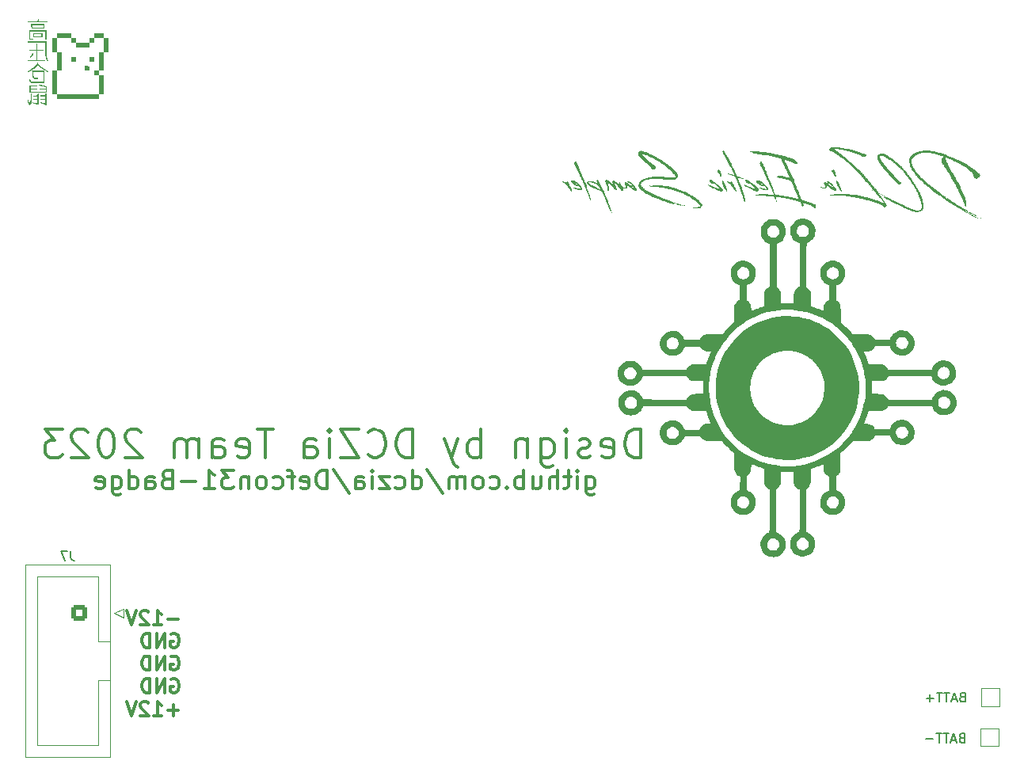
<source format=gbr>
%TF.GenerationSoftware,KiCad,Pcbnew,7.0.2*%
%TF.CreationDate,2023-07-16T23:26:32-06:00*%
%TF.ProjectId,dc31,64633331-2e6b-4696-9361-645f70636258,rev?*%
%TF.SameCoordinates,Original*%
%TF.FileFunction,Legend,Bot*%
%TF.FilePolarity,Positive*%
%FSLAX46Y46*%
G04 Gerber Fmt 4.6, Leading zero omitted, Abs format (unit mm)*
G04 Created by KiCad (PCBNEW 7.0.2) date 2023-07-16 23:26:32*
%MOMM*%
%LPD*%
G01*
G04 APERTURE LIST*
G04 Aperture macros list*
%AMRoundRect*
0 Rectangle with rounded corners*
0 $1 Rounding radius*
0 $2 $3 $4 $5 $6 $7 $8 $9 X,Y pos of 4 corners*
0 Add a 4 corners polygon primitive as box body*
4,1,4,$2,$3,$4,$5,$6,$7,$8,$9,$2,$3,0*
0 Add four circle primitives for the rounded corners*
1,1,$1+$1,$2,$3*
1,1,$1+$1,$4,$5*
1,1,$1+$1,$6,$7*
1,1,$1+$1,$8,$9*
0 Add four rect primitives between the rounded corners*
20,1,$1+$1,$2,$3,$4,$5,0*
20,1,$1+$1,$4,$5,$6,$7,0*
20,1,$1+$1,$6,$7,$8,$9,0*
20,1,$1+$1,$8,$9,$2,$3,0*%
%AMHorizOval*
0 Thick line with rounded ends*
0 $1 width*
0 $2 $3 position (X,Y) of the first rounded end (center of the circle)*
0 $4 $5 position (X,Y) of the second rounded end (center of the circle)*
0 Add line between two ends*
20,1,$1,$2,$3,$4,$5,0*
0 Add two circle primitives to create the rounded ends*
1,1,$1,$2,$3*
1,1,$1,$4,$5*%
G04 Aperture macros list end*
%ADD10C,0.350000*%
%ADD11C,0.300000*%
%ADD12C,0.150000*%
%ADD13C,0.120000*%
%ADD14C,3.991874*%
%ADD15O,1.700000X1.700000*%
%ADD16R,1.700000X1.700000*%
%ADD17C,1.800000*%
%ADD18O,3.200000X3.500000*%
%ADD19O,2.150000X1.750000*%
%ADD20C,1.200000*%
%ADD21C,3.987800*%
%ADD22HorizOval,2.250000X0.025506X0.374132X-0.025506X-0.374132X0*%
%ADD23C,2.000000*%
%ADD24HorizOval,2.250000X0.654995X0.730004X-0.654995X-0.730004X0*%
%ADD25C,2.250000*%
%ADD26C,1.600000*%
%ADD27C,0.900000*%
%ADD28O,2.000000X1.200000*%
%ADD29O,1.800000X1.800000*%
%ADD30O,1.500000X1.500000*%
%ADD31RoundRect,0.250000X0.600000X0.600000X-0.600000X0.600000X-0.600000X-0.600000X0.600000X-0.600000X0*%
%ADD32C,1.700000*%
%ADD33R,1.500000X1.500000*%
G04 APERTURE END LIST*
D10*
X159753466Y-103069904D02*
X159753466Y-104688952D01*
X159753466Y-104688952D02*
X159848704Y-104879428D01*
X159848704Y-104879428D02*
X159943942Y-104974666D01*
X159943942Y-104974666D02*
X160134419Y-105069904D01*
X160134419Y-105069904D02*
X160420133Y-105069904D01*
X160420133Y-105069904D02*
X160610609Y-104974666D01*
X159753466Y-104308000D02*
X159943942Y-104403238D01*
X159943942Y-104403238D02*
X160324895Y-104403238D01*
X160324895Y-104403238D02*
X160515371Y-104308000D01*
X160515371Y-104308000D02*
X160610609Y-104212761D01*
X160610609Y-104212761D02*
X160705847Y-104022285D01*
X160705847Y-104022285D02*
X160705847Y-103450857D01*
X160705847Y-103450857D02*
X160610609Y-103260380D01*
X160610609Y-103260380D02*
X160515371Y-103165142D01*
X160515371Y-103165142D02*
X160324895Y-103069904D01*
X160324895Y-103069904D02*
X159943942Y-103069904D01*
X159943942Y-103069904D02*
X159753466Y-103165142D01*
X158801085Y-104403238D02*
X158801085Y-103069904D01*
X158801085Y-102403238D02*
X158896323Y-102498476D01*
X158896323Y-102498476D02*
X158801085Y-102593714D01*
X158801085Y-102593714D02*
X158705847Y-102498476D01*
X158705847Y-102498476D02*
X158801085Y-102403238D01*
X158801085Y-102403238D02*
X158801085Y-102593714D01*
X158134418Y-103069904D02*
X157372514Y-103069904D01*
X157848704Y-102403238D02*
X157848704Y-104117523D01*
X157848704Y-104117523D02*
X157753466Y-104308000D01*
X157753466Y-104308000D02*
X157562990Y-104403238D01*
X157562990Y-104403238D02*
X157372514Y-104403238D01*
X156705847Y-104403238D02*
X156705847Y-102403238D01*
X155848704Y-104403238D02*
X155848704Y-103355619D01*
X155848704Y-103355619D02*
X155943942Y-103165142D01*
X155943942Y-103165142D02*
X156134418Y-103069904D01*
X156134418Y-103069904D02*
X156420133Y-103069904D01*
X156420133Y-103069904D02*
X156610609Y-103165142D01*
X156610609Y-103165142D02*
X156705847Y-103260380D01*
X154039180Y-103069904D02*
X154039180Y-104403238D01*
X154896323Y-103069904D02*
X154896323Y-104117523D01*
X154896323Y-104117523D02*
X154801085Y-104308000D01*
X154801085Y-104308000D02*
X154610609Y-104403238D01*
X154610609Y-104403238D02*
X154324894Y-104403238D01*
X154324894Y-104403238D02*
X154134418Y-104308000D01*
X154134418Y-104308000D02*
X154039180Y-104212761D01*
X153086799Y-104403238D02*
X153086799Y-102403238D01*
X153086799Y-103165142D02*
X152896323Y-103069904D01*
X152896323Y-103069904D02*
X152515370Y-103069904D01*
X152515370Y-103069904D02*
X152324894Y-103165142D01*
X152324894Y-103165142D02*
X152229656Y-103260380D01*
X152229656Y-103260380D02*
X152134418Y-103450857D01*
X152134418Y-103450857D02*
X152134418Y-104022285D01*
X152134418Y-104022285D02*
X152229656Y-104212761D01*
X152229656Y-104212761D02*
X152324894Y-104308000D01*
X152324894Y-104308000D02*
X152515370Y-104403238D01*
X152515370Y-104403238D02*
X152896323Y-104403238D01*
X152896323Y-104403238D02*
X153086799Y-104308000D01*
X151277275Y-104212761D02*
X151182037Y-104308000D01*
X151182037Y-104308000D02*
X151277275Y-104403238D01*
X151277275Y-104403238D02*
X151372513Y-104308000D01*
X151372513Y-104308000D02*
X151277275Y-104212761D01*
X151277275Y-104212761D02*
X151277275Y-104403238D01*
X149467751Y-104308000D02*
X149658227Y-104403238D01*
X149658227Y-104403238D02*
X150039180Y-104403238D01*
X150039180Y-104403238D02*
X150229656Y-104308000D01*
X150229656Y-104308000D02*
X150324894Y-104212761D01*
X150324894Y-104212761D02*
X150420132Y-104022285D01*
X150420132Y-104022285D02*
X150420132Y-103450857D01*
X150420132Y-103450857D02*
X150324894Y-103260380D01*
X150324894Y-103260380D02*
X150229656Y-103165142D01*
X150229656Y-103165142D02*
X150039180Y-103069904D01*
X150039180Y-103069904D02*
X149658227Y-103069904D01*
X149658227Y-103069904D02*
X149467751Y-103165142D01*
X148324894Y-104403238D02*
X148515370Y-104308000D01*
X148515370Y-104308000D02*
X148610608Y-104212761D01*
X148610608Y-104212761D02*
X148705846Y-104022285D01*
X148705846Y-104022285D02*
X148705846Y-103450857D01*
X148705846Y-103450857D02*
X148610608Y-103260380D01*
X148610608Y-103260380D02*
X148515370Y-103165142D01*
X148515370Y-103165142D02*
X148324894Y-103069904D01*
X148324894Y-103069904D02*
X148039179Y-103069904D01*
X148039179Y-103069904D02*
X147848703Y-103165142D01*
X147848703Y-103165142D02*
X147753465Y-103260380D01*
X147753465Y-103260380D02*
X147658227Y-103450857D01*
X147658227Y-103450857D02*
X147658227Y-104022285D01*
X147658227Y-104022285D02*
X147753465Y-104212761D01*
X147753465Y-104212761D02*
X147848703Y-104308000D01*
X147848703Y-104308000D02*
X148039179Y-104403238D01*
X148039179Y-104403238D02*
X148324894Y-104403238D01*
X146801084Y-104403238D02*
X146801084Y-103069904D01*
X146801084Y-103260380D02*
X146705846Y-103165142D01*
X146705846Y-103165142D02*
X146515370Y-103069904D01*
X146515370Y-103069904D02*
X146229655Y-103069904D01*
X146229655Y-103069904D02*
X146039179Y-103165142D01*
X146039179Y-103165142D02*
X145943941Y-103355619D01*
X145943941Y-103355619D02*
X145943941Y-104403238D01*
X145943941Y-103355619D02*
X145848703Y-103165142D01*
X145848703Y-103165142D02*
X145658227Y-103069904D01*
X145658227Y-103069904D02*
X145372513Y-103069904D01*
X145372513Y-103069904D02*
X145182036Y-103165142D01*
X145182036Y-103165142D02*
X145086798Y-103355619D01*
X145086798Y-103355619D02*
X145086798Y-104403238D01*
X142705846Y-102308000D02*
X144420131Y-104879428D01*
X141182036Y-104403238D02*
X141182036Y-102403238D01*
X141182036Y-104308000D02*
X141372512Y-104403238D01*
X141372512Y-104403238D02*
X141753465Y-104403238D01*
X141753465Y-104403238D02*
X141943941Y-104308000D01*
X141943941Y-104308000D02*
X142039179Y-104212761D01*
X142039179Y-104212761D02*
X142134417Y-104022285D01*
X142134417Y-104022285D02*
X142134417Y-103450857D01*
X142134417Y-103450857D02*
X142039179Y-103260380D01*
X142039179Y-103260380D02*
X141943941Y-103165142D01*
X141943941Y-103165142D02*
X141753465Y-103069904D01*
X141753465Y-103069904D02*
X141372512Y-103069904D01*
X141372512Y-103069904D02*
X141182036Y-103165142D01*
X139372512Y-104308000D02*
X139562988Y-104403238D01*
X139562988Y-104403238D02*
X139943941Y-104403238D01*
X139943941Y-104403238D02*
X140134417Y-104308000D01*
X140134417Y-104308000D02*
X140229655Y-104212761D01*
X140229655Y-104212761D02*
X140324893Y-104022285D01*
X140324893Y-104022285D02*
X140324893Y-103450857D01*
X140324893Y-103450857D02*
X140229655Y-103260380D01*
X140229655Y-103260380D02*
X140134417Y-103165142D01*
X140134417Y-103165142D02*
X139943941Y-103069904D01*
X139943941Y-103069904D02*
X139562988Y-103069904D01*
X139562988Y-103069904D02*
X139372512Y-103165142D01*
X138705845Y-103069904D02*
X137658226Y-103069904D01*
X137658226Y-103069904D02*
X138705845Y-104403238D01*
X138705845Y-104403238D02*
X137658226Y-104403238D01*
X136896321Y-104403238D02*
X136896321Y-103069904D01*
X136896321Y-102403238D02*
X136991559Y-102498476D01*
X136991559Y-102498476D02*
X136896321Y-102593714D01*
X136896321Y-102593714D02*
X136801083Y-102498476D01*
X136801083Y-102498476D02*
X136896321Y-102403238D01*
X136896321Y-102403238D02*
X136896321Y-102593714D01*
X135086797Y-104403238D02*
X135086797Y-103355619D01*
X135086797Y-103355619D02*
X135182035Y-103165142D01*
X135182035Y-103165142D02*
X135372511Y-103069904D01*
X135372511Y-103069904D02*
X135753464Y-103069904D01*
X135753464Y-103069904D02*
X135943940Y-103165142D01*
X135086797Y-104308000D02*
X135277273Y-104403238D01*
X135277273Y-104403238D02*
X135753464Y-104403238D01*
X135753464Y-104403238D02*
X135943940Y-104308000D01*
X135943940Y-104308000D02*
X136039178Y-104117523D01*
X136039178Y-104117523D02*
X136039178Y-103927047D01*
X136039178Y-103927047D02*
X135943940Y-103736571D01*
X135943940Y-103736571D02*
X135753464Y-103641333D01*
X135753464Y-103641333D02*
X135277273Y-103641333D01*
X135277273Y-103641333D02*
X135086797Y-103546095D01*
X132705845Y-102308000D02*
X134420130Y-104879428D01*
X132039178Y-104403238D02*
X132039178Y-102403238D01*
X132039178Y-102403238D02*
X131562988Y-102403238D01*
X131562988Y-102403238D02*
X131277273Y-102498476D01*
X131277273Y-102498476D02*
X131086797Y-102688952D01*
X131086797Y-102688952D02*
X130991559Y-102879428D01*
X130991559Y-102879428D02*
X130896321Y-103260380D01*
X130896321Y-103260380D02*
X130896321Y-103546095D01*
X130896321Y-103546095D02*
X130991559Y-103927047D01*
X130991559Y-103927047D02*
X131086797Y-104117523D01*
X131086797Y-104117523D02*
X131277273Y-104308000D01*
X131277273Y-104308000D02*
X131562988Y-104403238D01*
X131562988Y-104403238D02*
X132039178Y-104403238D01*
X129277273Y-104308000D02*
X129467749Y-104403238D01*
X129467749Y-104403238D02*
X129848702Y-104403238D01*
X129848702Y-104403238D02*
X130039178Y-104308000D01*
X130039178Y-104308000D02*
X130134416Y-104117523D01*
X130134416Y-104117523D02*
X130134416Y-103355619D01*
X130134416Y-103355619D02*
X130039178Y-103165142D01*
X130039178Y-103165142D02*
X129848702Y-103069904D01*
X129848702Y-103069904D02*
X129467749Y-103069904D01*
X129467749Y-103069904D02*
X129277273Y-103165142D01*
X129277273Y-103165142D02*
X129182035Y-103355619D01*
X129182035Y-103355619D02*
X129182035Y-103546095D01*
X129182035Y-103546095D02*
X130134416Y-103736571D01*
X128610606Y-103069904D02*
X127848702Y-103069904D01*
X128324892Y-104403238D02*
X128324892Y-102688952D01*
X128324892Y-102688952D02*
X128229654Y-102498476D01*
X128229654Y-102498476D02*
X128039178Y-102403238D01*
X128039178Y-102403238D02*
X127848702Y-102403238D01*
X126324892Y-104308000D02*
X126515368Y-104403238D01*
X126515368Y-104403238D02*
X126896321Y-104403238D01*
X126896321Y-104403238D02*
X127086797Y-104308000D01*
X127086797Y-104308000D02*
X127182035Y-104212761D01*
X127182035Y-104212761D02*
X127277273Y-104022285D01*
X127277273Y-104022285D02*
X127277273Y-103450857D01*
X127277273Y-103450857D02*
X127182035Y-103260380D01*
X127182035Y-103260380D02*
X127086797Y-103165142D01*
X127086797Y-103165142D02*
X126896321Y-103069904D01*
X126896321Y-103069904D02*
X126515368Y-103069904D01*
X126515368Y-103069904D02*
X126324892Y-103165142D01*
X125182035Y-104403238D02*
X125372511Y-104308000D01*
X125372511Y-104308000D02*
X125467749Y-104212761D01*
X125467749Y-104212761D02*
X125562987Y-104022285D01*
X125562987Y-104022285D02*
X125562987Y-103450857D01*
X125562987Y-103450857D02*
X125467749Y-103260380D01*
X125467749Y-103260380D02*
X125372511Y-103165142D01*
X125372511Y-103165142D02*
X125182035Y-103069904D01*
X125182035Y-103069904D02*
X124896320Y-103069904D01*
X124896320Y-103069904D02*
X124705844Y-103165142D01*
X124705844Y-103165142D02*
X124610606Y-103260380D01*
X124610606Y-103260380D02*
X124515368Y-103450857D01*
X124515368Y-103450857D02*
X124515368Y-104022285D01*
X124515368Y-104022285D02*
X124610606Y-104212761D01*
X124610606Y-104212761D02*
X124705844Y-104308000D01*
X124705844Y-104308000D02*
X124896320Y-104403238D01*
X124896320Y-104403238D02*
X125182035Y-104403238D01*
X123658225Y-103069904D02*
X123658225Y-104403238D01*
X123658225Y-103260380D02*
X123562987Y-103165142D01*
X123562987Y-103165142D02*
X123372511Y-103069904D01*
X123372511Y-103069904D02*
X123086796Y-103069904D01*
X123086796Y-103069904D02*
X122896320Y-103165142D01*
X122896320Y-103165142D02*
X122801082Y-103355619D01*
X122801082Y-103355619D02*
X122801082Y-104403238D01*
X122039177Y-102403238D02*
X120801082Y-102403238D01*
X120801082Y-102403238D02*
X121467749Y-103165142D01*
X121467749Y-103165142D02*
X121182034Y-103165142D01*
X121182034Y-103165142D02*
X120991558Y-103260380D01*
X120991558Y-103260380D02*
X120896320Y-103355619D01*
X120896320Y-103355619D02*
X120801082Y-103546095D01*
X120801082Y-103546095D02*
X120801082Y-104022285D01*
X120801082Y-104022285D02*
X120896320Y-104212761D01*
X120896320Y-104212761D02*
X120991558Y-104308000D01*
X120991558Y-104308000D02*
X121182034Y-104403238D01*
X121182034Y-104403238D02*
X121753463Y-104403238D01*
X121753463Y-104403238D02*
X121943939Y-104308000D01*
X121943939Y-104308000D02*
X122039177Y-104212761D01*
X118896320Y-104403238D02*
X120039177Y-104403238D01*
X119467749Y-104403238D02*
X119467749Y-102403238D01*
X119467749Y-102403238D02*
X119658225Y-102688952D01*
X119658225Y-102688952D02*
X119848701Y-102879428D01*
X119848701Y-102879428D02*
X120039177Y-102974666D01*
X118039177Y-103641333D02*
X116515368Y-103641333D01*
X114896320Y-103355619D02*
X114610606Y-103450857D01*
X114610606Y-103450857D02*
X114515368Y-103546095D01*
X114515368Y-103546095D02*
X114420130Y-103736571D01*
X114420130Y-103736571D02*
X114420130Y-104022285D01*
X114420130Y-104022285D02*
X114515368Y-104212761D01*
X114515368Y-104212761D02*
X114610606Y-104308000D01*
X114610606Y-104308000D02*
X114801082Y-104403238D01*
X114801082Y-104403238D02*
X115562987Y-104403238D01*
X115562987Y-104403238D02*
X115562987Y-102403238D01*
X115562987Y-102403238D02*
X114896320Y-102403238D01*
X114896320Y-102403238D02*
X114705844Y-102498476D01*
X114705844Y-102498476D02*
X114610606Y-102593714D01*
X114610606Y-102593714D02*
X114515368Y-102784190D01*
X114515368Y-102784190D02*
X114515368Y-102974666D01*
X114515368Y-102974666D02*
X114610606Y-103165142D01*
X114610606Y-103165142D02*
X114705844Y-103260380D01*
X114705844Y-103260380D02*
X114896320Y-103355619D01*
X114896320Y-103355619D02*
X115562987Y-103355619D01*
X112705844Y-104403238D02*
X112705844Y-103355619D01*
X112705844Y-103355619D02*
X112801082Y-103165142D01*
X112801082Y-103165142D02*
X112991558Y-103069904D01*
X112991558Y-103069904D02*
X113372511Y-103069904D01*
X113372511Y-103069904D02*
X113562987Y-103165142D01*
X112705844Y-104308000D02*
X112896320Y-104403238D01*
X112896320Y-104403238D02*
X113372511Y-104403238D01*
X113372511Y-104403238D02*
X113562987Y-104308000D01*
X113562987Y-104308000D02*
X113658225Y-104117523D01*
X113658225Y-104117523D02*
X113658225Y-103927047D01*
X113658225Y-103927047D02*
X113562987Y-103736571D01*
X113562987Y-103736571D02*
X113372511Y-103641333D01*
X113372511Y-103641333D02*
X112896320Y-103641333D01*
X112896320Y-103641333D02*
X112705844Y-103546095D01*
X110896320Y-104403238D02*
X110896320Y-102403238D01*
X110896320Y-104308000D02*
X111086796Y-104403238D01*
X111086796Y-104403238D02*
X111467749Y-104403238D01*
X111467749Y-104403238D02*
X111658225Y-104308000D01*
X111658225Y-104308000D02*
X111753463Y-104212761D01*
X111753463Y-104212761D02*
X111848701Y-104022285D01*
X111848701Y-104022285D02*
X111848701Y-103450857D01*
X111848701Y-103450857D02*
X111753463Y-103260380D01*
X111753463Y-103260380D02*
X111658225Y-103165142D01*
X111658225Y-103165142D02*
X111467749Y-103069904D01*
X111467749Y-103069904D02*
X111086796Y-103069904D01*
X111086796Y-103069904D02*
X110896320Y-103165142D01*
X109086796Y-103069904D02*
X109086796Y-104688952D01*
X109086796Y-104688952D02*
X109182034Y-104879428D01*
X109182034Y-104879428D02*
X109277272Y-104974666D01*
X109277272Y-104974666D02*
X109467749Y-105069904D01*
X109467749Y-105069904D02*
X109753463Y-105069904D01*
X109753463Y-105069904D02*
X109943939Y-104974666D01*
X109086796Y-104308000D02*
X109277272Y-104403238D01*
X109277272Y-104403238D02*
X109658225Y-104403238D01*
X109658225Y-104403238D02*
X109848701Y-104308000D01*
X109848701Y-104308000D02*
X109943939Y-104212761D01*
X109943939Y-104212761D02*
X110039177Y-104022285D01*
X110039177Y-104022285D02*
X110039177Y-103450857D01*
X110039177Y-103450857D02*
X109943939Y-103260380D01*
X109943939Y-103260380D02*
X109848701Y-103165142D01*
X109848701Y-103165142D02*
X109658225Y-103069904D01*
X109658225Y-103069904D02*
X109277272Y-103069904D01*
X109277272Y-103069904D02*
X109086796Y-103165142D01*
X107372510Y-104308000D02*
X107562986Y-104403238D01*
X107562986Y-104403238D02*
X107943939Y-104403238D01*
X107943939Y-104403238D02*
X108134415Y-104308000D01*
X108134415Y-104308000D02*
X108229653Y-104117523D01*
X108229653Y-104117523D02*
X108229653Y-103355619D01*
X108229653Y-103355619D02*
X108134415Y-103165142D01*
X108134415Y-103165142D02*
X107943939Y-103069904D01*
X107943939Y-103069904D02*
X107562986Y-103069904D01*
X107562986Y-103069904D02*
X107372510Y-103165142D01*
X107372510Y-103165142D02*
X107277272Y-103355619D01*
X107277272Y-103355619D02*
X107277272Y-103546095D01*
X107277272Y-103546095D02*
X108229653Y-103736571D01*
X165604914Y-101055057D02*
X165604914Y-98055057D01*
X165604914Y-98055057D02*
X164890628Y-98055057D01*
X164890628Y-98055057D02*
X164462057Y-98197914D01*
X164462057Y-98197914D02*
X164176342Y-98483628D01*
X164176342Y-98483628D02*
X164033485Y-98769342D01*
X164033485Y-98769342D02*
X163890628Y-99340771D01*
X163890628Y-99340771D02*
X163890628Y-99769342D01*
X163890628Y-99769342D02*
X164033485Y-100340771D01*
X164033485Y-100340771D02*
X164176342Y-100626485D01*
X164176342Y-100626485D02*
X164462057Y-100912200D01*
X164462057Y-100912200D02*
X164890628Y-101055057D01*
X164890628Y-101055057D02*
X165604914Y-101055057D01*
X161462057Y-100912200D02*
X161747771Y-101055057D01*
X161747771Y-101055057D02*
X162319200Y-101055057D01*
X162319200Y-101055057D02*
X162604914Y-100912200D01*
X162604914Y-100912200D02*
X162747771Y-100626485D01*
X162747771Y-100626485D02*
X162747771Y-99483628D01*
X162747771Y-99483628D02*
X162604914Y-99197914D01*
X162604914Y-99197914D02*
X162319200Y-99055057D01*
X162319200Y-99055057D02*
X161747771Y-99055057D01*
X161747771Y-99055057D02*
X161462057Y-99197914D01*
X161462057Y-99197914D02*
X161319200Y-99483628D01*
X161319200Y-99483628D02*
X161319200Y-99769342D01*
X161319200Y-99769342D02*
X162747771Y-100055057D01*
X160176342Y-100912200D02*
X159890628Y-101055057D01*
X159890628Y-101055057D02*
X159319199Y-101055057D01*
X159319199Y-101055057D02*
X159033485Y-100912200D01*
X159033485Y-100912200D02*
X158890628Y-100626485D01*
X158890628Y-100626485D02*
X158890628Y-100483628D01*
X158890628Y-100483628D02*
X159033485Y-100197914D01*
X159033485Y-100197914D02*
X159319199Y-100055057D01*
X159319199Y-100055057D02*
X159747771Y-100055057D01*
X159747771Y-100055057D02*
X160033485Y-99912200D01*
X160033485Y-99912200D02*
X160176342Y-99626485D01*
X160176342Y-99626485D02*
X160176342Y-99483628D01*
X160176342Y-99483628D02*
X160033485Y-99197914D01*
X160033485Y-99197914D02*
X159747771Y-99055057D01*
X159747771Y-99055057D02*
X159319199Y-99055057D01*
X159319199Y-99055057D02*
X159033485Y-99197914D01*
X157604914Y-101055057D02*
X157604914Y-99055057D01*
X157604914Y-98055057D02*
X157747771Y-98197914D01*
X157747771Y-98197914D02*
X157604914Y-98340771D01*
X157604914Y-98340771D02*
X157462057Y-98197914D01*
X157462057Y-98197914D02*
X157604914Y-98055057D01*
X157604914Y-98055057D02*
X157604914Y-98340771D01*
X154890629Y-99055057D02*
X154890629Y-101483628D01*
X154890629Y-101483628D02*
X155033486Y-101769342D01*
X155033486Y-101769342D02*
X155176343Y-101912200D01*
X155176343Y-101912200D02*
X155462057Y-102055057D01*
X155462057Y-102055057D02*
X155890629Y-102055057D01*
X155890629Y-102055057D02*
X156176343Y-101912200D01*
X154890629Y-100912200D02*
X155176343Y-101055057D01*
X155176343Y-101055057D02*
X155747771Y-101055057D01*
X155747771Y-101055057D02*
X156033486Y-100912200D01*
X156033486Y-100912200D02*
X156176343Y-100769342D01*
X156176343Y-100769342D02*
X156319200Y-100483628D01*
X156319200Y-100483628D02*
X156319200Y-99626485D01*
X156319200Y-99626485D02*
X156176343Y-99340771D01*
X156176343Y-99340771D02*
X156033486Y-99197914D01*
X156033486Y-99197914D02*
X155747771Y-99055057D01*
X155747771Y-99055057D02*
X155176343Y-99055057D01*
X155176343Y-99055057D02*
X154890629Y-99197914D01*
X153462057Y-99055057D02*
X153462057Y-101055057D01*
X153462057Y-99340771D02*
X153319200Y-99197914D01*
X153319200Y-99197914D02*
X153033485Y-99055057D01*
X153033485Y-99055057D02*
X152604914Y-99055057D01*
X152604914Y-99055057D02*
X152319200Y-99197914D01*
X152319200Y-99197914D02*
X152176343Y-99483628D01*
X152176343Y-99483628D02*
X152176343Y-101055057D01*
X148462057Y-101055057D02*
X148462057Y-98055057D01*
X148462057Y-99197914D02*
X148176343Y-99055057D01*
X148176343Y-99055057D02*
X147604914Y-99055057D01*
X147604914Y-99055057D02*
X147319200Y-99197914D01*
X147319200Y-99197914D02*
X147176343Y-99340771D01*
X147176343Y-99340771D02*
X147033485Y-99626485D01*
X147033485Y-99626485D02*
X147033485Y-100483628D01*
X147033485Y-100483628D02*
X147176343Y-100769342D01*
X147176343Y-100769342D02*
X147319200Y-100912200D01*
X147319200Y-100912200D02*
X147604914Y-101055057D01*
X147604914Y-101055057D02*
X148176343Y-101055057D01*
X148176343Y-101055057D02*
X148462057Y-100912200D01*
X146033485Y-99055057D02*
X145319199Y-101055057D01*
X144604914Y-99055057D02*
X145319199Y-101055057D01*
X145319199Y-101055057D02*
X145604914Y-101769342D01*
X145604914Y-101769342D02*
X145747771Y-101912200D01*
X145747771Y-101912200D02*
X146033485Y-102055057D01*
X141176343Y-101055057D02*
X141176343Y-98055057D01*
X141176343Y-98055057D02*
X140462057Y-98055057D01*
X140462057Y-98055057D02*
X140033486Y-98197914D01*
X140033486Y-98197914D02*
X139747771Y-98483628D01*
X139747771Y-98483628D02*
X139604914Y-98769342D01*
X139604914Y-98769342D02*
X139462057Y-99340771D01*
X139462057Y-99340771D02*
X139462057Y-99769342D01*
X139462057Y-99769342D02*
X139604914Y-100340771D01*
X139604914Y-100340771D02*
X139747771Y-100626485D01*
X139747771Y-100626485D02*
X140033486Y-100912200D01*
X140033486Y-100912200D02*
X140462057Y-101055057D01*
X140462057Y-101055057D02*
X141176343Y-101055057D01*
X136462057Y-100769342D02*
X136604914Y-100912200D01*
X136604914Y-100912200D02*
X137033486Y-101055057D01*
X137033486Y-101055057D02*
X137319200Y-101055057D01*
X137319200Y-101055057D02*
X137747771Y-100912200D01*
X137747771Y-100912200D02*
X138033486Y-100626485D01*
X138033486Y-100626485D02*
X138176343Y-100340771D01*
X138176343Y-100340771D02*
X138319200Y-99769342D01*
X138319200Y-99769342D02*
X138319200Y-99340771D01*
X138319200Y-99340771D02*
X138176343Y-98769342D01*
X138176343Y-98769342D02*
X138033486Y-98483628D01*
X138033486Y-98483628D02*
X137747771Y-98197914D01*
X137747771Y-98197914D02*
X137319200Y-98055057D01*
X137319200Y-98055057D02*
X137033486Y-98055057D01*
X137033486Y-98055057D02*
X136604914Y-98197914D01*
X136604914Y-98197914D02*
X136462057Y-98340771D01*
X135462057Y-98055057D02*
X133462057Y-98055057D01*
X133462057Y-98055057D02*
X135462057Y-101055057D01*
X135462057Y-101055057D02*
X133462057Y-101055057D01*
X132319200Y-101055057D02*
X132319200Y-99055057D01*
X132319200Y-98055057D02*
X132462057Y-98197914D01*
X132462057Y-98197914D02*
X132319200Y-98340771D01*
X132319200Y-98340771D02*
X132176343Y-98197914D01*
X132176343Y-98197914D02*
X132319200Y-98055057D01*
X132319200Y-98055057D02*
X132319200Y-98340771D01*
X129604915Y-101055057D02*
X129604915Y-99483628D01*
X129604915Y-99483628D02*
X129747772Y-99197914D01*
X129747772Y-99197914D02*
X130033486Y-99055057D01*
X130033486Y-99055057D02*
X130604915Y-99055057D01*
X130604915Y-99055057D02*
X130890629Y-99197914D01*
X129604915Y-100912200D02*
X129890629Y-101055057D01*
X129890629Y-101055057D02*
X130604915Y-101055057D01*
X130604915Y-101055057D02*
X130890629Y-100912200D01*
X130890629Y-100912200D02*
X131033486Y-100626485D01*
X131033486Y-100626485D02*
X131033486Y-100340771D01*
X131033486Y-100340771D02*
X130890629Y-100055057D01*
X130890629Y-100055057D02*
X130604915Y-99912200D01*
X130604915Y-99912200D02*
X129890629Y-99912200D01*
X129890629Y-99912200D02*
X129604915Y-99769342D01*
X126319200Y-98055057D02*
X124604915Y-98055057D01*
X125462057Y-101055057D02*
X125462057Y-98055057D01*
X122462058Y-100912200D02*
X122747772Y-101055057D01*
X122747772Y-101055057D02*
X123319201Y-101055057D01*
X123319201Y-101055057D02*
X123604915Y-100912200D01*
X123604915Y-100912200D02*
X123747772Y-100626485D01*
X123747772Y-100626485D02*
X123747772Y-99483628D01*
X123747772Y-99483628D02*
X123604915Y-99197914D01*
X123604915Y-99197914D02*
X123319201Y-99055057D01*
X123319201Y-99055057D02*
X122747772Y-99055057D01*
X122747772Y-99055057D02*
X122462058Y-99197914D01*
X122462058Y-99197914D02*
X122319201Y-99483628D01*
X122319201Y-99483628D02*
X122319201Y-99769342D01*
X122319201Y-99769342D02*
X123747772Y-100055057D01*
X119747772Y-101055057D02*
X119747772Y-99483628D01*
X119747772Y-99483628D02*
X119890629Y-99197914D01*
X119890629Y-99197914D02*
X120176343Y-99055057D01*
X120176343Y-99055057D02*
X120747772Y-99055057D01*
X120747772Y-99055057D02*
X121033486Y-99197914D01*
X119747772Y-100912200D02*
X120033486Y-101055057D01*
X120033486Y-101055057D02*
X120747772Y-101055057D01*
X120747772Y-101055057D02*
X121033486Y-100912200D01*
X121033486Y-100912200D02*
X121176343Y-100626485D01*
X121176343Y-100626485D02*
X121176343Y-100340771D01*
X121176343Y-100340771D02*
X121033486Y-100055057D01*
X121033486Y-100055057D02*
X120747772Y-99912200D01*
X120747772Y-99912200D02*
X120033486Y-99912200D01*
X120033486Y-99912200D02*
X119747772Y-99769342D01*
X118319200Y-101055057D02*
X118319200Y-99055057D01*
X118319200Y-99340771D02*
X118176343Y-99197914D01*
X118176343Y-99197914D02*
X117890628Y-99055057D01*
X117890628Y-99055057D02*
X117462057Y-99055057D01*
X117462057Y-99055057D02*
X117176343Y-99197914D01*
X117176343Y-99197914D02*
X117033486Y-99483628D01*
X117033486Y-99483628D02*
X117033486Y-101055057D01*
X117033486Y-99483628D02*
X116890628Y-99197914D01*
X116890628Y-99197914D02*
X116604914Y-99055057D01*
X116604914Y-99055057D02*
X116176343Y-99055057D01*
X116176343Y-99055057D02*
X115890628Y-99197914D01*
X115890628Y-99197914D02*
X115747771Y-99483628D01*
X115747771Y-99483628D02*
X115747771Y-101055057D01*
X112176343Y-98340771D02*
X112033486Y-98197914D01*
X112033486Y-98197914D02*
X111747772Y-98055057D01*
X111747772Y-98055057D02*
X111033486Y-98055057D01*
X111033486Y-98055057D02*
X110747772Y-98197914D01*
X110747772Y-98197914D02*
X110604914Y-98340771D01*
X110604914Y-98340771D02*
X110462057Y-98626485D01*
X110462057Y-98626485D02*
X110462057Y-98912200D01*
X110462057Y-98912200D02*
X110604914Y-99340771D01*
X110604914Y-99340771D02*
X112319200Y-101055057D01*
X112319200Y-101055057D02*
X110462057Y-101055057D01*
X108604914Y-98055057D02*
X108319200Y-98055057D01*
X108319200Y-98055057D02*
X108033486Y-98197914D01*
X108033486Y-98197914D02*
X107890629Y-98340771D01*
X107890629Y-98340771D02*
X107747771Y-98626485D01*
X107747771Y-98626485D02*
X107604914Y-99197914D01*
X107604914Y-99197914D02*
X107604914Y-99912200D01*
X107604914Y-99912200D02*
X107747771Y-100483628D01*
X107747771Y-100483628D02*
X107890629Y-100769342D01*
X107890629Y-100769342D02*
X108033486Y-100912200D01*
X108033486Y-100912200D02*
X108319200Y-101055057D01*
X108319200Y-101055057D02*
X108604914Y-101055057D01*
X108604914Y-101055057D02*
X108890629Y-100912200D01*
X108890629Y-100912200D02*
X109033486Y-100769342D01*
X109033486Y-100769342D02*
X109176343Y-100483628D01*
X109176343Y-100483628D02*
X109319200Y-99912200D01*
X109319200Y-99912200D02*
X109319200Y-99197914D01*
X109319200Y-99197914D02*
X109176343Y-98626485D01*
X109176343Y-98626485D02*
X109033486Y-98340771D01*
X109033486Y-98340771D02*
X108890629Y-98197914D01*
X108890629Y-98197914D02*
X108604914Y-98055057D01*
X106462057Y-98340771D02*
X106319200Y-98197914D01*
X106319200Y-98197914D02*
X106033486Y-98055057D01*
X106033486Y-98055057D02*
X105319200Y-98055057D01*
X105319200Y-98055057D02*
X105033486Y-98197914D01*
X105033486Y-98197914D02*
X104890628Y-98340771D01*
X104890628Y-98340771D02*
X104747771Y-98626485D01*
X104747771Y-98626485D02*
X104747771Y-98912200D01*
X104747771Y-98912200D02*
X104890628Y-99340771D01*
X104890628Y-99340771D02*
X106604914Y-101055057D01*
X106604914Y-101055057D02*
X104747771Y-101055057D01*
X103747771Y-98055057D02*
X101890628Y-98055057D01*
X101890628Y-98055057D02*
X102890628Y-99197914D01*
X102890628Y-99197914D02*
X102462057Y-99197914D01*
X102462057Y-99197914D02*
X102176343Y-99340771D01*
X102176343Y-99340771D02*
X102033485Y-99483628D01*
X102033485Y-99483628D02*
X101890628Y-99769342D01*
X101890628Y-99769342D02*
X101890628Y-100483628D01*
X101890628Y-100483628D02*
X102033485Y-100769342D01*
X102033485Y-100769342D02*
X102176343Y-100912200D01*
X102176343Y-100912200D02*
X102462057Y-101055057D01*
X102462057Y-101055057D02*
X103319200Y-101055057D01*
X103319200Y-101055057D02*
X103604914Y-100912200D01*
X103604914Y-100912200D02*
X103747771Y-100769342D01*
D11*
X116178057Y-118353800D02*
X115035200Y-118353800D01*
X113535199Y-118925228D02*
X114392342Y-118925228D01*
X113963771Y-118925228D02*
X113963771Y-117425228D01*
X113963771Y-117425228D02*
X114106628Y-117639514D01*
X114106628Y-117639514D02*
X114249485Y-117782371D01*
X114249485Y-117782371D02*
X114392342Y-117853800D01*
X112963771Y-117568085D02*
X112892343Y-117496657D01*
X112892343Y-117496657D02*
X112749486Y-117425228D01*
X112749486Y-117425228D02*
X112392343Y-117425228D01*
X112392343Y-117425228D02*
X112249486Y-117496657D01*
X112249486Y-117496657D02*
X112178057Y-117568085D01*
X112178057Y-117568085D02*
X112106628Y-117710942D01*
X112106628Y-117710942D02*
X112106628Y-117853800D01*
X112106628Y-117853800D02*
X112178057Y-118068085D01*
X112178057Y-118068085D02*
X113035200Y-118925228D01*
X113035200Y-118925228D02*
X112106628Y-118925228D01*
X111678057Y-117425228D02*
X111178057Y-118925228D01*
X111178057Y-118925228D02*
X110678057Y-117425228D01*
X115392342Y-119926657D02*
X115535200Y-119855228D01*
X115535200Y-119855228D02*
X115749485Y-119855228D01*
X115749485Y-119855228D02*
X115963771Y-119926657D01*
X115963771Y-119926657D02*
X116106628Y-120069514D01*
X116106628Y-120069514D02*
X116178057Y-120212371D01*
X116178057Y-120212371D02*
X116249485Y-120498085D01*
X116249485Y-120498085D02*
X116249485Y-120712371D01*
X116249485Y-120712371D02*
X116178057Y-120998085D01*
X116178057Y-120998085D02*
X116106628Y-121140942D01*
X116106628Y-121140942D02*
X115963771Y-121283800D01*
X115963771Y-121283800D02*
X115749485Y-121355228D01*
X115749485Y-121355228D02*
X115606628Y-121355228D01*
X115606628Y-121355228D02*
X115392342Y-121283800D01*
X115392342Y-121283800D02*
X115320914Y-121212371D01*
X115320914Y-121212371D02*
X115320914Y-120712371D01*
X115320914Y-120712371D02*
X115606628Y-120712371D01*
X114678057Y-121355228D02*
X114678057Y-119855228D01*
X114678057Y-119855228D02*
X113820914Y-121355228D01*
X113820914Y-121355228D02*
X113820914Y-119855228D01*
X113106628Y-121355228D02*
X113106628Y-119855228D01*
X113106628Y-119855228D02*
X112749485Y-119855228D01*
X112749485Y-119855228D02*
X112535199Y-119926657D01*
X112535199Y-119926657D02*
X112392342Y-120069514D01*
X112392342Y-120069514D02*
X112320913Y-120212371D01*
X112320913Y-120212371D02*
X112249485Y-120498085D01*
X112249485Y-120498085D02*
X112249485Y-120712371D01*
X112249485Y-120712371D02*
X112320913Y-120998085D01*
X112320913Y-120998085D02*
X112392342Y-121140942D01*
X112392342Y-121140942D02*
X112535199Y-121283800D01*
X112535199Y-121283800D02*
X112749485Y-121355228D01*
X112749485Y-121355228D02*
X113106628Y-121355228D01*
X115392342Y-122356657D02*
X115535200Y-122285228D01*
X115535200Y-122285228D02*
X115749485Y-122285228D01*
X115749485Y-122285228D02*
X115963771Y-122356657D01*
X115963771Y-122356657D02*
X116106628Y-122499514D01*
X116106628Y-122499514D02*
X116178057Y-122642371D01*
X116178057Y-122642371D02*
X116249485Y-122928085D01*
X116249485Y-122928085D02*
X116249485Y-123142371D01*
X116249485Y-123142371D02*
X116178057Y-123428085D01*
X116178057Y-123428085D02*
X116106628Y-123570942D01*
X116106628Y-123570942D02*
X115963771Y-123713800D01*
X115963771Y-123713800D02*
X115749485Y-123785228D01*
X115749485Y-123785228D02*
X115606628Y-123785228D01*
X115606628Y-123785228D02*
X115392342Y-123713800D01*
X115392342Y-123713800D02*
X115320914Y-123642371D01*
X115320914Y-123642371D02*
X115320914Y-123142371D01*
X115320914Y-123142371D02*
X115606628Y-123142371D01*
X114678057Y-123785228D02*
X114678057Y-122285228D01*
X114678057Y-122285228D02*
X113820914Y-123785228D01*
X113820914Y-123785228D02*
X113820914Y-122285228D01*
X113106628Y-123785228D02*
X113106628Y-122285228D01*
X113106628Y-122285228D02*
X112749485Y-122285228D01*
X112749485Y-122285228D02*
X112535199Y-122356657D01*
X112535199Y-122356657D02*
X112392342Y-122499514D01*
X112392342Y-122499514D02*
X112320913Y-122642371D01*
X112320913Y-122642371D02*
X112249485Y-122928085D01*
X112249485Y-122928085D02*
X112249485Y-123142371D01*
X112249485Y-123142371D02*
X112320913Y-123428085D01*
X112320913Y-123428085D02*
X112392342Y-123570942D01*
X112392342Y-123570942D02*
X112535199Y-123713800D01*
X112535199Y-123713800D02*
X112749485Y-123785228D01*
X112749485Y-123785228D02*
X113106628Y-123785228D01*
X115392342Y-124786657D02*
X115535200Y-124715228D01*
X115535200Y-124715228D02*
X115749485Y-124715228D01*
X115749485Y-124715228D02*
X115963771Y-124786657D01*
X115963771Y-124786657D02*
X116106628Y-124929514D01*
X116106628Y-124929514D02*
X116178057Y-125072371D01*
X116178057Y-125072371D02*
X116249485Y-125358085D01*
X116249485Y-125358085D02*
X116249485Y-125572371D01*
X116249485Y-125572371D02*
X116178057Y-125858085D01*
X116178057Y-125858085D02*
X116106628Y-126000942D01*
X116106628Y-126000942D02*
X115963771Y-126143800D01*
X115963771Y-126143800D02*
X115749485Y-126215228D01*
X115749485Y-126215228D02*
X115606628Y-126215228D01*
X115606628Y-126215228D02*
X115392342Y-126143800D01*
X115392342Y-126143800D02*
X115320914Y-126072371D01*
X115320914Y-126072371D02*
X115320914Y-125572371D01*
X115320914Y-125572371D02*
X115606628Y-125572371D01*
X114678057Y-126215228D02*
X114678057Y-124715228D01*
X114678057Y-124715228D02*
X113820914Y-126215228D01*
X113820914Y-126215228D02*
X113820914Y-124715228D01*
X113106628Y-126215228D02*
X113106628Y-124715228D01*
X113106628Y-124715228D02*
X112749485Y-124715228D01*
X112749485Y-124715228D02*
X112535199Y-124786657D01*
X112535199Y-124786657D02*
X112392342Y-124929514D01*
X112392342Y-124929514D02*
X112320913Y-125072371D01*
X112320913Y-125072371D02*
X112249485Y-125358085D01*
X112249485Y-125358085D02*
X112249485Y-125572371D01*
X112249485Y-125572371D02*
X112320913Y-125858085D01*
X112320913Y-125858085D02*
X112392342Y-126000942D01*
X112392342Y-126000942D02*
X112535199Y-126143800D01*
X112535199Y-126143800D02*
X112749485Y-126215228D01*
X112749485Y-126215228D02*
X113106628Y-126215228D01*
X116178057Y-128073800D02*
X115035200Y-128073800D01*
X115606628Y-128645228D02*
X115606628Y-127502371D01*
X113535199Y-128645228D02*
X114392342Y-128645228D01*
X113963771Y-128645228D02*
X113963771Y-127145228D01*
X113963771Y-127145228D02*
X114106628Y-127359514D01*
X114106628Y-127359514D02*
X114249485Y-127502371D01*
X114249485Y-127502371D02*
X114392342Y-127573800D01*
X112963771Y-127288085D02*
X112892343Y-127216657D01*
X112892343Y-127216657D02*
X112749486Y-127145228D01*
X112749486Y-127145228D02*
X112392343Y-127145228D01*
X112392343Y-127145228D02*
X112249486Y-127216657D01*
X112249486Y-127216657D02*
X112178057Y-127288085D01*
X112178057Y-127288085D02*
X112106628Y-127430942D01*
X112106628Y-127430942D02*
X112106628Y-127573800D01*
X112106628Y-127573800D02*
X112178057Y-127788085D01*
X112178057Y-127788085D02*
X113035200Y-128645228D01*
X113035200Y-128645228D02*
X112106628Y-128645228D01*
X111678057Y-127145228D02*
X111178057Y-128645228D01*
X111178057Y-128645228D02*
X110678057Y-127145228D01*
D12*
%TO.C,J7*%
X104651133Y-111066219D02*
X104651133Y-111780504D01*
X104651133Y-111780504D02*
X104698752Y-111923361D01*
X104698752Y-111923361D02*
X104793990Y-112018600D01*
X104793990Y-112018600D02*
X104936847Y-112066219D01*
X104936847Y-112066219D02*
X105032085Y-112066219D01*
X104270180Y-111066219D02*
X103603514Y-111066219D01*
X103603514Y-111066219D02*
X104032085Y-112066219D01*
%TO.C,TP2*%
X199959695Y-126659409D02*
X199816838Y-126707028D01*
X199816838Y-126707028D02*
X199769219Y-126754647D01*
X199769219Y-126754647D02*
X199721600Y-126849885D01*
X199721600Y-126849885D02*
X199721600Y-126992742D01*
X199721600Y-126992742D02*
X199769219Y-127087980D01*
X199769219Y-127087980D02*
X199816838Y-127135600D01*
X199816838Y-127135600D02*
X199912076Y-127183219D01*
X199912076Y-127183219D02*
X200293028Y-127183219D01*
X200293028Y-127183219D02*
X200293028Y-126183219D01*
X200293028Y-126183219D02*
X199959695Y-126183219D01*
X199959695Y-126183219D02*
X199864457Y-126230838D01*
X199864457Y-126230838D02*
X199816838Y-126278457D01*
X199816838Y-126278457D02*
X199769219Y-126373695D01*
X199769219Y-126373695D02*
X199769219Y-126468933D01*
X199769219Y-126468933D02*
X199816838Y-126564171D01*
X199816838Y-126564171D02*
X199864457Y-126611790D01*
X199864457Y-126611790D02*
X199959695Y-126659409D01*
X199959695Y-126659409D02*
X200293028Y-126659409D01*
X199340647Y-126897504D02*
X198864457Y-126897504D01*
X199435885Y-127183219D02*
X199102552Y-126183219D01*
X199102552Y-126183219D02*
X198769219Y-127183219D01*
X198578742Y-126183219D02*
X198007314Y-126183219D01*
X198293028Y-127183219D02*
X198293028Y-126183219D01*
X197816837Y-126183219D02*
X197245409Y-126183219D01*
X197531123Y-127183219D02*
X197531123Y-126183219D01*
X196912075Y-126802266D02*
X196150171Y-126802266D01*
X196531123Y-127183219D02*
X196531123Y-126421314D01*
%TO.C,TP3*%
X199908895Y-131028209D02*
X199766038Y-131075828D01*
X199766038Y-131075828D02*
X199718419Y-131123447D01*
X199718419Y-131123447D02*
X199670800Y-131218685D01*
X199670800Y-131218685D02*
X199670800Y-131361542D01*
X199670800Y-131361542D02*
X199718419Y-131456780D01*
X199718419Y-131456780D02*
X199766038Y-131504400D01*
X199766038Y-131504400D02*
X199861276Y-131552019D01*
X199861276Y-131552019D02*
X200242228Y-131552019D01*
X200242228Y-131552019D02*
X200242228Y-130552019D01*
X200242228Y-130552019D02*
X199908895Y-130552019D01*
X199908895Y-130552019D02*
X199813657Y-130599638D01*
X199813657Y-130599638D02*
X199766038Y-130647257D01*
X199766038Y-130647257D02*
X199718419Y-130742495D01*
X199718419Y-130742495D02*
X199718419Y-130837733D01*
X199718419Y-130837733D02*
X199766038Y-130932971D01*
X199766038Y-130932971D02*
X199813657Y-130980590D01*
X199813657Y-130980590D02*
X199908895Y-131028209D01*
X199908895Y-131028209D02*
X200242228Y-131028209D01*
X199289847Y-131266304D02*
X198813657Y-131266304D01*
X199385085Y-131552019D02*
X199051752Y-130552019D01*
X199051752Y-130552019D02*
X198718419Y-131552019D01*
X198527942Y-130552019D02*
X197956514Y-130552019D01*
X198242228Y-131552019D02*
X198242228Y-130552019D01*
X197766037Y-130552019D02*
X197194609Y-130552019D01*
X197480323Y-131552019D02*
X197480323Y-130552019D01*
X196861275Y-131171066D02*
X196099371Y-131171066D01*
%TO.C,G\u002A\u002A\u002A*%
G36*
X184243700Y-77109819D02*
G01*
X184181616Y-77325536D01*
X184082017Y-77530693D01*
X184004883Y-77643281D01*
X183879233Y-77785706D01*
X183735937Y-77912542D01*
X183584755Y-78015407D01*
X183435452Y-78085918D01*
X183337195Y-78120816D01*
X183323237Y-78883138D01*
X183321979Y-78958330D01*
X183319675Y-79130594D01*
X183317516Y-79336494D01*
X183315534Y-79570305D01*
X183313764Y-79826307D01*
X183312240Y-80098775D01*
X183310996Y-80381988D01*
X183310065Y-80670223D01*
X183309481Y-80957757D01*
X183309279Y-81238868D01*
X183309279Y-82832275D01*
X183427562Y-82921579D01*
X183489214Y-82974404D01*
X183594748Y-83094040D01*
X183684730Y-83232864D01*
X183748644Y-83375996D01*
X183752964Y-83389505D01*
X183762231Y-83426297D01*
X183769593Y-83471579D01*
X183775272Y-83530191D01*
X183779493Y-83606972D01*
X183782476Y-83706763D01*
X183784445Y-83834403D01*
X183785623Y-83994730D01*
X183786232Y-84192586D01*
X183787529Y-84901685D01*
X183860873Y-84926541D01*
X183862294Y-84927022D01*
X184087699Y-85004181D01*
X184282199Y-85072689D01*
X184455356Y-85136235D01*
X184616735Y-85198511D01*
X184775899Y-85263205D01*
X184942411Y-85334009D01*
X185125835Y-85414611D01*
X185132598Y-85414827D01*
X185142012Y-85397424D01*
X185148087Y-85352759D01*
X185151346Y-85275807D01*
X185152315Y-85161546D01*
X185158282Y-84986090D01*
X185180569Y-84816447D01*
X185220305Y-84677432D01*
X185278482Y-84564349D01*
X185330558Y-84495488D01*
X185428311Y-84393477D01*
X185536961Y-84304204D01*
X185642103Y-84240498D01*
X185764534Y-84182569D01*
X185765597Y-83416281D01*
X185766661Y-82649992D01*
X185687219Y-82624594D01*
X185533689Y-82562510D01*
X185347708Y-82451800D01*
X185178441Y-82311679D01*
X185034175Y-82149231D01*
X184923197Y-81971538D01*
X184882197Y-81882287D01*
X184809528Y-81658915D01*
X184775807Y-81433797D01*
X184776337Y-81400551D01*
X185471382Y-81400551D01*
X185476218Y-81468686D01*
X185492662Y-81531168D01*
X185523867Y-81606716D01*
X185568638Y-81689126D01*
X185659919Y-81804137D01*
X185769462Y-81896454D01*
X185887071Y-81956266D01*
X185925620Y-81967476D01*
X186040306Y-81985651D01*
X186163988Y-81988518D01*
X186280410Y-81976312D01*
X186373316Y-81949266D01*
X186397841Y-81937230D01*
X186509372Y-81862343D01*
X186613219Y-81763006D01*
X186694647Y-81652815D01*
X186712511Y-81621044D01*
X186733301Y-81573622D01*
X186745154Y-81521819D01*
X186750490Y-81452983D01*
X186751731Y-81354463D01*
X186751636Y-81323633D01*
X186748960Y-81230541D01*
X186740899Y-81162912D01*
X186725164Y-81107459D01*
X186699468Y-81050896D01*
X186644468Y-80963894D01*
X186534890Y-80849522D01*
X186397849Y-80757075D01*
X186346766Y-80733520D01*
X186289904Y-80718144D01*
X186217500Y-80710570D01*
X186116202Y-80708493D01*
X186066034Y-80708717D01*
X185984935Y-80711993D01*
X185925185Y-80721480D01*
X185872568Y-80740096D01*
X185812867Y-80770758D01*
X185793640Y-80781726D01*
X185660704Y-80880881D01*
X185563891Y-81001629D01*
X185502197Y-81145585D01*
X185474616Y-81314362D01*
X185471382Y-81400551D01*
X184776337Y-81400551D01*
X184779359Y-81211017D01*
X184818511Y-80994657D01*
X184891587Y-80788800D01*
X184996912Y-80597529D01*
X185132813Y-80424927D01*
X185297615Y-80275076D01*
X185489643Y-80152059D01*
X185707222Y-80059959D01*
X185851534Y-80026102D01*
X186021816Y-80008269D01*
X186200155Y-80007300D01*
X186370976Y-80023268D01*
X186518704Y-80056243D01*
X186723898Y-80140710D01*
X186920835Y-80263996D01*
X187093763Y-80418251D01*
X187238774Y-80599319D01*
X187351962Y-80803041D01*
X187429419Y-81025260D01*
X187444254Y-81101517D01*
X187457415Y-81240890D01*
X187458726Y-81354463D01*
X187459176Y-81393410D01*
X187449560Y-81542381D01*
X187428588Y-81671107D01*
X187373020Y-81844308D01*
X187273654Y-82040026D01*
X187143092Y-82219754D01*
X186986867Y-82377141D01*
X186810512Y-82505839D01*
X186619559Y-82599499D01*
X186466202Y-82657298D01*
X186466739Y-83441118D01*
X186467276Y-84224938D01*
X186576644Y-84299083D01*
X186598017Y-84314141D01*
X186725558Y-84428346D01*
X186834688Y-84567007D01*
X186913567Y-84715489D01*
X186925172Y-84745106D01*
X186935425Y-84775522D01*
X186943735Y-84809022D01*
X186950349Y-84849973D01*
X186955514Y-84902739D01*
X186959475Y-84971684D01*
X186962481Y-85061173D01*
X186964777Y-85175571D01*
X186966609Y-85319243D01*
X186968226Y-85496553D01*
X186969873Y-85711866D01*
X186976329Y-86584449D01*
X187192144Y-86771082D01*
X187352286Y-86914483D01*
X187544008Y-87096392D01*
X187737781Y-87289710D01*
X187921549Y-87482378D01*
X188083254Y-87662337D01*
X188270823Y-87879233D01*
X189060137Y-87879233D01*
X189231134Y-87879710D01*
X189409330Y-87881251D01*
X189572319Y-87883735D01*
X189714669Y-87887033D01*
X189830947Y-87891016D01*
X189915722Y-87895558D01*
X189963561Y-87900529D01*
X190016499Y-87912549D01*
X190162885Y-87966022D01*
X190304282Y-88044381D01*
X190431355Y-88140919D01*
X190534772Y-88248926D01*
X190605199Y-88361694D01*
X190645489Y-88451210D01*
X191435041Y-88451210D01*
X192224592Y-88451210D01*
X192250312Y-88371769D01*
X192254338Y-88359555D01*
X192345147Y-88153747D01*
X192471108Y-87966761D01*
X192627891Y-87802477D01*
X192811163Y-87664780D01*
X193016595Y-87557551D01*
X193239854Y-87484675D01*
X193430705Y-87458230D01*
X193638660Y-87463032D01*
X193849325Y-87497855D01*
X194051202Y-87560786D01*
X194232792Y-87649911D01*
X194267989Y-87672673D01*
X194382717Y-87762655D01*
X194499131Y-87873933D01*
X194604674Y-87993796D01*
X194686793Y-88109534D01*
X194723757Y-88174952D01*
X194811425Y-88384775D01*
X194861478Y-88605380D01*
X194874366Y-88831101D01*
X194871155Y-88861439D01*
X194850535Y-89056269D01*
X194790436Y-89275218D01*
X194694515Y-89482278D01*
X194563221Y-89671784D01*
X194562945Y-89672115D01*
X194396484Y-89840170D01*
X194207410Y-89972982D01*
X193998344Y-90069343D01*
X193771906Y-90128045D01*
X193530714Y-90147881D01*
X193293472Y-90128490D01*
X193067101Y-90070630D01*
X192858528Y-89976548D01*
X192671040Y-89848493D01*
X192507923Y-89688717D01*
X192372462Y-89499471D01*
X192267945Y-89283005D01*
X192217286Y-89150914D01*
X191431388Y-89150603D01*
X190645489Y-89150292D01*
X190605310Y-89239393D01*
X190596103Y-89258350D01*
X190528250Y-89359506D01*
X190433816Y-89460258D01*
X190324338Y-89549562D01*
X190211358Y-89616377D01*
X190190199Y-89626072D01*
X190071274Y-89671649D01*
X189948516Y-89701323D01*
X189809396Y-89717420D01*
X189641386Y-89722269D01*
X189433320Y-89722269D01*
X189497864Y-89865263D01*
X189519392Y-89913563D01*
X189608135Y-90123660D01*
X189698362Y-90352769D01*
X189783283Y-90583229D01*
X189856110Y-90797373D01*
X189946612Y-91078066D01*
X190640143Y-91078066D01*
X190810861Y-91078205D01*
X190971076Y-91078858D01*
X191098647Y-91080291D01*
X191198764Y-91082766D01*
X191276618Y-91086543D01*
X191337399Y-91091886D01*
X191386297Y-91099056D01*
X191428503Y-91108316D01*
X191469206Y-91119927D01*
X191504602Y-91131732D01*
X191662843Y-91206170D01*
X191805764Y-91307908D01*
X191924464Y-91429637D01*
X192010040Y-91564044D01*
X192047812Y-91643144D01*
X193710781Y-91657171D01*
X193947028Y-91659111D01*
X194231507Y-91661318D01*
X194514370Y-91663382D01*
X194790525Y-91665271D01*
X195054876Y-91666955D01*
X195302331Y-91668403D01*
X195527794Y-91669584D01*
X195726173Y-91670466D01*
X195892372Y-91671019D01*
X196021299Y-91671212D01*
X196668848Y-91671227D01*
X196704042Y-91560009D01*
X196716170Y-91524142D01*
X196803694Y-91339371D01*
X196926243Y-91166912D01*
X197078009Y-91012010D01*
X197253182Y-90879912D01*
X197445955Y-90775865D01*
X197650518Y-90705114D01*
X197672578Y-90699985D01*
X197812397Y-90680772D01*
X197972075Y-90676331D01*
X198136467Y-90685896D01*
X198290429Y-90708701D01*
X198418817Y-90743980D01*
X198432861Y-90749300D01*
X198649753Y-90853575D01*
X198839214Y-90986827D01*
X198999643Y-91145087D01*
X199129441Y-91324388D01*
X199227008Y-91520764D01*
X199290743Y-91730247D01*
X199319047Y-91948870D01*
X199314154Y-92074339D01*
X199310319Y-92172666D01*
X199262961Y-92397668D01*
X199175372Y-92619909D01*
X199057028Y-92816693D01*
X198912220Y-92984846D01*
X198746037Y-93122447D01*
X198562750Y-93229237D01*
X198366627Y-93304958D01*
X198161941Y-93349349D01*
X197952960Y-93362152D01*
X197743956Y-93343107D01*
X197539198Y-93291957D01*
X197342957Y-93208441D01*
X197159503Y-93092300D01*
X196993107Y-92943276D01*
X196848038Y-92761110D01*
X196835028Y-92741213D01*
X196781366Y-92650486D01*
X196735250Y-92559938D01*
X196705483Y-92486527D01*
X196668848Y-92370309D01*
X196021299Y-92370294D01*
X195915759Y-92370158D01*
X195755211Y-92369665D01*
X195561664Y-92368839D01*
X195340214Y-92367712D01*
X195095953Y-92366315D01*
X194833975Y-92364678D01*
X194559375Y-92362832D01*
X194277247Y-92360808D01*
X193992684Y-92358637D01*
X193710781Y-92356349D01*
X192047812Y-92342418D01*
X192010981Y-92420127D01*
X192010501Y-92421135D01*
X191959598Y-92502840D01*
X191884390Y-92593800D01*
X191796509Y-92681269D01*
X191707591Y-92752502D01*
X191685538Y-92767409D01*
X191621242Y-92806646D01*
X191556579Y-92837401D01*
X191485553Y-92860677D01*
X191402166Y-92877475D01*
X191300423Y-92888796D01*
X191174326Y-92895642D01*
X191017879Y-92899015D01*
X190825085Y-92899917D01*
X190289513Y-92899917D01*
X190289513Y-93541524D01*
X190289513Y-93577815D01*
X190289513Y-94255714D01*
X190734384Y-94256140D01*
X190924646Y-94257341D01*
X191080377Y-94261019D01*
X191207067Y-94267857D01*
X191311380Y-94278537D01*
X191399980Y-94293742D01*
X191479531Y-94314157D01*
X191556696Y-94340465D01*
X191613398Y-94366330D01*
X191726698Y-94439603D01*
X191838073Y-94535707D01*
X191935796Y-94643913D01*
X192008141Y-94753494D01*
X192068996Y-94869958D01*
X194391537Y-94870009D01*
X196714077Y-94870059D01*
X196750185Y-94758841D01*
X196840392Y-94547447D01*
X196965806Y-94355100D01*
X197121847Y-94186484D01*
X197304161Y-94045580D01*
X197508397Y-93936367D01*
X197730202Y-93862825D01*
X197923320Y-93834137D01*
X198144136Y-93837356D01*
X198365121Y-93875087D01*
X198576420Y-93945581D01*
X198768180Y-94047088D01*
X198780239Y-94055056D01*
X198949249Y-94192002D01*
X199096545Y-94358751D01*
X199218105Y-94547976D01*
X199309910Y-94752349D01*
X199367941Y-94964543D01*
X199388178Y-95177232D01*
X199379690Y-95295959D01*
X199349048Y-95457376D01*
X199299772Y-95624196D01*
X199235757Y-95780985D01*
X199207653Y-95835818D01*
X199085937Y-96016984D01*
X198932556Y-96178348D01*
X198754283Y-96314492D01*
X198557889Y-96420000D01*
X198350147Y-96489452D01*
X198345010Y-96490641D01*
X198196556Y-96513187D01*
X198029037Y-96520500D01*
X197861986Y-96512582D01*
X197714938Y-96489432D01*
X197675833Y-96479541D01*
X197461536Y-96400414D01*
X197263766Y-96285214D01*
X197087781Y-96138203D01*
X196938840Y-95963643D01*
X196822201Y-95765796D01*
X196729546Y-95570540D01*
X194375361Y-95569841D01*
X192021175Y-95569141D01*
X191993033Y-95637082D01*
X191986168Y-95651608D01*
X191939813Y-95719604D01*
X191870382Y-95797394D01*
X191788208Y-95875018D01*
X191703623Y-95942518D01*
X191626960Y-95989932D01*
X191589618Y-96007883D01*
X191531842Y-96032958D01*
X191474107Y-96052940D01*
X191411110Y-96068404D01*
X191337553Y-96079925D01*
X191248133Y-96088077D01*
X191137550Y-96093436D01*
X191000503Y-96096576D01*
X190831693Y-96098071D01*
X190625817Y-96098498D01*
X189945274Y-96098749D01*
X189815984Y-96477724D01*
X189785469Y-96565416D01*
X189730077Y-96718204D01*
X189671860Y-96872348D01*
X189616102Y-97013957D01*
X189568091Y-97129142D01*
X189554368Y-97160670D01*
X189511925Y-97258236D01*
X189476146Y-97340572D01*
X189450448Y-97399805D01*
X189438251Y-97428066D01*
X189437383Y-97432138D01*
X189449457Y-97442850D01*
X189488423Y-97449798D01*
X189559425Y-97453580D01*
X189667605Y-97454797D01*
X189692534Y-97454911D01*
X189855535Y-97461624D01*
X189991062Y-97480363D01*
X190111307Y-97513489D01*
X190228466Y-97563363D01*
X190232582Y-97565423D01*
X190333291Y-97630732D01*
X190436418Y-97721436D01*
X190528644Y-97824397D01*
X190596649Y-97926480D01*
X190649574Y-98026523D01*
X191428799Y-98026523D01*
X191577731Y-98026468D01*
X191752815Y-98026114D01*
X191892497Y-98025264D01*
X192000845Y-98023729D01*
X192081922Y-98021317D01*
X192139795Y-98017838D01*
X192178528Y-98013103D01*
X192202186Y-98006920D01*
X192214835Y-97999099D01*
X192220540Y-97989450D01*
X192225467Y-97976666D01*
X192246863Y-97927165D01*
X192279371Y-97855454D01*
X192318145Y-97772311D01*
X192337319Y-97733649D01*
X192456592Y-97548037D01*
X192608469Y-97383242D01*
X192787158Y-97243929D01*
X192986868Y-97134764D01*
X193201811Y-97060410D01*
X193223871Y-97055281D01*
X193363690Y-97036068D01*
X193523368Y-97031627D01*
X193687760Y-97041192D01*
X193841722Y-97063997D01*
X193970110Y-97099276D01*
X193988374Y-97106220D01*
X194209651Y-97213339D01*
X194402845Y-97351807D01*
X194566530Y-97520180D01*
X194699278Y-97717009D01*
X194799666Y-97940850D01*
X194826522Y-98020635D01*
X194846029Y-98093790D01*
X194857280Y-98166039D01*
X194862450Y-98251795D01*
X194863714Y-98365472D01*
X194862160Y-98410870D01*
X194859305Y-98494291D01*
X194826298Y-98716075D01*
X194759104Y-98917794D01*
X194655456Y-99105395D01*
X194513083Y-99284826D01*
X194409732Y-99386151D01*
X194226037Y-99521741D01*
X194026166Y-99622187D01*
X193814917Y-99687373D01*
X193597089Y-99717184D01*
X193377479Y-99711503D01*
X193160886Y-99670214D01*
X192952109Y-99593202D01*
X192755945Y-99480352D01*
X192577193Y-99331546D01*
X192516769Y-99267898D01*
X192399826Y-99119202D01*
X192307722Y-98964745D01*
X192247557Y-98815639D01*
X192221172Y-98725605D01*
X191432135Y-98725605D01*
X190643099Y-98725605D01*
X190580320Y-98836843D01*
X190576396Y-98843704D01*
X190473179Y-98982423D01*
X190337305Y-99103179D01*
X190176804Y-99198767D01*
X190035301Y-99265805D01*
X189152780Y-99271970D01*
X188270259Y-99278136D01*
X188104230Y-99473222D01*
X188050933Y-99534520D01*
X187923864Y-99673722D01*
X187777325Y-99827113D01*
X187619999Y-99986000D01*
X187460568Y-100141686D01*
X187307715Y-100285478D01*
X187170122Y-100408679D01*
X186952983Y-100596666D01*
X186952983Y-101483655D01*
X186952958Y-101610567D01*
X186952714Y-101807162D01*
X186952053Y-101968198D01*
X186950788Y-102098043D01*
X186948730Y-102201067D01*
X186945691Y-102281639D01*
X186941482Y-102344127D01*
X186935917Y-102392900D01*
X186928806Y-102432328D01*
X186919962Y-102466779D01*
X186909196Y-102500622D01*
X186886429Y-102560463D01*
X186845872Y-102647927D01*
X186805567Y-102717578D01*
X186781885Y-102749529D01*
X186717516Y-102823880D01*
X186643079Y-102898569D01*
X186570366Y-102962156D01*
X186511168Y-103003202D01*
X186507197Y-103005361D01*
X186496026Y-103013067D01*
X186487067Y-103025207D01*
X186480076Y-103045997D01*
X186474809Y-103079651D01*
X186471022Y-103130384D01*
X186468471Y-103202411D01*
X186466912Y-103299948D01*
X186466100Y-103427208D01*
X186465792Y-103588407D01*
X186465743Y-103787760D01*
X186465743Y-104548007D01*
X186545184Y-104573406D01*
X186691737Y-104631563D01*
X186881632Y-104742242D01*
X187052893Y-104883191D01*
X187198108Y-105048041D01*
X187309865Y-105230422D01*
X187378134Y-105383881D01*
X187426948Y-105535285D01*
X187453430Y-105686783D01*
X187461406Y-105854129D01*
X187454483Y-106011138D01*
X187429430Y-106162766D01*
X187382399Y-106313294D01*
X187309574Y-106478423D01*
X187298066Y-106501264D01*
X187179358Y-106685762D01*
X187027502Y-106848830D01*
X186847557Y-106986519D01*
X186644583Y-107094880D01*
X186423639Y-107169962D01*
X186301977Y-107189763D01*
X186150670Y-107196617D01*
X185990065Y-107189969D01*
X185835698Y-107170488D01*
X185703108Y-107138846D01*
X185627369Y-107111889D01*
X185419401Y-107008559D01*
X185233310Y-106870970D01*
X185072359Y-106702348D01*
X184939811Y-106505918D01*
X184838929Y-106284904D01*
X184837042Y-106279668D01*
X184813106Y-106207658D01*
X184797310Y-106142442D01*
X184787996Y-106071737D01*
X184783502Y-105983258D01*
X184782172Y-105864721D01*
X184782199Y-105854129D01*
X185480976Y-105854129D01*
X185482627Y-105948029D01*
X185489610Y-106022623D01*
X185504190Y-106080278D01*
X185528619Y-106134232D01*
X185595680Y-106240727D01*
X185701110Y-106350701D01*
X185834921Y-106435706D01*
X185875156Y-106455092D01*
X185949056Y-106483334D01*
X186021529Y-106496219D01*
X186114289Y-106498639D01*
X186239116Y-106489465D01*
X186377800Y-106452343D01*
X186498403Y-106382991D01*
X186610017Y-106277351D01*
X186694050Y-106156715D01*
X186745610Y-106015924D01*
X186762324Y-105854129D01*
X186758685Y-105769994D01*
X186730477Y-105633066D01*
X186670277Y-105512675D01*
X186573235Y-105397096D01*
X186492729Y-105325305D01*
X186380277Y-105256916D01*
X186255097Y-105219428D01*
X186105220Y-105208007D01*
X186093270Y-105208053D01*
X186001466Y-105213889D01*
X185923304Y-105233489D01*
X185834921Y-105272552D01*
X185729627Y-105335695D01*
X185618337Y-105439025D01*
X185528619Y-105574026D01*
X185505929Y-105623230D01*
X185490565Y-105680020D01*
X185482998Y-105752574D01*
X185480976Y-105854129D01*
X184782199Y-105854129D01*
X184782328Y-105803158D01*
X184785309Y-105691676D01*
X184793072Y-105604283D01*
X184807024Y-105528445D01*
X184828575Y-105451627D01*
X184860520Y-105362591D01*
X184962822Y-105159780D01*
X185097458Y-104975655D01*
X185259196Y-104815744D01*
X185442803Y-104685579D01*
X185643050Y-104590687D01*
X185766661Y-104545616D01*
X185766299Y-103812300D01*
X185765937Y-103078983D01*
X185653700Y-103030428D01*
X185609987Y-103009427D01*
X185478339Y-102922485D01*
X185358553Y-102809998D01*
X185264430Y-102684241D01*
X185212039Y-102583972D01*
X185173787Y-102477260D01*
X185148820Y-102356611D01*
X185135236Y-102212774D01*
X185131131Y-102036500D01*
X185131088Y-102010920D01*
X185130037Y-101910608D01*
X185127786Y-101829325D01*
X185124622Y-101774850D01*
X185120828Y-101754963D01*
X185113185Y-101757381D01*
X185072845Y-101773228D01*
X185004322Y-101801411D01*
X184914554Y-101839059D01*
X184810481Y-101883303D01*
X184754025Y-101906922D01*
X184611998Y-101963352D01*
X184452511Y-102023609D01*
X184291221Y-102081847D01*
X184143785Y-102132219D01*
X183777134Y-102252794D01*
X183776234Y-102973907D01*
X183776035Y-103073041D01*
X183775032Y-103264217D01*
X183773111Y-103419568D01*
X183770099Y-103543598D01*
X183765822Y-103640813D01*
X183760106Y-103715720D01*
X183752776Y-103772823D01*
X183743659Y-103816629D01*
X183715474Y-103909561D01*
X183634601Y-104084506D01*
X183523493Y-104231409D01*
X183380127Y-104353255D01*
X183266911Y-104431230D01*
X183266911Y-106715615D01*
X183267017Y-107091837D01*
X183267355Y-107432211D01*
X183267944Y-107733727D01*
X183268802Y-107998149D01*
X183269949Y-108227243D01*
X183271405Y-108422774D01*
X183273188Y-108586507D01*
X183275318Y-108720207D01*
X183277814Y-108825640D01*
X183280695Y-108904571D01*
X183283981Y-108958764D01*
X183287691Y-108989986D01*
X183291844Y-109000000D01*
X183316267Y-109005124D01*
X183375402Y-109028552D01*
X183453664Y-109066211D01*
X183541312Y-109112850D01*
X183628608Y-109163215D01*
X183705809Y-109212057D01*
X183763177Y-109254124D01*
X183870266Y-109354229D01*
X184014304Y-109532028D01*
X184127374Y-109730182D01*
X184206708Y-109942305D01*
X184249532Y-110162014D01*
X184251437Y-110280755D01*
X184253077Y-110382923D01*
X184252209Y-110393590D01*
X184212168Y-110628508D01*
X184134861Y-110848781D01*
X184023029Y-111050293D01*
X183879416Y-111228932D01*
X183706763Y-111380582D01*
X183507811Y-111501130D01*
X183452645Y-111526816D01*
X183226654Y-111604794D01*
X182997815Y-111642369D01*
X182770216Y-111640207D01*
X182547945Y-111598976D01*
X182335092Y-111519343D01*
X182135743Y-111401975D01*
X181953989Y-111247539D01*
X181840520Y-111121147D01*
X181715157Y-110935362D01*
X181628360Y-110736419D01*
X181578369Y-110519966D01*
X181566888Y-110336878D01*
X182260045Y-110336878D01*
X182276076Y-110462983D01*
X182311672Y-110567640D01*
X182375603Y-110669394D01*
X182488254Y-110789778D01*
X182620789Y-110879951D01*
X182668946Y-110900341D01*
X182771689Y-110927567D01*
X182884690Y-110942858D01*
X182991645Y-110944406D01*
X183076252Y-110930407D01*
X183153917Y-110899762D01*
X183298993Y-110810912D01*
X183418965Y-110692085D01*
X183507312Y-110549049D01*
X183515072Y-110530775D01*
X183544790Y-110413919D01*
X183553108Y-110280755D01*
X183540076Y-110148375D01*
X183505748Y-110033873D01*
X183477393Y-109980511D01*
X183393693Y-109870569D01*
X183287424Y-109772931D01*
X183171581Y-109700559D01*
X183064661Y-109663439D01*
X182916371Y-109646222D01*
X182765409Y-109661840D01*
X182624937Y-109710066D01*
X182513691Y-109778567D01*
X182393951Y-109894224D01*
X182306110Y-110035439D01*
X182287352Y-110085207D01*
X182263747Y-110205546D01*
X182260045Y-110336878D01*
X181566888Y-110336878D01*
X181563425Y-110281652D01*
X181563886Y-110242161D01*
X181567923Y-110134213D01*
X181577613Y-110048180D01*
X181595278Y-109968436D01*
X181623242Y-109879353D01*
X181656434Y-109790824D01*
X181765122Y-109577119D01*
X181905947Y-109390071D01*
X182080815Y-109226961D01*
X182101489Y-109211548D01*
X182177565Y-109162444D01*
X182271062Y-109109241D01*
X182368818Y-109058848D01*
X182457669Y-109018173D01*
X182524453Y-108994125D01*
X182530412Y-108992314D01*
X182536633Y-108988391D01*
X182542123Y-108980242D01*
X182546928Y-108965486D01*
X182551092Y-108941737D01*
X182554663Y-108906611D01*
X182557684Y-108857725D01*
X182560203Y-108792695D01*
X182562264Y-108709137D01*
X182563913Y-108604665D01*
X182565196Y-108476898D01*
X182566158Y-108323450D01*
X182566845Y-108141937D01*
X182567303Y-107929976D01*
X182567576Y-107685182D01*
X182567711Y-107405172D01*
X182567754Y-107087561D01*
X182567749Y-106729965D01*
X182567669Y-104477148D01*
X182469788Y-104436889D01*
X182384869Y-104389228D01*
X182289415Y-104315691D01*
X182194650Y-104226797D01*
X182111779Y-104133057D01*
X182052006Y-104044981D01*
X182024038Y-103989451D01*
X181995482Y-103917792D01*
X181973329Y-103838248D01*
X181956838Y-103745078D01*
X181945267Y-103632543D01*
X181937876Y-103494904D01*
X181933921Y-103326420D01*
X181932663Y-103121352D01*
X181932291Y-102591744D01*
X181255539Y-102591744D01*
X180578787Y-102591744D01*
X180572161Y-103206089D01*
X180570372Y-103362669D01*
X180568220Y-103509000D01*
X180565576Y-103623253D01*
X180562020Y-103710948D01*
X180557129Y-103777605D01*
X180550483Y-103828742D01*
X180541659Y-103869878D01*
X180530236Y-103906534D01*
X180515793Y-103944228D01*
X180500362Y-103979846D01*
X180415871Y-104124115D01*
X180305947Y-104254742D01*
X180182164Y-104357394D01*
X180074941Y-104428298D01*
X180060941Y-105458978D01*
X180060473Y-105494207D01*
X180057741Y-105728343D01*
X180055198Y-105994474D01*
X180052898Y-106283710D01*
X180050893Y-106587156D01*
X180049238Y-106895920D01*
X180047988Y-107201110D01*
X180047197Y-107493834D01*
X180046918Y-107765197D01*
X180046894Y-109040736D01*
X180136927Y-109064699D01*
X180215778Y-109090600D01*
X180368474Y-109163858D01*
X180522628Y-109263703D01*
X180668022Y-109382289D01*
X180794441Y-109511769D01*
X180891665Y-109644297D01*
X180975778Y-109806587D01*
X181051331Y-110027769D01*
X181087974Y-110254215D01*
X181086951Y-110387415D01*
X181086230Y-110481265D01*
X181046621Y-110704259D01*
X180969670Y-110918535D01*
X180855899Y-111119433D01*
X180705831Y-111302293D01*
X180582303Y-111413486D01*
X180393798Y-111539211D01*
X180188767Y-111632466D01*
X179976513Y-111688327D01*
X179836538Y-111704434D01*
X179602418Y-111698223D01*
X179369793Y-111649974D01*
X179137603Y-111559525D01*
X179131463Y-111556548D01*
X178962393Y-111453890D01*
X178803271Y-111319618D01*
X178664797Y-111164097D01*
X178557670Y-110997692D01*
X178511103Y-110899886D01*
X178435462Y-110674819D01*
X178399624Y-110446306D01*
X178401567Y-110313220D01*
X179098618Y-110313220D01*
X179105961Y-110461860D01*
X179146601Y-110605189D01*
X179219591Y-110736972D01*
X179323980Y-110850969D01*
X179458820Y-110940944D01*
X179592058Y-110989181D01*
X179741875Y-111006207D01*
X179891828Y-110989810D01*
X180033471Y-110941910D01*
X180158357Y-110864426D01*
X180258039Y-110759279D01*
X180296557Y-110700111D01*
X180365578Y-110545755D01*
X180393430Y-110387415D01*
X180379819Y-110228141D01*
X180324449Y-110070984D01*
X180287836Y-110004542D01*
X180186807Y-109877137D01*
X180062927Y-109785299D01*
X179917121Y-109729611D01*
X179750314Y-109710653D01*
X179710195Y-109711409D01*
X179554926Y-109734409D01*
X179420024Y-109791511D01*
X179298317Y-109885491D01*
X179285858Y-109897818D01*
X179187618Y-110024961D01*
X179125521Y-110165508D01*
X179098618Y-110313220D01*
X178401567Y-110313220D01*
X178402947Y-110218657D01*
X178444789Y-109996182D01*
X178524509Y-109783192D01*
X178641466Y-109583996D01*
X178795018Y-109402905D01*
X178846774Y-109354197D01*
X178996226Y-109237125D01*
X179155361Y-109141766D01*
X179310739Y-109076625D01*
X179316108Y-109074049D01*
X179322960Y-109066002D01*
X179328752Y-109050055D01*
X179333571Y-109023073D01*
X179337506Y-108981924D01*
X179340647Y-108923473D01*
X179343082Y-108844588D01*
X179344900Y-108742135D01*
X179346189Y-108612980D01*
X179347039Y-108453991D01*
X179347537Y-108262033D01*
X179347773Y-108033973D01*
X179347836Y-107766679D01*
X179347859Y-107692188D01*
X179348276Y-107414739D01*
X179349176Y-107120325D01*
X179350507Y-106817424D01*
X179352217Y-106514511D01*
X179354255Y-106220062D01*
X179356569Y-105942553D01*
X179359108Y-105690461D01*
X179361819Y-105472261D01*
X179375777Y-104476049D01*
X179282909Y-104434230D01*
X179271441Y-104428956D01*
X179114459Y-104332688D01*
X178979101Y-104204075D01*
X178871174Y-104049779D01*
X178796490Y-103876460D01*
X178793106Y-103865384D01*
X178782532Y-103826497D01*
X178774080Y-103784720D01*
X178767517Y-103735120D01*
X178762607Y-103672760D01*
X178759117Y-103592706D01*
X178756811Y-103490024D01*
X178755454Y-103359778D01*
X178754812Y-103197034D01*
X178754651Y-102996857D01*
X178754651Y-102251888D01*
X178558696Y-102192479D01*
X178503572Y-102175181D01*
X178360934Y-102126935D01*
X178197271Y-102067980D01*
X178024647Y-102002914D01*
X177855123Y-101936334D01*
X177700761Y-101872838D01*
X177573625Y-101817023D01*
X177398854Y-101736516D01*
X177398541Y-102005247D01*
X177398272Y-102046510D01*
X177389594Y-102236840D01*
X177367654Y-102395514D01*
X177331027Y-102530157D01*
X177278287Y-102648394D01*
X177269063Y-102664300D01*
X177210574Y-102744878D01*
X177131729Y-102833485D01*
X177044569Y-102917384D01*
X176961139Y-102983839D01*
X176958004Y-102986027D01*
X176946555Y-102995613D01*
X176937289Y-103009271D01*
X176929915Y-103031257D01*
X176924140Y-103065826D01*
X176919670Y-103117232D01*
X176916214Y-103189731D01*
X176913478Y-103287576D01*
X176911169Y-103415023D01*
X176908996Y-103576327D01*
X176906666Y-103775742D01*
X176904602Y-103963112D01*
X176903105Y-104126917D01*
X176902513Y-104256337D01*
X176902990Y-104355503D01*
X176904702Y-104428544D01*
X176907815Y-104479590D01*
X176912494Y-104512769D01*
X176918906Y-104532212D01*
X176927215Y-104542049D01*
X176937589Y-104546408D01*
X176951092Y-104550348D01*
X177026347Y-104580101D01*
X177120626Y-104625714D01*
X177221210Y-104680361D01*
X177315381Y-104737215D01*
X177390421Y-104789451D01*
X177531309Y-104919173D01*
X177667554Y-105093602D01*
X177775675Y-105289882D01*
X177852320Y-105500452D01*
X177894139Y-105717750D01*
X177896177Y-105838876D01*
X177897781Y-105934216D01*
X177896598Y-105948550D01*
X177856045Y-106184369D01*
X177778269Y-106405271D01*
X177665618Y-106606997D01*
X177520441Y-106785290D01*
X177345090Y-106935891D01*
X177294210Y-106970608D01*
X177085338Y-107083227D01*
X176866942Y-107157181D01*
X176643491Y-107192800D01*
X176419455Y-107190413D01*
X176199302Y-107150352D01*
X175987502Y-107072946D01*
X175788525Y-106958527D01*
X175606839Y-106807423D01*
X175597562Y-106798192D01*
X175451817Y-106627614D01*
X175339706Y-106439570D01*
X175255683Y-106224855D01*
X175249964Y-106205730D01*
X175213226Y-106017506D01*
X175207357Y-105888171D01*
X175904748Y-105888171D01*
X175920780Y-106014276D01*
X175956376Y-106118933D01*
X176020306Y-106220687D01*
X176132957Y-106341071D01*
X176265493Y-106431244D01*
X176304392Y-106449538D01*
X176401972Y-106479428D01*
X176519705Y-106492312D01*
X176628737Y-106492795D01*
X176722804Y-106479049D01*
X176808606Y-106445999D01*
X176903184Y-106389057D01*
X176953515Y-106352117D01*
X177065330Y-106239744D01*
X177142857Y-106113279D01*
X177187635Y-105977923D01*
X177201199Y-105838876D01*
X177185090Y-105701340D01*
X177140842Y-105570515D01*
X177069995Y-105451600D01*
X176974086Y-105349797D01*
X176854652Y-105270306D01*
X176713230Y-105218327D01*
X176551359Y-105199062D01*
X176501140Y-105199370D01*
X176418318Y-105205864D01*
X176348633Y-105223591D01*
X176272562Y-105256582D01*
X176154025Y-105331440D01*
X176037042Y-105447722D01*
X175950814Y-105586732D01*
X175932056Y-105636499D01*
X175908450Y-105756839D01*
X175904748Y-105888171D01*
X175207357Y-105888171D01*
X175204044Y-105815166D01*
X175222188Y-105614337D01*
X175267425Y-105430646D01*
X175310574Y-105318807D01*
X175422913Y-105106317D01*
X175564954Y-104923924D01*
X175737090Y-104771172D01*
X175939714Y-104647603D01*
X175995619Y-104620167D01*
X176071915Y-104584660D01*
X176129349Y-104560324D01*
X176158530Y-104551293D01*
X176158600Y-104551293D01*
X176173137Y-104532937D01*
X176185307Y-104477598D01*
X176195159Y-104384388D01*
X176202745Y-104252416D01*
X176208117Y-104080794D01*
X176211326Y-103868633D01*
X176212423Y-103615042D01*
X176212532Y-103091885D01*
X176063717Y-103013686D01*
X176007492Y-102981708D01*
X175851995Y-102862598D01*
X175726485Y-102716254D01*
X175634351Y-102547240D01*
X175578978Y-102360121D01*
X175576210Y-102340879D01*
X175570322Y-102267146D01*
X175565320Y-102155901D01*
X175561286Y-102010542D01*
X175558303Y-101834464D01*
X175556453Y-101631066D01*
X175555818Y-101403745D01*
X175555818Y-100573069D01*
X175347768Y-100391877D01*
X175280262Y-100331207D01*
X175181754Y-100238682D01*
X175069217Y-100129815D01*
X174948249Y-100010294D01*
X174824448Y-99885801D01*
X174703414Y-99762023D01*
X174590744Y-99644643D01*
X174492036Y-99539348D01*
X174412890Y-99451821D01*
X174358904Y-99387747D01*
X174274167Y-99279626D01*
X173405610Y-99272637D01*
X173227510Y-99271166D01*
X173043848Y-99269423D01*
X172894627Y-99267520D01*
X172775478Y-99265209D01*
X172682032Y-99262246D01*
X172609920Y-99258384D01*
X172554774Y-99253379D01*
X172512225Y-99246983D01*
X172477904Y-99238952D01*
X172447443Y-99229040D01*
X172416474Y-99217000D01*
X172412235Y-99215277D01*
X172251035Y-99130238D01*
X172104822Y-99016570D01*
X171986901Y-98884572D01*
X171902804Y-98767974D01*
X171096250Y-98767974D01*
X170289696Y-98767974D01*
X170248515Y-98889784D01*
X170244877Y-98900064D01*
X170209313Y-98981397D01*
X170159646Y-99075617D01*
X170105441Y-99164366D01*
X169957946Y-99349134D01*
X169784013Y-99502639D01*
X169588042Y-99622091D01*
X169373823Y-99705617D01*
X169145146Y-99751344D01*
X168905801Y-99757398D01*
X168700245Y-99730282D01*
X168476293Y-99663327D01*
X168271351Y-99560506D01*
X168088482Y-99424164D01*
X167930748Y-99256641D01*
X167801212Y-99060280D01*
X167702938Y-98837425D01*
X167680433Y-98768620D01*
X167662524Y-98697801D01*
X167651967Y-98624737D01*
X167646933Y-98536068D01*
X167646070Y-98460260D01*
X168340695Y-98460260D01*
X168358224Y-98586307D01*
X168394513Y-98693494D01*
X168415453Y-98732341D01*
X168506289Y-98853728D01*
X168620315Y-98953342D01*
X168746469Y-99020894D01*
X168887601Y-99056871D01*
X169047076Y-99060309D01*
X169200885Y-99026394D01*
X169341756Y-98956829D01*
X169462417Y-98853316D01*
X169548203Y-98735261D01*
X169609137Y-98591620D01*
X169633673Y-98442273D01*
X169623042Y-98293295D01*
X169578475Y-98150764D01*
X169501206Y-98020754D01*
X169392464Y-97909342D01*
X169253483Y-97822604D01*
X169144674Y-97785244D01*
X168994233Y-97768587D01*
X168840905Y-97785895D01*
X168696806Y-97836856D01*
X168591725Y-97899845D01*
X168480281Y-98003267D01*
X168390606Y-98138329D01*
X168362337Y-98211820D01*
X168342030Y-98330411D01*
X168340695Y-98460260D01*
X167646070Y-98460260D01*
X167645594Y-98418433D01*
X167646320Y-98320985D01*
X167650498Y-98226327D01*
X167660025Y-98149282D01*
X167676736Y-98076114D01*
X167702470Y-97993085D01*
X167716816Y-97952128D01*
X167817845Y-97736389D01*
X167952475Y-97545509D01*
X168118778Y-97381450D01*
X168314826Y-97246174D01*
X168538691Y-97141644D01*
X168614923Y-97116470D01*
X168698847Y-97097840D01*
X168797682Y-97085959D01*
X168925126Y-97078591D01*
X169021900Y-97076341D01*
X169177115Y-97083118D01*
X169315442Y-97106718D01*
X169452280Y-97150284D01*
X169603024Y-97216958D01*
X169672553Y-97254630D01*
X169825983Y-97363924D01*
X169969365Y-97500045D01*
X170094882Y-97653942D01*
X170194715Y-97816563D01*
X170261047Y-97978858D01*
X170287629Y-98068891D01*
X171073516Y-98068891D01*
X171859402Y-98068891D01*
X171906944Y-97965259D01*
X171908685Y-97961513D01*
X171968588Y-97860818D01*
X172051901Y-97755084D01*
X172145664Y-97659136D01*
X172236914Y-97587803D01*
X172293630Y-97554517D01*
X172399734Y-97506594D01*
X172517759Y-97473056D01*
X172657667Y-97451400D01*
X172829418Y-97439129D01*
X172938192Y-97433220D01*
X173027442Y-97425059D01*
X173077483Y-97415327D01*
X173090011Y-97403793D01*
X173056300Y-97328641D01*
X172869574Y-96882979D01*
X172715018Y-96458883D01*
X172590891Y-96088157D01*
X171854297Y-96077558D01*
X171766050Y-96076267D01*
X171584590Y-96073357D01*
X171438678Y-96070412D01*
X171323520Y-96067120D01*
X171234319Y-96063168D01*
X171166278Y-96058245D01*
X171114601Y-96052038D01*
X171074491Y-96044235D01*
X171041153Y-96034523D01*
X171009789Y-96022591D01*
X170971781Y-96006100D01*
X170802164Y-95907229D01*
X170654286Y-95774756D01*
X170524542Y-95605580D01*
X170524443Y-95605431D01*
X170517556Y-95600268D01*
X170502729Y-95595645D01*
X170477669Y-95591521D01*
X170440079Y-95587858D01*
X170387665Y-95584618D01*
X170318131Y-95581761D01*
X170229181Y-95579247D01*
X170118521Y-95577039D01*
X169983855Y-95575097D01*
X169822888Y-95573382D01*
X169633324Y-95571856D01*
X169412867Y-95570478D01*
X169159224Y-95569210D01*
X168870098Y-95568014D01*
X168543194Y-95566849D01*
X168176217Y-95565678D01*
X165849077Y-95558549D01*
X165799701Y-95689744D01*
X165770266Y-95761295D01*
X165660344Y-95958287D01*
X165520255Y-96130729D01*
X165354652Y-96276498D01*
X165168181Y-96393473D01*
X164965495Y-96479530D01*
X164751241Y-96532547D01*
X164530069Y-96550403D01*
X164306629Y-96530975D01*
X164085571Y-96472140D01*
X163914607Y-96395497D01*
X163721512Y-96269221D01*
X163551542Y-96112233D01*
X163409031Y-95929392D01*
X163298310Y-95725557D01*
X163223715Y-95505588D01*
X163212476Y-95450631D01*
X163196854Y-95291160D01*
X163198034Y-95209008D01*
X163894994Y-95209008D01*
X163896968Y-95287481D01*
X163906419Y-95358358D01*
X163928171Y-95423112D01*
X163967066Y-95501381D01*
X163995532Y-95551542D01*
X164070411Y-95653747D01*
X164159463Y-95730171D01*
X164275168Y-95792607D01*
X164327074Y-95813287D01*
X164484463Y-95848227D01*
X164640413Y-95844596D01*
X164788781Y-95804589D01*
X164923427Y-95730400D01*
X165038210Y-95624222D01*
X165126987Y-95488251D01*
X165151922Y-95433716D01*
X165173268Y-95367772D01*
X165183320Y-95295275D01*
X165185684Y-95198416D01*
X165184270Y-95125653D01*
X165176602Y-95049459D01*
X165159188Y-94986718D01*
X165128599Y-94920740D01*
X165061354Y-94819680D01*
X164965385Y-94718638D01*
X164856907Y-94636037D01*
X164748351Y-94582920D01*
X164644717Y-94558864D01*
X164489330Y-94556423D01*
X164335656Y-94590181D01*
X164192750Y-94657818D01*
X164069666Y-94757011D01*
X164043823Y-94785141D01*
X163958896Y-94909231D01*
X163910216Y-95048113D01*
X163894994Y-95209008D01*
X163198034Y-95209008D01*
X163199351Y-95117245D01*
X163219213Y-94945652D01*
X163255690Y-94793149D01*
X163307318Y-94657674D01*
X163416618Y-94457002D01*
X163553068Y-94283399D01*
X163712506Y-94137861D01*
X163890770Y-94021388D01*
X164083698Y-93934979D01*
X164287129Y-93879632D01*
X164496900Y-93856346D01*
X164708850Y-93866120D01*
X164918816Y-93909951D01*
X165122638Y-93988839D01*
X165316153Y-94103783D01*
X165495199Y-94255780D01*
X165503627Y-94264267D01*
X165602636Y-94372516D01*
X165678698Y-94476545D01*
X165744115Y-94593024D01*
X165763456Y-94632556D01*
X165798719Y-94710014D01*
X165823107Y-94771193D01*
X165832215Y-94805474D01*
X165832269Y-94806743D01*
X165835216Y-94813342D01*
X165844653Y-94819127D01*
X165863340Y-94824181D01*
X165894037Y-94828591D01*
X165939503Y-94832442D01*
X166002499Y-94835818D01*
X166085785Y-94838804D01*
X166192119Y-94841487D01*
X166324262Y-94843951D01*
X166484974Y-94846281D01*
X166677014Y-94848562D01*
X166903143Y-94850880D01*
X167166120Y-94853320D01*
X167468704Y-94855966D01*
X167673208Y-94857680D01*
X167957617Y-94859930D01*
X168241914Y-94862036D01*
X168520816Y-94863966D01*
X168789042Y-94865687D01*
X169041311Y-94867168D01*
X169272339Y-94868376D01*
X169476847Y-94869279D01*
X169649551Y-94869846D01*
X169785170Y-94870044D01*
X170465147Y-94870059D01*
X170505437Y-94780581D01*
X170512590Y-94765155D01*
X170608428Y-94611354D01*
X170736594Y-94478067D01*
X170890030Y-94371423D01*
X171061678Y-94297553D01*
X171083546Y-94291007D01*
X171130235Y-94279283D01*
X171181637Y-94270443D01*
X171244028Y-94264093D01*
X171323682Y-94259840D01*
X171426876Y-94257291D01*
X171559885Y-94256053D01*
X171728984Y-94255732D01*
X172261656Y-94255750D01*
X172246530Y-93953855D01*
X172244073Y-93895049D01*
X172242873Y-93845473D01*
X172901181Y-93845473D01*
X172936297Y-94424533D01*
X173011024Y-95000294D01*
X173050792Y-95198416D01*
X173125400Y-95570110D01*
X173279461Y-96131333D01*
X173473247Y-96681318D01*
X173686408Y-97176203D01*
X173953308Y-97696670D01*
X174253707Y-98193829D01*
X174428357Y-98442273D01*
X174585915Y-98666403D01*
X174948245Y-99113112D01*
X175339006Y-99532678D01*
X175756511Y-99923822D01*
X176199069Y-100285266D01*
X176664992Y-100615732D01*
X177152592Y-100913940D01*
X177660179Y-101178612D01*
X178186063Y-101408471D01*
X178728557Y-101602236D01*
X179285971Y-101758630D01*
X179856617Y-101876375D01*
X180438804Y-101954190D01*
X180668566Y-101973537D01*
X181261352Y-101994750D01*
X181849648Y-101974827D01*
X182431548Y-101914428D01*
X183005147Y-101814213D01*
X183568540Y-101674842D01*
X184119823Y-101496974D01*
X184657090Y-101281270D01*
X185178437Y-101028389D01*
X185681960Y-100738991D01*
X186165752Y-100413736D01*
X186627909Y-100053284D01*
X187066527Y-99658294D01*
X187161615Y-99565104D01*
X187553545Y-99150493D01*
X187908582Y-98721271D01*
X188163672Y-98365472D01*
X192875365Y-98365472D01*
X192879031Y-98464497D01*
X192894344Y-98552233D01*
X192924986Y-98635998D01*
X192935632Y-98657981D01*
X193004112Y-98760321D01*
X193095998Y-98857163D01*
X193198970Y-98936959D01*
X193300708Y-98988162D01*
X193309403Y-98991049D01*
X193461937Y-99020329D01*
X193618559Y-99014236D01*
X193768131Y-98974366D01*
X193899518Y-98902317D01*
X193993697Y-98818855D01*
X194086487Y-98693645D01*
X194145449Y-98555646D01*
X194171045Y-98410870D01*
X194163735Y-98265332D01*
X194123981Y-98125044D01*
X194052244Y-97996021D01*
X193948985Y-97884275D01*
X193814665Y-97795821D01*
X193756356Y-97768266D01*
X193687402Y-97744067D01*
X193615896Y-97732923D01*
X193522034Y-97730407D01*
X193457134Y-97732962D01*
X193296315Y-97764040D01*
X193158253Y-97830786D01*
X193042136Y-97933685D01*
X192947150Y-98073222D01*
X192912974Y-98140869D01*
X192889013Y-98206143D01*
X192878080Y-98274483D01*
X192875365Y-98365472D01*
X188163672Y-98365472D01*
X188230531Y-98272217D01*
X188523199Y-97798112D01*
X188790390Y-97293737D01*
X188958269Y-96931884D01*
X189140133Y-96479337D01*
X189292334Y-96020681D01*
X189417116Y-95548199D01*
X189490859Y-95182447D01*
X197384460Y-95182447D01*
X197398299Y-95325025D01*
X197439542Y-95451734D01*
X197514274Y-95570770D01*
X197628616Y-95686802D01*
X197764098Y-95772001D01*
X197765644Y-95772720D01*
X197844940Y-95803056D01*
X197927436Y-95818578D01*
X198032382Y-95822939D01*
X198110435Y-95819172D01*
X198268972Y-95783914D01*
X198406812Y-95711715D01*
X198523667Y-95602756D01*
X198619249Y-95457216D01*
X198643642Y-95406253D01*
X198664197Y-95344011D01*
X198674002Y-95273290D01*
X198676505Y-95177232D01*
X198675281Y-95104812D01*
X198667820Y-95028386D01*
X198650589Y-94965401D01*
X198620198Y-94899119D01*
X198570398Y-94815478D01*
X198467346Y-94697360D01*
X198332479Y-94599809D01*
X198298651Y-94580798D01*
X198251110Y-94560006D01*
X198199357Y-94548208D01*
X198130684Y-94542946D01*
X198032382Y-94541760D01*
X198016568Y-94541790D01*
X197918215Y-94544060D01*
X197847961Y-94551407D01*
X197793283Y-94565890D01*
X197741660Y-94589569D01*
X197659875Y-94641748D01*
X197539954Y-94755636D01*
X197445515Y-94897247D01*
X197438322Y-94911831D01*
X197397857Y-95039536D01*
X197384460Y-95182447D01*
X189490859Y-95182447D01*
X189516721Y-95054177D01*
X189593391Y-94530898D01*
X189596500Y-94503943D01*
X189609292Y-94355456D01*
X189619279Y-94175813D01*
X189626395Y-93974171D01*
X189630578Y-93759690D01*
X189631764Y-93541524D01*
X189629890Y-93328833D01*
X189624892Y-93130774D01*
X189616707Y-92956504D01*
X189605272Y-92815180D01*
X189553581Y-92417290D01*
X189472224Y-91982002D01*
X197321110Y-91982002D01*
X197331470Y-92132912D01*
X197377312Y-92277032D01*
X197456264Y-92408160D01*
X197565958Y-92520093D01*
X197704025Y-92606628D01*
X197722400Y-92614993D01*
X197874044Y-92659983D01*
X198026273Y-92666116D01*
X198173323Y-92635992D01*
X198309431Y-92572211D01*
X198428835Y-92477373D01*
X198525772Y-92354078D01*
X198594479Y-92204925D01*
X198619553Y-92074339D01*
X198613624Y-91926023D01*
X198576308Y-91780628D01*
X198510504Y-91649108D01*
X198419113Y-91542415D01*
X198297748Y-91455915D01*
X198151326Y-91394242D01*
X198000212Y-91369305D01*
X197850238Y-91379917D01*
X197707235Y-91424892D01*
X197577034Y-91503044D01*
X197465467Y-91613186D01*
X197378365Y-91754132D01*
X197348599Y-91830503D01*
X197321110Y-91982002D01*
X189472224Y-91982002D01*
X189443979Y-91830881D01*
X189296493Y-91257938D01*
X189111982Y-90701258D01*
X188891301Y-90163639D01*
X188635307Y-89647878D01*
X188629679Y-89637540D01*
X188537237Y-89475274D01*
X188427678Y-89294323D01*
X188307156Y-89104042D01*
X188181826Y-88913787D01*
X188068002Y-88747735D01*
X192885613Y-88747735D01*
X192888668Y-88841938D01*
X192892148Y-88895817D01*
X192903152Y-88982246D01*
X192922409Y-89049103D01*
X192953592Y-89111647D01*
X192969348Y-89136838D01*
X193049755Y-89237400D01*
X193147505Y-89328534D01*
X193246825Y-89394997D01*
X193323478Y-89424285D01*
X193447236Y-89446311D01*
X193580901Y-89448767D01*
X193708647Y-89431655D01*
X193814648Y-89394974D01*
X193824999Y-89389467D01*
X193943357Y-89304404D01*
X194046892Y-89191082D01*
X194123553Y-89062474D01*
X194152943Y-88991746D01*
X194170120Y-88929015D01*
X194175617Y-88861439D01*
X194172553Y-88770432D01*
X194169133Y-88728584D01*
X194133230Y-88566265D01*
X194062073Y-88427072D01*
X193954867Y-88309781D01*
X193810817Y-88213168D01*
X193761978Y-88190625D01*
X193705062Y-88175154D01*
X193632388Y-88167490D01*
X193530714Y-88165373D01*
X193480546Y-88165597D01*
X193399447Y-88168874D01*
X193339697Y-88178361D01*
X193287080Y-88196976D01*
X193227379Y-88227639D01*
X193117742Y-88301507D01*
X193013713Y-88411511D01*
X192931856Y-88553031D01*
X192929841Y-88557450D01*
X192903805Y-88621509D01*
X192889860Y-88679598D01*
X192885613Y-88747735D01*
X188068002Y-88747735D01*
X188057843Y-88732914D01*
X187941362Y-88570781D01*
X187838540Y-88436742D01*
X187758035Y-88337981D01*
X187353379Y-87880568D01*
X186924629Y-87457838D01*
X186472641Y-87070262D01*
X185998273Y-86718310D01*
X185502381Y-86402454D01*
X184985820Y-86123165D01*
X184449447Y-85880915D01*
X183894118Y-85676174D01*
X183320689Y-85509413D01*
X182730017Y-85381104D01*
X182122957Y-85291718D01*
X182044073Y-85284209D01*
X181886118Y-85274416D01*
X181700001Y-85267683D01*
X181494471Y-85263959D01*
X181278275Y-85263194D01*
X181060161Y-85265337D01*
X180848876Y-85270339D01*
X180653169Y-85278147D01*
X180481785Y-85288713D01*
X180343475Y-85301985D01*
X180330918Y-85303537D01*
X179722255Y-85399171D01*
X179132876Y-85532499D01*
X178562559Y-85703606D01*
X178011081Y-85912576D01*
X177478221Y-86159492D01*
X176963755Y-86444439D01*
X176467462Y-86767501D01*
X176029477Y-87097561D01*
X175585926Y-87482177D01*
X175169458Y-87897472D01*
X174782066Y-88340988D01*
X174425745Y-88810268D01*
X174404186Y-88843120D01*
X174102487Y-89302853D01*
X173814285Y-89816288D01*
X173563133Y-90348113D01*
X173520213Y-90450014D01*
X173318452Y-90993300D01*
X173156076Y-91549163D01*
X173065225Y-91967239D01*
X173033124Y-92114958D01*
X172949632Y-92688039D01*
X172905639Y-93265760D01*
X172901181Y-93845473D01*
X172242873Y-93845473D01*
X172241061Y-93770665D01*
X172239867Y-93631717D01*
X172240355Y-93486337D01*
X172242390Y-93342658D01*
X172245836Y-93208811D01*
X172250557Y-93092928D01*
X172256419Y-93003141D01*
X172263286Y-92947582D01*
X172273056Y-92899917D01*
X171789303Y-92899917D01*
X171738375Y-92899857D01*
X171551443Y-92898129D01*
X171399221Y-92893489D01*
X171275578Y-92885224D01*
X171174382Y-92872620D01*
X171089501Y-92854966D01*
X171014803Y-92831548D01*
X170944157Y-92801653D01*
X170845201Y-92744178D01*
X170734912Y-92658582D01*
X170637248Y-92561778D01*
X170566013Y-92466017D01*
X170555051Y-92447704D01*
X170519199Y-92399736D01*
X170478429Y-92375340D01*
X170415310Y-92362548D01*
X170384262Y-92360831D01*
X170312846Y-92359075D01*
X170204702Y-92357408D01*
X170062739Y-92355846D01*
X169889863Y-92354406D01*
X169688982Y-92353104D01*
X169463004Y-92351957D01*
X169214836Y-92350982D01*
X168947386Y-92350194D01*
X168663561Y-92349611D01*
X168366269Y-92349249D01*
X168058418Y-92349125D01*
X165799458Y-92349125D01*
X165749009Y-92497306D01*
X165661149Y-92693712D01*
X165536658Y-92877536D01*
X165382191Y-93040420D01*
X165203241Y-93177436D01*
X165005300Y-93283656D01*
X164793862Y-93354152D01*
X164750805Y-93363100D01*
X164606068Y-93380821D01*
X164449087Y-93385425D01*
X164297365Y-93376884D01*
X164168401Y-93355169D01*
X164113691Y-93339407D01*
X163974107Y-93286141D01*
X163830373Y-93216223D01*
X163697801Y-93137542D01*
X163591702Y-93057988D01*
X163463668Y-92927828D01*
X163330554Y-92742630D01*
X163229467Y-92538306D01*
X163162859Y-92321316D01*
X163133182Y-92098121D01*
X163135490Y-92045113D01*
X163834131Y-92045113D01*
X163834196Y-92064490D01*
X163839712Y-92157560D01*
X163857268Y-92233718D01*
X163891386Y-92314209D01*
X163954547Y-92415197D01*
X164046759Y-92517389D01*
X164151846Y-92600795D01*
X164257880Y-92654348D01*
X164313177Y-92668634D01*
X164405568Y-92682651D01*
X164497993Y-92688074D01*
X164529803Y-92687274D01*
X164681606Y-92660345D01*
X164817352Y-92599140D01*
X164933399Y-92509038D01*
X165026102Y-92395418D01*
X165091817Y-92263659D01*
X165126900Y-92119140D01*
X165127707Y-91967239D01*
X165090595Y-91813334D01*
X165025968Y-91685449D01*
X164924626Y-91565151D01*
X164798806Y-91473933D01*
X164654573Y-91416068D01*
X164497993Y-91395830D01*
X164434728Y-91397738D01*
X164289955Y-91421781D01*
X164163572Y-91476810D01*
X164044180Y-91567126D01*
X163979882Y-91632229D01*
X163896591Y-91752854D01*
X163849282Y-91887583D01*
X163834131Y-92045113D01*
X163135490Y-92045113D01*
X163142887Y-91875181D01*
X163153414Y-91809070D01*
X163216298Y-91575508D01*
X163315165Y-91362809D01*
X163448069Y-91173396D01*
X163613065Y-91009690D01*
X163808207Y-90874113D01*
X164031548Y-90769087D01*
X164062946Y-90757501D01*
X164128798Y-90735881D01*
X164190348Y-90721789D01*
X164259259Y-90713595D01*
X164347197Y-90709667D01*
X164465827Y-90708374D01*
X164617724Y-90711633D01*
X164773940Y-90727597D01*
X164910675Y-90759465D01*
X165039731Y-90810143D01*
X165172913Y-90882538D01*
X165187495Y-90891529D01*
X165332746Y-90998816D01*
X165469110Y-91129711D01*
X165588792Y-91274870D01*
X165683996Y-91424948D01*
X165746928Y-91570601D01*
X165771948Y-91650042D01*
X168055564Y-91650042D01*
X168063473Y-91650042D01*
X168371962Y-91650167D01*
X168669281Y-91650518D01*
X168952593Y-91651080D01*
X169219063Y-91651837D01*
X169465854Y-91652773D01*
X169690130Y-91653874D01*
X169889055Y-91655122D01*
X170059792Y-91656503D01*
X170199506Y-91658000D01*
X170305360Y-91659598D01*
X170374518Y-91661282D01*
X170404143Y-91663035D01*
X170433384Y-91667573D01*
X170462727Y-91661846D01*
X170486738Y-91634026D01*
X170516299Y-91575632D01*
X170534347Y-91541152D01*
X170604830Y-91438430D01*
X170695929Y-91334872D01*
X170795181Y-91243726D01*
X170890123Y-91178240D01*
X170908429Y-91168436D01*
X170969315Y-91138872D01*
X171031461Y-91114986D01*
X171100004Y-91096177D01*
X171180082Y-91081846D01*
X171276831Y-91071392D01*
X171395390Y-91064214D01*
X171540896Y-91059712D01*
X171718487Y-91057286D01*
X171933299Y-91056335D01*
X172600606Y-91055163D01*
X172724188Y-90680000D01*
X172752345Y-90596465D01*
X172805891Y-90445176D01*
X172862558Y-90292761D01*
X172917139Y-90153091D01*
X172964428Y-90040034D01*
X172974843Y-90016345D01*
X173017622Y-89918043D01*
X173053810Y-89833329D01*
X173079861Y-89770576D01*
X173092232Y-89738157D01*
X173094104Y-89729573D01*
X173089815Y-89716680D01*
X173069430Y-89708374D01*
X173026382Y-89703665D01*
X172954103Y-89701565D01*
X172846028Y-89701085D01*
X172824511Y-89701048D01*
X172702328Y-89698645D01*
X172608815Y-89691539D01*
X172532166Y-89678408D01*
X172460572Y-89657929D01*
X172412435Y-89640470D01*
X172234286Y-89549910D01*
X172084648Y-89428239D01*
X171964163Y-89275953D01*
X171911266Y-89192158D01*
X171104464Y-89197706D01*
X170297662Y-89203253D01*
X170248347Y-89334447D01*
X170199856Y-89447142D01*
X170080981Y-89644500D01*
X169929997Y-89816983D01*
X169750168Y-89961710D01*
X169544759Y-90075799D01*
X169317036Y-90156369D01*
X169212704Y-90175805D01*
X169072130Y-90187290D01*
X168922118Y-90188004D01*
X168779304Y-90177930D01*
X168660322Y-90157049D01*
X168463938Y-90089387D01*
X168259973Y-89979156D01*
X168078223Y-89836713D01*
X167922924Y-89666068D01*
X167798313Y-89471232D01*
X167708626Y-89256214D01*
X167699907Y-89227678D01*
X167651370Y-88992003D01*
X167647421Y-88858916D01*
X168341910Y-88858916D01*
X168358507Y-88999425D01*
X168401967Y-89123104D01*
X168473690Y-89236746D01*
X168587388Y-89354088D01*
X168722043Y-89436740D01*
X168775526Y-89457920D01*
X168933113Y-89492473D01*
X169089223Y-89488618D01*
X169237695Y-89448546D01*
X169372371Y-89374451D01*
X169487091Y-89268523D01*
X169575695Y-89132955D01*
X169600977Y-89077600D01*
X169622092Y-89011996D01*
X169631961Y-88939759D01*
X169634168Y-88843120D01*
X169629497Y-88748192D01*
X169601280Y-88614924D01*
X169543461Y-88499149D01*
X169451374Y-88389282D01*
X169360723Y-88310170D01*
X169254799Y-88250001D01*
X169134813Y-88217555D01*
X168988679Y-88208098D01*
X168895097Y-88210243D01*
X168823364Y-88218381D01*
X168763904Y-88235527D01*
X168701346Y-88264709D01*
X168699635Y-88265608D01*
X168575521Y-88351947D01*
X168467715Y-88466868D01*
X168388880Y-88596907D01*
X168352580Y-88717840D01*
X168341910Y-88858916D01*
X167647421Y-88858916D01*
X167644442Y-88758501D01*
X167678708Y-88530155D01*
X167753752Y-88309951D01*
X167869160Y-88100875D01*
X168002502Y-87931495D01*
X168169964Y-87778243D01*
X168356118Y-87658095D01*
X168556485Y-87571411D01*
X168766587Y-87518548D01*
X168981943Y-87499867D01*
X169198073Y-87515725D01*
X169410499Y-87566481D01*
X169614741Y-87652495D01*
X169806319Y-87774124D01*
X169980753Y-87931729D01*
X169985619Y-87936986D01*
X170057948Y-88026158D01*
X170131566Y-88134203D01*
X170199028Y-88248565D01*
X170252889Y-88356686D01*
X170285701Y-88446009D01*
X170298140Y-88493578D01*
X171083659Y-88493578D01*
X171869178Y-88493578D01*
X171901113Y-88417146D01*
X171930108Y-88356473D01*
X172026755Y-88215333D01*
X172152952Y-88090484D01*
X172299831Y-87989818D01*
X172458521Y-87921226D01*
X172494596Y-87910831D01*
X172532927Y-87902097D01*
X172577136Y-87895115D01*
X172631784Y-87889687D01*
X172701431Y-87885612D01*
X172790641Y-87882692D01*
X172903973Y-87880726D01*
X173045990Y-87879516D01*
X173221252Y-87878861D01*
X173434322Y-87878563D01*
X174274167Y-87877894D01*
X174443641Y-87676091D01*
X174447555Y-87671445D01*
X174533394Y-87574202D01*
X174643298Y-87456284D01*
X174770113Y-87324827D01*
X174906687Y-87186969D01*
X175045868Y-87049848D01*
X175180504Y-86920599D01*
X175303441Y-86806360D01*
X175407528Y-86714268D01*
X175566410Y-86578869D01*
X175577003Y-85697321D01*
X175587595Y-84815772D01*
X175665669Y-84657865D01*
X175705211Y-84585512D01*
X175812079Y-84438004D01*
X175938579Y-84315607D01*
X176076545Y-84226885D01*
X176191348Y-84170671D01*
X176191348Y-83406705D01*
X176191348Y-82642740D01*
X176143779Y-82630300D01*
X176132482Y-82626687D01*
X176081295Y-82605836D01*
X176008763Y-82572849D01*
X175926732Y-82533034D01*
X175924224Y-82531775D01*
X175736243Y-82414111D01*
X175571388Y-82264775D01*
X175432812Y-82089411D01*
X175323670Y-81893663D01*
X175247116Y-81683175D01*
X175206305Y-81463592D01*
X175205103Y-81323346D01*
X175898661Y-81323346D01*
X175913491Y-81476748D01*
X175967424Y-81626922D01*
X175973514Y-81638473D01*
X176042000Y-81736476D01*
X176133289Y-81829819D01*
X176234548Y-81906937D01*
X176332942Y-81956266D01*
X176379783Y-81969234D01*
X176500382Y-81985401D01*
X176627602Y-81984390D01*
X176739186Y-81965685D01*
X176844310Y-81921928D01*
X176965935Y-81837092D01*
X177070665Y-81726163D01*
X177148544Y-81598082D01*
X177154133Y-81585266D01*
X177187827Y-81463409D01*
X177198078Y-81327302D01*
X177184894Y-81193464D01*
X177148285Y-81078416D01*
X177099443Y-80991927D01*
X176994566Y-80866171D01*
X176868688Y-80772774D01*
X176727174Y-80713658D01*
X176575390Y-80690744D01*
X176418700Y-80705954D01*
X176262471Y-80761208D01*
X176187035Y-80804620D01*
X176067121Y-80907353D01*
X175977643Y-81032291D01*
X175920767Y-81173074D01*
X175898661Y-81323346D01*
X175205103Y-81323346D01*
X175204393Y-81240559D01*
X175242487Y-81011131D01*
X175318676Y-80790027D01*
X175429839Y-80588151D01*
X175573431Y-80409285D01*
X175746909Y-80257209D01*
X175947728Y-80135707D01*
X176022012Y-80101181D01*
X176190373Y-80040587D01*
X176360919Y-80007234D01*
X176551481Y-79997026D01*
X176706843Y-80004136D01*
X176927794Y-80043802D01*
X177129923Y-80119893D01*
X177317595Y-80234220D01*
X177495177Y-80388593D01*
X177621968Y-80530015D01*
X177744192Y-80711249D01*
X177828626Y-80903246D01*
X177877812Y-81112092D01*
X177893114Y-81327302D01*
X177894292Y-81343870D01*
X177889261Y-81473232D01*
X177849881Y-81703033D01*
X177771324Y-81916755D01*
X177653451Y-82114731D01*
X177496124Y-82297295D01*
X177470501Y-82321901D01*
X177313915Y-82448353D01*
X177142321Y-82552185D01*
X176969872Y-82624594D01*
X176890430Y-82649992D01*
X176890430Y-83428648D01*
X176890430Y-84207303D01*
X177010885Y-84290264D01*
X177066531Y-84332615D01*
X177189013Y-84457024D01*
X177288837Y-84603491D01*
X177356259Y-84758800D01*
X177373721Y-84823661D01*
X177388604Y-84910894D01*
X177396521Y-85015026D01*
X177398854Y-85148687D01*
X177398854Y-85149463D01*
X177400303Y-85247032D01*
X177404208Y-85326904D01*
X177409978Y-85380856D01*
X177417019Y-85400668D01*
X177424831Y-85398693D01*
X177466149Y-85383529D01*
X177535529Y-85355845D01*
X177625723Y-85318565D01*
X177729488Y-85274611D01*
X177785654Y-85251057D01*
X177925583Y-85195146D01*
X178083106Y-85135067D01*
X178242795Y-85076643D01*
X178389219Y-85025695D01*
X178754646Y-84902836D01*
X178755068Y-84288491D01*
X178755084Y-84274008D01*
X178756064Y-84108492D01*
X178758372Y-83949837D01*
X178761806Y-83805145D01*
X178766163Y-83681516D01*
X178771240Y-83586053D01*
X178776835Y-83525855D01*
X178811594Y-83373958D01*
X178886253Y-83199966D01*
X178992027Y-83046395D01*
X179124675Y-82919160D01*
X179279955Y-82824178D01*
X179410923Y-82763220D01*
X179411144Y-80482252D01*
X179411364Y-78201285D01*
X179331923Y-78175886D01*
X179193337Y-78121385D01*
X179002373Y-78010553D01*
X178829661Y-77867421D01*
X178680425Y-77697334D01*
X178559889Y-77505634D01*
X178473279Y-77297665D01*
X178462521Y-77262070D01*
X178444574Y-77187246D01*
X178433590Y-77107744D01*
X178428160Y-77011031D01*
X178427532Y-76949147D01*
X179116106Y-76949147D01*
X179120604Y-77018072D01*
X179136521Y-77080283D01*
X179166913Y-77154315D01*
X179226009Y-77261002D01*
X179335413Y-77385975D01*
X179474917Y-77481207D01*
X179540403Y-77506579D01*
X179652169Y-77529517D01*
X179775625Y-77538578D01*
X179894177Y-77532799D01*
X179991232Y-77511214D01*
X180054633Y-77481904D01*
X180163508Y-77406310D01*
X180262079Y-77308688D01*
X180340105Y-77199908D01*
X180387345Y-77090836D01*
X180397552Y-77032459D01*
X180404004Y-76944358D01*
X180403555Y-76853403D01*
X180397588Y-76790005D01*
X180355983Y-76633771D01*
X180278217Y-76498815D01*
X180165753Y-76387244D01*
X180020058Y-76301171D01*
X179952147Y-76272966D01*
X179889537Y-76255807D01*
X179821836Y-76250276D01*
X179730586Y-76253324D01*
X179576750Y-76277548D01*
X179428248Y-76337237D01*
X179305426Y-76428724D01*
X179211113Y-76549178D01*
X179148135Y-76695766D01*
X179119320Y-76865655D01*
X179116106Y-76949147D01*
X178427532Y-76949147D01*
X178426876Y-76884571D01*
X178426899Y-76875667D01*
X178428385Y-76759469D01*
X178433143Y-76672526D01*
X178442830Y-76602554D01*
X178459107Y-76537270D01*
X178483633Y-76464388D01*
X178567614Y-76270914D01*
X178674052Y-76101582D01*
X178810776Y-75945033D01*
X178965440Y-75809721D01*
X179134543Y-75702978D01*
X179330131Y-75617890D01*
X179335367Y-75616003D01*
X179407377Y-75592067D01*
X179472592Y-75576272D01*
X179543298Y-75566957D01*
X179631777Y-75562464D01*
X179750314Y-75561133D01*
X179811877Y-75561289D01*
X179923358Y-75564270D01*
X180010751Y-75572033D01*
X180086590Y-75585986D01*
X180163408Y-75607536D01*
X180368602Y-75692003D01*
X180565539Y-75815289D01*
X180738467Y-75969544D01*
X180883478Y-76150611D01*
X180996666Y-76354334D01*
X181074123Y-76576553D01*
X181075270Y-76581183D01*
X181092705Y-76685864D01*
X181102546Y-76814579D01*
X181104435Y-76944358D01*
X181104531Y-76950950D01*
X181098395Y-77078600D01*
X181083874Y-77181151D01*
X181032994Y-77354215D01*
X180934127Y-77565215D01*
X180801937Y-77755508D01*
X180640197Y-77920711D01*
X180452681Y-78056438D01*
X180243160Y-78158304D01*
X180111069Y-78208591D01*
X180110758Y-80521250D01*
X180110447Y-82833909D01*
X180181552Y-82877855D01*
X180197709Y-82888469D01*
X180277597Y-82954173D01*
X180361548Y-83039930D01*
X180436628Y-83131597D01*
X180489900Y-83215028D01*
X180513423Y-83263671D01*
X180540632Y-83331547D01*
X180561435Y-83403962D01*
X180576643Y-83487215D01*
X180587062Y-83587607D01*
X180593504Y-83711437D01*
X180596776Y-83865008D01*
X180597686Y-84054618D01*
X180597686Y-84563887D01*
X181275585Y-84563887D01*
X181953483Y-84563887D01*
X181953483Y-84054618D01*
X181954233Y-83879321D01*
X181957322Y-83722049D01*
X181963646Y-83595019D01*
X181974096Y-83491906D01*
X181989563Y-83406384D01*
X182010938Y-83332126D01*
X182039112Y-83262808D01*
X182074977Y-83192105D01*
X182089031Y-83168005D01*
X182168216Y-83063621D01*
X182270650Y-82961957D01*
X182382993Y-82875077D01*
X182491908Y-82815043D01*
X182610197Y-82766016D01*
X182610197Y-81195143D01*
X182610243Y-81064266D01*
X182610635Y-80782432D01*
X182611395Y-80497495D01*
X182612489Y-80215137D01*
X182613884Y-79941045D01*
X182615544Y-79680901D01*
X182617436Y-79440389D01*
X182619524Y-79225194D01*
X182621774Y-79040999D01*
X182624152Y-78893489D01*
X182638107Y-78162707D01*
X182523527Y-78125478D01*
X182413026Y-78084534D01*
X182202774Y-77975154D01*
X182017371Y-77834384D01*
X181860182Y-77665547D01*
X181734570Y-77471964D01*
X181643902Y-77256958D01*
X181620314Y-77175355D01*
X181580673Y-76941136D01*
X181581099Y-76842202D01*
X182282094Y-76842202D01*
X182283283Y-76915170D01*
X182290017Y-76994605D01*
X182304965Y-77055895D01*
X182330676Y-77113257D01*
X182405765Y-77228995D01*
X182515036Y-77342220D01*
X182638555Y-77421782D01*
X182723989Y-77455389D01*
X182882626Y-77485980D01*
X183038211Y-77477768D01*
X183185127Y-77432820D01*
X183317754Y-77353205D01*
X183430474Y-77240991D01*
X183517666Y-77098246D01*
X183537505Y-77050089D01*
X183572088Y-76897906D01*
X183568322Y-76744972D01*
X183528484Y-76597651D01*
X183454849Y-76462305D01*
X183349694Y-76345297D01*
X183215294Y-76252989D01*
X183154506Y-76224354D01*
X183095697Y-76206925D01*
X183025292Y-76198607D01*
X182927962Y-76196378D01*
X182797453Y-76203751D01*
X182675094Y-76233320D01*
X182568130Y-76290022D01*
X182464399Y-76378640D01*
X182384488Y-76470198D01*
X182324261Y-76576170D01*
X182291724Y-76696119D01*
X182282094Y-76842202D01*
X181581099Y-76842202D01*
X181581672Y-76709392D01*
X181622341Y-76484163D01*
X181701711Y-76269491D01*
X181818810Y-76069415D01*
X181972668Y-75887975D01*
X182042700Y-75822757D01*
X182233913Y-75682199D01*
X182439550Y-75579322D01*
X182655535Y-75514401D01*
X182877793Y-75487708D01*
X183102248Y-75499517D01*
X183324825Y-75550103D01*
X183541447Y-75639739D01*
X183748039Y-75768699D01*
X183883741Y-75885792D01*
X184025990Y-76055356D01*
X184136654Y-76245649D01*
X184214746Y-76451457D01*
X184259276Y-76667565D01*
X184269257Y-76888757D01*
X184268199Y-76897906D01*
X184243700Y-77109819D01*
G37*
G36*
X188946980Y-93578424D02*
G01*
X188934842Y-94070755D01*
X188894613Y-94553339D01*
X188826476Y-95015030D01*
X188795875Y-95172810D01*
X188662759Y-95721010D01*
X188492153Y-96251932D01*
X188285558Y-96764216D01*
X188044479Y-97256503D01*
X187770418Y-97727435D01*
X187464877Y-98175653D01*
X187129358Y-98599798D01*
X186765366Y-98998511D01*
X186374401Y-99370433D01*
X185957967Y-99714205D01*
X185517567Y-100028468D01*
X185054704Y-100311864D01*
X184570879Y-100563033D01*
X184067595Y-100780617D01*
X183546356Y-100963257D01*
X183008664Y-101109593D01*
X182456021Y-101218268D01*
X181889930Y-101287921D01*
X181816544Y-101293174D01*
X181652017Y-101299775D01*
X181460324Y-101302373D01*
X181251224Y-101301214D01*
X181034479Y-101296543D01*
X180819848Y-101288604D01*
X180617091Y-101277643D01*
X180435971Y-101263905D01*
X180286246Y-101247635D01*
X180108726Y-101221912D01*
X179546731Y-101113145D01*
X178998449Y-100965235D01*
X178465642Y-100779161D01*
X177950072Y-100555898D01*
X177453500Y-100296427D01*
X176977689Y-100001724D01*
X176524401Y-99672767D01*
X176095398Y-99310534D01*
X175692441Y-98916003D01*
X175317294Y-98490151D01*
X175048269Y-98141744D01*
X174732540Y-97672822D01*
X174454381Y-97184646D01*
X174213690Y-96676972D01*
X174010362Y-96149553D01*
X173844296Y-95602143D01*
X173715388Y-95034499D01*
X173623535Y-94446372D01*
X173618396Y-94396106D01*
X173610418Y-94275387D01*
X173604332Y-94124732D01*
X173600140Y-93952164D01*
X173597839Y-93765707D01*
X173597472Y-93592927D01*
X177300936Y-93592927D01*
X177317021Y-93981402D01*
X177371146Y-94365948D01*
X177462813Y-94743663D01*
X177591526Y-95111647D01*
X177756786Y-95466999D01*
X177958096Y-95806819D01*
X178194958Y-96128206D01*
X178466875Y-96428259D01*
X178483560Y-96444802D01*
X178791614Y-96719753D01*
X179120909Y-96958559D01*
X179469865Y-97160407D01*
X179836898Y-97324481D01*
X180220427Y-97449967D01*
X180618871Y-97536051D01*
X180952021Y-97577620D01*
X181348924Y-97591687D01*
X181739067Y-97565190D01*
X182126399Y-97497824D01*
X182514867Y-97389282D01*
X182614616Y-97354772D01*
X182986540Y-97198577D01*
X183337522Y-97007136D01*
X183665457Y-96782780D01*
X183968240Y-96527836D01*
X184243766Y-96244634D01*
X184489929Y-95935503D01*
X184704624Y-95602772D01*
X184885747Y-95248769D01*
X185031192Y-94875824D01*
X185138854Y-94486266D01*
X185181253Y-94267951D01*
X185228154Y-93860855D01*
X185232983Y-93456462D01*
X185195905Y-93056159D01*
X185117081Y-92661333D01*
X184996674Y-92273372D01*
X184834846Y-91893662D01*
X184809790Y-91843060D01*
X184608794Y-91489896D01*
X184376089Y-91162981D01*
X184114161Y-90863870D01*
X183825495Y-90594121D01*
X183512578Y-90355290D01*
X183177895Y-90148932D01*
X182823932Y-89976604D01*
X182453175Y-89839863D01*
X182068108Y-89740263D01*
X181671219Y-89679362D01*
X181264993Y-89658716D01*
X180926479Y-89673191D01*
X180527130Y-89728182D01*
X180137934Y-89823161D01*
X179761518Y-89957013D01*
X179400508Y-90128626D01*
X179057531Y-90336884D01*
X178735214Y-90580672D01*
X178436183Y-90858877D01*
X178389449Y-90907455D01*
X178213514Y-91101176D01*
X178063929Y-91287315D01*
X177932624Y-91477333D01*
X177811529Y-91682690D01*
X177692572Y-91914846D01*
X177626955Y-92057738D01*
X177485902Y-92432927D01*
X177384879Y-92815789D01*
X177323390Y-93203422D01*
X177300936Y-93592927D01*
X173597472Y-93592927D01*
X173597430Y-93573384D01*
X173598910Y-93383217D01*
X173602280Y-93203231D01*
X173607537Y-93041449D01*
X173614683Y-92905893D01*
X173623715Y-92804588D01*
X173698826Y-92299873D01*
X173809832Y-91770468D01*
X173952170Y-91263884D01*
X174127525Y-90775470D01*
X174337587Y-90300573D01*
X174584042Y-89834543D01*
X174868578Y-89372728D01*
X175116607Y-89019365D01*
X175466044Y-88585529D01*
X175845750Y-88179206D01*
X176253486Y-87801911D01*
X176687016Y-87455157D01*
X177144101Y-87140458D01*
X177622503Y-86859330D01*
X178119984Y-86613285D01*
X178634307Y-86403838D01*
X179163234Y-86232504D01*
X179704526Y-86100795D01*
X180252584Y-86008808D01*
X180820364Y-85954594D01*
X181385750Y-85941900D01*
X181946969Y-85970302D01*
X182502248Y-86039374D01*
X183049811Y-86148692D01*
X183587885Y-86297832D01*
X184114696Y-86486368D01*
X184628470Y-86713875D01*
X185127434Y-86979929D01*
X185609813Y-87284105D01*
X186073833Y-87625979D01*
X186230202Y-87754884D01*
X186510574Y-88008082D01*
X186791545Y-88288258D01*
X187065145Y-88586929D01*
X187323405Y-88895614D01*
X187558354Y-89205832D01*
X187818098Y-89598123D01*
X188068405Y-90040820D01*
X188292143Y-90507159D01*
X188486653Y-90990504D01*
X188649279Y-91484220D01*
X188777364Y-91981674D01*
X188868249Y-92476231D01*
X188886250Y-92609100D01*
X188930844Y-93087490D01*
X188942971Y-93456462D01*
X188946980Y-93578424D01*
G37*
G36*
X202670962Y-75846019D02*
G01*
X202673699Y-75848809D01*
X202683853Y-75864327D01*
X202659104Y-75857877D01*
X202639333Y-75847313D01*
X202632976Y-75831554D01*
X202643187Y-75829285D01*
X202670962Y-75846019D01*
G37*
G36*
X202262811Y-75816871D02*
G01*
X202252219Y-75827463D01*
X202241627Y-75816871D01*
X202252219Y-75806279D01*
X202262811Y-75816871D01*
G37*
G36*
X202538207Y-75774502D02*
G01*
X202527615Y-75785094D01*
X202517023Y-75774502D01*
X202527615Y-75763910D01*
X202538207Y-75774502D01*
G37*
G36*
X202495839Y-75753318D02*
G01*
X202485246Y-75763910D01*
X202474654Y-75753318D01*
X202485246Y-75742726D01*
X202495839Y-75753318D01*
G37*
G36*
X202453470Y-75732134D02*
G01*
X202442878Y-75742726D01*
X202432286Y-75732134D01*
X202442878Y-75721541D01*
X202453470Y-75732134D01*
G37*
G36*
X202411101Y-75710949D02*
G01*
X202400509Y-75721541D01*
X202389917Y-75710949D01*
X202400509Y-75700357D01*
X202411101Y-75710949D01*
G37*
G36*
X202368733Y-75689765D02*
G01*
X202358141Y-75700357D01*
X202347548Y-75689765D01*
X202358141Y-75679173D01*
X202368733Y-75689765D01*
G37*
G36*
X202296474Y-75638369D02*
G01*
X202312271Y-75653091D01*
X202326364Y-75673768D01*
X202321819Y-75675723D01*
X202297935Y-75660766D01*
X202280640Y-75650815D01*
X202252170Y-75652876D01*
X202245477Y-75657002D01*
X202250709Y-75641071D01*
X202267484Y-75624878D01*
X202296474Y-75638369D01*
G37*
G36*
X202008599Y-75668581D02*
G01*
X201998007Y-75679173D01*
X201987415Y-75668581D01*
X201998007Y-75657988D01*
X202008599Y-75668581D01*
G37*
G36*
X201966231Y-75647396D02*
G01*
X201955638Y-75657988D01*
X201945046Y-75647396D01*
X201955638Y-75636804D01*
X201966231Y-75647396D01*
G37*
G36*
X202204157Y-75574065D02*
G01*
X202220442Y-75594435D01*
X202220200Y-75599230D01*
X202211101Y-75615620D01*
X202207702Y-75614645D01*
X202188666Y-75594435D01*
X202185356Y-75586229D01*
X202198008Y-75573251D01*
X202204157Y-75574065D01*
G37*
G36*
X202072152Y-75605028D02*
G01*
X202061560Y-75615620D01*
X202050968Y-75605028D01*
X202061560Y-75594435D01*
X202072152Y-75605028D01*
G37*
G36*
X202072152Y-75562659D02*
G01*
X202061560Y-75573251D01*
X202050968Y-75562659D01*
X202061560Y-75552067D01*
X202072152Y-75562659D01*
G37*
G36*
X201817940Y-75562659D02*
G01*
X201807348Y-75573251D01*
X201796756Y-75562659D01*
X201807348Y-75552067D01*
X201817940Y-75562659D01*
G37*
G36*
X201895176Y-75415215D02*
G01*
X201932446Y-75432516D01*
X201980912Y-75459677D01*
X202028106Y-75489681D01*
X202061560Y-75515509D01*
X202064485Y-75519006D01*
X202052548Y-75518338D01*
X202013895Y-75500982D01*
X202002183Y-75495257D01*
X201961487Y-75479006D01*
X201945046Y-75478891D01*
X201938243Y-75479887D01*
X201913270Y-75459764D01*
X201894747Y-75438630D01*
X201881493Y-75414154D01*
X201895176Y-75415215D01*
G37*
G36*
X201881493Y-75499106D02*
G01*
X201870901Y-75509698D01*
X201860309Y-75499106D01*
X201870901Y-75488514D01*
X201881493Y-75499106D01*
G37*
G36*
X201407530Y-75327547D02*
G01*
X201455661Y-75352409D01*
X201522342Y-75392642D01*
X201577840Y-75429529D01*
X201613544Y-75456350D01*
X201620933Y-75466787D01*
X201620238Y-75466793D01*
X201585477Y-75455997D01*
X201530598Y-75429230D01*
X201469949Y-75394149D01*
X201417878Y-75358413D01*
X201385195Y-75329926D01*
X201382518Y-75319554D01*
X201407530Y-75327547D01*
G37*
G36*
X201796756Y-75414369D02*
G01*
X201786164Y-75424961D01*
X201775572Y-75414369D01*
X201786164Y-75403777D01*
X201796756Y-75414369D01*
G37*
G36*
X201745818Y-75400503D02*
G01*
X201743004Y-75404816D01*
X201722072Y-75424326D01*
X201712019Y-75415619D01*
X201713912Y-75410854D01*
X201736476Y-75391161D01*
X201748315Y-75386007D01*
X201745818Y-75400503D01*
G37*
G36*
X201546371Y-75209731D02*
G01*
X201571653Y-75223710D01*
X201639669Y-75261318D01*
X201701465Y-75296411D01*
X201725107Y-75309837D01*
X201795289Y-75351098D01*
X201842822Y-75380909D01*
X201860309Y-75395078D01*
X201860010Y-75395883D01*
X201839953Y-75391776D01*
X201798098Y-75372694D01*
X201756986Y-75357207D01*
X201711408Y-75352876D01*
X201683057Y-75363693D01*
X201683637Y-75388085D01*
X201687457Y-75399112D01*
X201667627Y-75391486D01*
X201652201Y-75382465D01*
X201627282Y-75372103D01*
X201625293Y-75371573D01*
X201596462Y-75357838D01*
X201542626Y-75329341D01*
X201473514Y-75291200D01*
X201458448Y-75282900D01*
X201412192Y-75260130D01*
X201501371Y-75260130D01*
X201518658Y-75283794D01*
X201541514Y-75300700D01*
X201582830Y-75314744D01*
X201625252Y-75319544D01*
X201654967Y-75313849D01*
X201658165Y-75296411D01*
X201647912Y-75287188D01*
X201613012Y-75285743D01*
X201583538Y-75287813D01*
X201535714Y-75273126D01*
X201513966Y-75261961D01*
X201501371Y-75260130D01*
X201412192Y-75260130D01*
X201389240Y-75248832D01*
X201334885Y-75228424D01*
X201306062Y-75225845D01*
X201295669Y-75230607D01*
X201295246Y-75223710D01*
X201436623Y-75223710D01*
X201447215Y-75234302D01*
X201457807Y-75223710D01*
X201447215Y-75213118D01*
X201436623Y-75223710D01*
X201295246Y-75223710D01*
X201294987Y-75219489D01*
X201289705Y-75198298D01*
X201255892Y-75174301D01*
X201220826Y-75151935D01*
X201203595Y-75125874D01*
X201202112Y-75121723D01*
X201245799Y-75121723D01*
X201263979Y-75151371D01*
X201319428Y-75182422D01*
X201357679Y-75197521D01*
X201400709Y-75210818D01*
X201414562Y-75209167D01*
X201394254Y-75191933D01*
X201389026Y-75188519D01*
X201373162Y-75174047D01*
X201394254Y-75170185D01*
X201399998Y-75168467D01*
X201390513Y-75153865D01*
X201351894Y-75129510D01*
X201336684Y-75121787D01*
X201288944Y-75102673D01*
X201261860Y-75099872D01*
X201245799Y-75121723D01*
X201202112Y-75121723D01*
X201196220Y-75105228D01*
X201166523Y-75071290D01*
X201149488Y-75057201D01*
X201144927Y-75049814D01*
X201175722Y-75063659D01*
X201211980Y-75079542D01*
X201239140Y-75083566D01*
X201234531Y-75063467D01*
X201233853Y-75061920D01*
X201248833Y-75062213D01*
X201291947Y-75078826D01*
X201355090Y-75108716D01*
X201365774Y-75114123D01*
X201452608Y-75159269D01*
X201545323Y-75209167D01*
X201546371Y-75209731D01*
G37*
G36*
X201415438Y-75393184D02*
G01*
X201404846Y-75403777D01*
X201394254Y-75393184D01*
X201404846Y-75382592D01*
X201415438Y-75393184D01*
G37*
G36*
X201373070Y-75372000D02*
G01*
X201362478Y-75382592D01*
X201351885Y-75372000D01*
X201362478Y-75361408D01*
X201373070Y-75372000D01*
G37*
G36*
X198728027Y-68897435D02*
G01*
X198849994Y-68946204D01*
X198939715Y-68982304D01*
X199002347Y-69007900D01*
X199043049Y-69025159D01*
X199066981Y-69036247D01*
X199079299Y-69043330D01*
X199085163Y-69048575D01*
X199093016Y-69053746D01*
X199132454Y-69070298D01*
X199191085Y-69090001D01*
X199201619Y-69093568D01*
X199258826Y-69116917D01*
X199344394Y-69155288D01*
X199451146Y-69205336D01*
X199571910Y-69263716D01*
X199699508Y-69327081D01*
X199729564Y-69342237D01*
X200084371Y-69526177D01*
X200404367Y-69702353D01*
X200695059Y-69874289D01*
X200961956Y-70045506D01*
X201210564Y-70219523D01*
X201446392Y-70399864D01*
X201674946Y-70590049D01*
X201730238Y-70638751D01*
X201810921Y-70715729D01*
X201860750Y-70775070D01*
X201882266Y-70821130D01*
X201878014Y-70858266D01*
X201850537Y-70890835D01*
X201830694Y-70913282D01*
X201805710Y-70962278D01*
X201800900Y-70976305D01*
X201752932Y-71059559D01*
X201680600Y-71135906D01*
X201597964Y-71189937D01*
X201580054Y-71197754D01*
X201467463Y-71229498D01*
X201372055Y-71222888D01*
X201293108Y-71177543D01*
X201229902Y-71093080D01*
X201181716Y-70969117D01*
X201154248Y-70872426D01*
X201124154Y-70768823D01*
X201099759Y-70693092D01*
X201077363Y-70637850D01*
X201053269Y-70595710D01*
X201023779Y-70559288D01*
X200985194Y-70521197D01*
X200933815Y-70474052D01*
X200927090Y-70467895D01*
X200841084Y-70391523D01*
X200753612Y-70318997D01*
X200660192Y-70247332D01*
X200556339Y-70173542D01*
X200437572Y-70094642D01*
X200299407Y-70007647D01*
X200137360Y-69909571D01*
X199946948Y-69797429D01*
X199723688Y-69668235D01*
X199664540Y-69634982D01*
X199598881Y-69599802D01*
X199554021Y-69577778D01*
X199509721Y-69554405D01*
X199454294Y-69517066D01*
X199452814Y-69515935D01*
X199412455Y-69491577D01*
X199343129Y-69455525D01*
X199254171Y-69412456D01*
X199154911Y-69367045D01*
X199055247Y-69322148D01*
X198943256Y-69270494D01*
X198842746Y-69222969D01*
X198767398Y-69185968D01*
X198717363Y-69162279D01*
X198619452Y-69120798D01*
X198507320Y-69077359D01*
X198396673Y-69038222D01*
X198310362Y-69009312D01*
X198228295Y-68981541D01*
X198168384Y-68960947D01*
X198139659Y-68950608D01*
X198136921Y-68950086D01*
X198133150Y-68968861D01*
X198144374Y-69018918D01*
X198168326Y-69094251D01*
X198202740Y-69188850D01*
X198245349Y-69296706D01*
X198293885Y-69411811D01*
X198346081Y-69528157D01*
X198399671Y-69639734D01*
X198406243Y-69652837D01*
X198474795Y-69784829D01*
X198555321Y-69933480D01*
X198638323Y-70081529D01*
X198714306Y-70211710D01*
X198726311Y-70231775D01*
X198814732Y-70382316D01*
X198917030Y-70560427D01*
X199029288Y-70758981D01*
X199147587Y-70970851D01*
X199268008Y-71188909D01*
X199386634Y-71406030D01*
X199499547Y-71615084D01*
X199602827Y-71808945D01*
X199692557Y-71980486D01*
X199764819Y-72122579D01*
X199830803Y-72259103D01*
X199911742Y-72435375D01*
X199994378Y-72623451D01*
X200075289Y-72815040D01*
X200151050Y-73001850D01*
X200218237Y-73175588D01*
X200273428Y-73327964D01*
X200313197Y-73450684D01*
X200322981Y-73484939D01*
X200353260Y-73604583D01*
X200379088Y-73726845D01*
X200399714Y-73845458D01*
X200414390Y-73954157D01*
X200422365Y-74046676D01*
X200422890Y-74116749D01*
X200415215Y-74158110D01*
X200398591Y-74164494D01*
X200387371Y-74162797D01*
X200377407Y-74185678D01*
X200374170Y-74201832D01*
X200356222Y-74206862D01*
X200347943Y-74203640D01*
X200335038Y-74217455D01*
X200333343Y-74225664D01*
X200313854Y-74228047D01*
X200300303Y-74207341D01*
X200292669Y-74161993D01*
X200287292Y-74129511D01*
X200271445Y-74122150D01*
X200260346Y-74124036D01*
X200237988Y-74097633D01*
X200216998Y-74032604D01*
X200198341Y-73931466D01*
X200185084Y-73871266D01*
X200160853Y-73799106D01*
X200131731Y-73733239D01*
X200102908Y-73685235D01*
X200079573Y-73666662D01*
X200079252Y-73666647D01*
X200065295Y-73647474D01*
X200052187Y-73602907D01*
X200038804Y-73558187D01*
X200010713Y-73486896D01*
X199975394Y-73410074D01*
X199943503Y-73342652D01*
X199920236Y-73287293D01*
X199911352Y-73257469D01*
X199909671Y-73248679D01*
X199892169Y-73201917D01*
X199856519Y-73120818D01*
X199803798Y-73007633D01*
X199735082Y-72864615D01*
X199651448Y-72694017D01*
X199553973Y-72498091D01*
X199443734Y-72279089D01*
X199396787Y-72186492D01*
X199314336Y-72025311D01*
X199245098Y-71892651D01*
X199185507Y-71782114D01*
X199131998Y-71687303D01*
X199081005Y-71601822D01*
X199028963Y-71519274D01*
X198972307Y-71433262D01*
X198965544Y-71422950D01*
X198926473Y-71359594D01*
X198872759Y-71268520D01*
X198808836Y-71157414D01*
X198739139Y-71033965D01*
X198668102Y-70905860D01*
X198653178Y-70878788D01*
X198580293Y-70749144D01*
X198508116Y-70624555D01*
X198441461Y-70513100D01*
X198385142Y-70422858D01*
X198343972Y-70361908D01*
X198340409Y-70357032D01*
X198284086Y-70275819D01*
X198232006Y-70194104D01*
X198195029Y-70128881D01*
X198183346Y-70106284D01*
X198122009Y-69999933D01*
X198049169Y-69887863D01*
X197974736Y-69784732D01*
X197908615Y-69705194D01*
X197881046Y-69675129D01*
X197806910Y-69584487D01*
X197760387Y-69504980D01*
X197736303Y-69425967D01*
X197729485Y-69336809D01*
X197733187Y-69238392D01*
X197751022Y-69132981D01*
X197784910Y-69060341D01*
X197836275Y-69016194D01*
X197861732Y-69001532D01*
X197897267Y-68964442D01*
X197901350Y-68916078D01*
X197901393Y-68912127D01*
X197920025Y-68900190D01*
X197924994Y-68899691D01*
X197931765Y-68892439D01*
X197966141Y-68892439D01*
X197983578Y-68900190D01*
X197994793Y-68898661D01*
X197997701Y-68886067D01*
X197994596Y-68883532D01*
X197969456Y-68886067D01*
X197966141Y-68892439D01*
X197931765Y-68892439D01*
X197941210Y-68882323D01*
X197933325Y-68872880D01*
X197890650Y-68850983D01*
X197815934Y-68822110D01*
X197714838Y-68787899D01*
X197593028Y-68749985D01*
X197456166Y-68710005D01*
X197309916Y-68669597D01*
X197159940Y-68630396D01*
X197011903Y-68594040D01*
X196871467Y-68562165D01*
X196744296Y-68536408D01*
X196601347Y-68514757D01*
X196408745Y-68496762D01*
X196202179Y-68487226D01*
X195992742Y-68486169D01*
X195791525Y-68493611D01*
X195609619Y-68509572D01*
X195458117Y-68534072D01*
X195429532Y-68540506D01*
X195207210Y-68608194D01*
X195014382Y-68699552D01*
X194852750Y-68812480D01*
X194724016Y-68944878D01*
X194629881Y-69094645D01*
X194572048Y-69259683D01*
X194552220Y-69437890D01*
X194572097Y-69627169D01*
X194588170Y-69689909D01*
X194644861Y-69839580D01*
X194730139Y-70009467D01*
X194841094Y-70195161D01*
X194974816Y-70392252D01*
X195128392Y-70596332D01*
X195298914Y-70802990D01*
X195483469Y-71007818D01*
X195634852Y-71163086D01*
X195871019Y-71389104D01*
X196137676Y-71628453D01*
X196430652Y-71877689D01*
X196745776Y-72133372D01*
X197078878Y-72392060D01*
X197425785Y-72650311D01*
X197782327Y-72904684D01*
X197797818Y-72915547D01*
X197877074Y-72972457D01*
X197949279Y-73026225D01*
X198000458Y-73066484D01*
X198011965Y-73075778D01*
X198074996Y-73119690D01*
X198132860Y-73151072D01*
X198136013Y-73152415D01*
X198178077Y-73174081D01*
X198195422Y-73190243D01*
X198193990Y-73193995D01*
X198174237Y-73190015D01*
X198163462Y-73187902D01*
X198153053Y-73209405D01*
X198153648Y-73213981D01*
X198176351Y-73245779D01*
X198221760Y-73277417D01*
X198228899Y-73281204D01*
X198295010Y-73321617D01*
X198359195Y-73367787D01*
X198373503Y-73378621D01*
X198425679Y-73410081D01*
X198465259Y-73422835D01*
X198484732Y-73427552D01*
X198496773Y-73451098D01*
X198496602Y-73462701D01*
X198512662Y-73465736D01*
X198521670Y-73462523D01*
X198534371Y-73478284D01*
X198535560Y-73487755D01*
X198547775Y-73490845D01*
X198548555Y-73490199D01*
X198570292Y-73497431D01*
X198602274Y-73529683D01*
X198637264Y-73563977D01*
X198672936Y-73581273D01*
X198695738Y-73575447D01*
X198695544Y-73544852D01*
X198693945Y-73537660D01*
X198704774Y-73539027D01*
X198733299Y-73568737D01*
X198734263Y-73569893D01*
X198778077Y-73609692D01*
X198810693Y-73613129D01*
X198824115Y-73606870D01*
X198823814Y-73618703D01*
X198822334Y-73622758D01*
X198835037Y-73649235D01*
X198870740Y-73679996D01*
X198916008Y-73705311D01*
X198957404Y-73715450D01*
X198959004Y-73715512D01*
X198993822Y-73728610D01*
X199050270Y-73760122D01*
X199116940Y-73803736D01*
X199187104Y-73850837D01*
X199277517Y-73907565D01*
X199355561Y-73952666D01*
X199397429Y-73977140D01*
X199483361Y-74035821D01*
X199556747Y-74095453D01*
X199595713Y-74127988D01*
X199658300Y-74169367D01*
X199708924Y-74190739D01*
X199711507Y-74191298D01*
X199762542Y-74209695D01*
X199833636Y-74243531D01*
X199910239Y-74285927D01*
X199911203Y-74286501D01*
X199991000Y-74333998D01*
X200067116Y-74379244D01*
X200123195Y-74412516D01*
X200222545Y-74471404D01*
X200349137Y-74546733D01*
X200444886Y-74604200D01*
X200513281Y-74645946D01*
X200557813Y-74674109D01*
X200581972Y-74690830D01*
X200589250Y-74698250D01*
X200587908Y-74700546D01*
X200568066Y-74694102D01*
X200559860Y-74690792D01*
X200546881Y-74703444D01*
X200546067Y-74709593D01*
X200525697Y-74725878D01*
X200520249Y-74725303D01*
X200509809Y-74709990D01*
X200510477Y-74706750D01*
X200495825Y-74690704D01*
X200483526Y-74684414D01*
X200457981Y-74654135D01*
X200432238Y-74632756D01*
X200371391Y-74628884D01*
X200309789Y-74626326D01*
X200246108Y-74607196D01*
X200202665Y-74586337D01*
X200178219Y-74577588D01*
X200177517Y-74586756D01*
X200200272Y-74613547D01*
X200238707Y-74649307D01*
X200283278Y-74685232D01*
X200324446Y-74712517D01*
X200325680Y-74713199D01*
X200379272Y-74743514D01*
X200419775Y-74767576D01*
X200422235Y-74769091D01*
X200457088Y-74789504D01*
X200519556Y-74825355D01*
X200601597Y-74872048D01*
X200695171Y-74924987D01*
X200747928Y-74954431D01*
X200843509Y-75004995D01*
X200912527Y-75036190D01*
X200961170Y-75050606D01*
X200995625Y-75050836D01*
X201034213Y-75049112D01*
X201101547Y-75074201D01*
X201150634Y-75109154D01*
X201097674Y-75099474D01*
X201058211Y-75090640D01*
X201007640Y-75075045D01*
X200980278Y-75066714D01*
X200971333Y-75072252D01*
X200990604Y-75091332D01*
X201034312Y-75117887D01*
X201044421Y-75122943D01*
X201098239Y-75139246D01*
X201145530Y-75127855D01*
X201168431Y-75117038D01*
X201178913Y-75114967D01*
X201155695Y-75135015D01*
X201152735Y-75137455D01*
X201134179Y-75160329D01*
X201141320Y-75182252D01*
X201178800Y-75208542D01*
X201251260Y-75244518D01*
X201309649Y-75281700D01*
X201330701Y-75323546D01*
X201330309Y-75339432D01*
X201323562Y-75353366D01*
X201300541Y-75346616D01*
X201251260Y-75318555D01*
X201222659Y-75302039D01*
X201157677Y-75265215D01*
X201066397Y-75213897D01*
X200954860Y-75151472D01*
X200829105Y-75081324D01*
X200695171Y-75006839D01*
X200597166Y-74952241D01*
X200462591Y-74876714D01*
X200337889Y-74806118D01*
X200229870Y-74744331D01*
X200145343Y-74695232D01*
X200091115Y-74662699D01*
X200025875Y-74623179D01*
X199926513Y-74565774D01*
X199836903Y-74516723D01*
X199834302Y-74515355D01*
X199750365Y-74468771D01*
X199652662Y-74411137D01*
X199561810Y-74354603D01*
X199543255Y-74342718D01*
X199468986Y-74296607D01*
X199406042Y-74259655D01*
X199366429Y-74238969D01*
X199328457Y-74221278D01*
X199258531Y-74184707D01*
X199178897Y-74140004D01*
X199098977Y-74092779D01*
X199028191Y-74048640D01*
X198975962Y-74013196D01*
X198951708Y-73992057D01*
X198941213Y-73979540D01*
X198903379Y-73963243D01*
X198887519Y-73959638D01*
X198859796Y-73931466D01*
X198851108Y-73916716D01*
X198821271Y-73899690D01*
X198808053Y-73896329D01*
X198764836Y-73874252D01*
X198710289Y-73838370D01*
X198688003Y-73822662D01*
X198616669Y-73776282D01*
X198553525Y-73739913D01*
X198531192Y-73727549D01*
X198463342Y-73684195D01*
X198396673Y-73635392D01*
X198374106Y-73618035D01*
X198294419Y-73562017D01*
X198216606Y-73513206D01*
X198184765Y-73494181D01*
X198122443Y-73453180D01*
X198078746Y-73419540D01*
X198054889Y-73400682D01*
X197999411Y-73360423D01*
X197920841Y-73305260D01*
X197825818Y-73239845D01*
X197720980Y-73168831D01*
X197594885Y-73084071D01*
X197485707Y-73010412D01*
X197397805Y-72950433D01*
X197323975Y-72898943D01*
X197257013Y-72850751D01*
X197189716Y-72800664D01*
X197114879Y-72743492D01*
X197025299Y-72674043D01*
X196913770Y-72587126D01*
X196858674Y-72544116D01*
X196642566Y-72374136D01*
X196453316Y-72222847D01*
X196284877Y-72085262D01*
X196131203Y-71956395D01*
X195986247Y-71831258D01*
X195843962Y-71704865D01*
X195807518Y-71671905D01*
X195688336Y-71562071D01*
X195571996Y-71452013D01*
X195463281Y-71346485D01*
X195366971Y-71250242D01*
X195287847Y-71168038D01*
X195230691Y-71104627D01*
X195200282Y-71064763D01*
X195199200Y-71062981D01*
X195174524Y-71029050D01*
X195129008Y-70971309D01*
X195068761Y-70897376D01*
X194999891Y-70814868D01*
X194978424Y-70789194D01*
X194873518Y-70657275D01*
X194768233Y-70515393D01*
X194668243Y-70371901D01*
X194579223Y-70235152D01*
X194506845Y-70113502D01*
X194456786Y-70015303D01*
X194414404Y-69910186D01*
X194368153Y-69771804D01*
X194331079Y-69634175D01*
X194306443Y-69509680D01*
X194297507Y-69410695D01*
X194297541Y-69402371D01*
X194319610Y-69205936D01*
X194382180Y-69021396D01*
X194484850Y-68849628D01*
X194627218Y-68691510D01*
X194662425Y-68660719D01*
X194738883Y-68601608D01*
X194826361Y-68540830D01*
X194915966Y-68483919D01*
X194998807Y-68436414D01*
X195065991Y-68403851D01*
X195108626Y-68391767D01*
X195130104Y-68388154D01*
X195183558Y-68373407D01*
X195251202Y-68351166D01*
X195301713Y-68334964D01*
X195355858Y-68321967D01*
X195383719Y-68321213D01*
X195394063Y-68323856D01*
X195426500Y-68311934D01*
X195449900Y-68302931D01*
X195506380Y-68293158D01*
X195578702Y-68287641D01*
X195635975Y-68283359D01*
X195692229Y-68273287D01*
X195719506Y-68260373D01*
X195735438Y-68251311D01*
X195790744Y-68245101D01*
X195879611Y-68247913D01*
X195956779Y-68250684D01*
X196028733Y-68248017D01*
X196074645Y-68240198D01*
X196088760Y-68237029D01*
X196148118Y-68234475D01*
X196238596Y-68237998D01*
X196352763Y-68246799D01*
X196483189Y-68260075D01*
X196622443Y-68277026D01*
X196763094Y-68296853D01*
X196897711Y-68318754D01*
X197018865Y-68341929D01*
X197032021Y-68344726D01*
X197215534Y-68388639D01*
X197429091Y-68447400D01*
X197664822Y-68518472D01*
X197914855Y-68599316D01*
X198171321Y-68687394D01*
X198426349Y-68780167D01*
X198672069Y-68875097D01*
X198699549Y-68886067D01*
X198728027Y-68897435D01*
G37*
G36*
X201203595Y-75033051D02*
G01*
X201193003Y-75043643D01*
X201182411Y-75033051D01*
X201193003Y-75022459D01*
X201203595Y-75033051D01*
G37*
G36*
X201113562Y-74977367D02*
G01*
X201144867Y-74996485D01*
X201161226Y-75012612D01*
X201153235Y-75023064D01*
X201126604Y-75014866D01*
X201094971Y-74987214D01*
X201081322Y-74969888D01*
X201081368Y-74961833D01*
X201113562Y-74977367D01*
G37*
G36*
X201060785Y-74999325D02*
G01*
X201070340Y-75011815D01*
X201075108Y-75022252D01*
X201050279Y-75004201D01*
X201022310Y-74989732D01*
X200980088Y-74988162D01*
X200978797Y-74988618D01*
X200936857Y-74987418D01*
X200883866Y-74968482D01*
X200879484Y-74966265D01*
X200832316Y-74948358D01*
X200802879Y-74947210D01*
X200789348Y-74944906D01*
X200773367Y-74914993D01*
X200772213Y-74912648D01*
X200843462Y-74912648D01*
X200858079Y-74931782D01*
X200897419Y-74955505D01*
X200903612Y-74958282D01*
X200945796Y-74974709D01*
X200971276Y-74980796D01*
X200968802Y-74973678D01*
X200949399Y-74960096D01*
X200897887Y-74928699D01*
X200858903Y-74911096D01*
X200843462Y-74912648D01*
X200772213Y-74912648D01*
X200760958Y-74889786D01*
X200733886Y-74875373D01*
X200710263Y-74877724D01*
X200656809Y-74870864D01*
X200638680Y-74842392D01*
X200640802Y-74827807D01*
X200657584Y-74810616D01*
X200664640Y-74807346D01*
X200660168Y-74784135D01*
X200658538Y-74781032D01*
X200667132Y-74776863D01*
X200700542Y-74794727D01*
X200747882Y-74822868D01*
X200773766Y-74829687D01*
X200768235Y-74808866D01*
X200766764Y-74805319D01*
X200780891Y-74803491D01*
X200819946Y-74820002D01*
X200827184Y-74823870D01*
X200868831Y-74852121D01*
X200885830Y-74874713D01*
X200886744Y-74880500D01*
X200908528Y-74895353D01*
X200928158Y-74901669D01*
X200964220Y-74928348D01*
X200990405Y-74945382D01*
X201030910Y-74948412D01*
X201047202Y-74943769D01*
X201049547Y-74950541D01*
X201045719Y-74965553D01*
X201052519Y-74980796D01*
X201060785Y-74999325D01*
G37*
G36*
X161555930Y-72389017D02*
G01*
X161574865Y-72437972D01*
X161604146Y-72487279D01*
X161661847Y-72531182D01*
X161668192Y-72534615D01*
X161710276Y-72560489D01*
X161719609Y-72578415D01*
X161701446Y-72597148D01*
X161689565Y-72606687D01*
X161678367Y-72626757D01*
X161684699Y-72658833D01*
X161709424Y-72715781D01*
X161719383Y-72737803D01*
X161752524Y-72817573D01*
X161778526Y-72888801D01*
X161785592Y-72908956D01*
X161817488Y-72984698D01*
X161854745Y-73058835D01*
X161855317Y-73059860D01*
X161883778Y-73116110D01*
X161919068Y-73192997D01*
X161957100Y-73280664D01*
X161993792Y-73369255D01*
X162025057Y-73448912D01*
X162046812Y-73509780D01*
X162054971Y-73542001D01*
X162057012Y-73550782D01*
X162073341Y-73592596D01*
X162102460Y-73657852D01*
X162140094Y-73736769D01*
X162155435Y-73768871D01*
X162192791Y-73854546D01*
X162220684Y-73929324D01*
X162233980Y-73979909D01*
X162238969Y-74009824D01*
X162256581Y-74085439D01*
X162280593Y-74170750D01*
X162306031Y-74248689D01*
X162327920Y-74302192D01*
X162337113Y-74324852D01*
X162357249Y-74382333D01*
X162383779Y-74462793D01*
X162413399Y-74556404D01*
X162435807Y-74628618D01*
X162464115Y-74719778D01*
X162486884Y-74793031D01*
X162500611Y-74837096D01*
X162502467Y-74843136D01*
X162512399Y-74886834D01*
X162507771Y-74897695D01*
X162492714Y-74880277D01*
X162471356Y-74839140D01*
X162447827Y-74778839D01*
X162430862Y-74732091D01*
X162404663Y-74678020D01*
X162383914Y-74663876D01*
X162367554Y-74688465D01*
X162360323Y-74689715D01*
X162342273Y-74662372D01*
X162319247Y-74609023D01*
X162305726Y-74574449D01*
X162272011Y-74496222D01*
X162241129Y-74433365D01*
X162213337Y-74378347D01*
X162182136Y-74309651D01*
X162152135Y-74238363D01*
X162127487Y-74174741D01*
X162112344Y-74129045D01*
X162110859Y-74111533D01*
X162111970Y-74110777D01*
X162103589Y-74090110D01*
X162077598Y-74050006D01*
X162073195Y-74043702D01*
X162045223Y-73996727D01*
X162033787Y-73964665D01*
X162026554Y-73939144D01*
X162004404Y-73886143D01*
X161972540Y-73819520D01*
X161958343Y-73790389D01*
X161918695Y-73702872D01*
X161874751Y-73599545D01*
X161833683Y-73497064D01*
X161823842Y-73471841D01*
X161786734Y-73379984D01*
X161743073Y-73275529D01*
X161696115Y-73165867D01*
X161649115Y-73058388D01*
X161605327Y-72960481D01*
X161568009Y-72879538D01*
X161540415Y-72822950D01*
X161525799Y-72798105D01*
X161514019Y-72780109D01*
X161488382Y-72733395D01*
X161455945Y-72669994D01*
X161443999Y-72646083D01*
X161413375Y-72591521D01*
X161382602Y-72560022D01*
X161337903Y-72541021D01*
X161265501Y-72523954D01*
X161201677Y-72508923D01*
X161142953Y-72492329D01*
X161112269Y-72480055D01*
X161105862Y-72476198D01*
X161064599Y-72458361D01*
X161006347Y-72438152D01*
X160993751Y-72433854D01*
X160933592Y-72409927D01*
X160848022Y-72372936D01*
X160746564Y-72327068D01*
X160638738Y-72276508D01*
X160591735Y-72254114D01*
X160497535Y-72209604D01*
X160420782Y-72173844D01*
X160368387Y-72150038D01*
X160347262Y-72141391D01*
X160339115Y-72139210D01*
X160299721Y-72118045D01*
X160239474Y-72079432D01*
X160167119Y-72029631D01*
X160091400Y-71974901D01*
X160021060Y-71921502D01*
X159964843Y-71875695D01*
X159931494Y-71843739D01*
X159888544Y-71779075D01*
X159859356Y-71692790D01*
X159860346Y-71627271D01*
X160028393Y-71627271D01*
X160044829Y-71672330D01*
X160087248Y-71730649D01*
X160149837Y-71794899D01*
X160226785Y-71857754D01*
X160306842Y-71911879D01*
X160428078Y-71983889D01*
X160579100Y-72064663D01*
X160763289Y-72155999D01*
X160984029Y-72259692D01*
X161041001Y-72285845D01*
X161136255Y-72329299D01*
X161213331Y-72364106D01*
X161265468Y-72387221D01*
X161285906Y-72395603D01*
X161288341Y-72395147D01*
X161291649Y-72374453D01*
X161277249Y-72331724D01*
X161248983Y-72279089D01*
X161236029Y-72258087D01*
X161196892Y-72191180D01*
X161157480Y-72120207D01*
X161148935Y-72104965D01*
X161088145Y-72022459D01*
X161003278Y-71945360D01*
X160888515Y-71869073D01*
X160738039Y-71789004D01*
X160679465Y-71761674D01*
X160561766Y-71713512D01*
X160440692Y-71671321D01*
X160323303Y-71636872D01*
X160216659Y-71611936D01*
X160127820Y-71598282D01*
X160063845Y-71597681D01*
X160031795Y-71611903D01*
X160028393Y-71627271D01*
X159860346Y-71627271D01*
X159860568Y-71612561D01*
X159891673Y-71546702D01*
X159952167Y-71503526D01*
X159991996Y-71493352D01*
X160076433Y-71484577D01*
X160180337Y-71482716D01*
X160290512Y-71487467D01*
X160393762Y-71498525D01*
X160476893Y-71515587D01*
X160499159Y-71522535D01*
X160580157Y-71551792D01*
X160676958Y-71590744D01*
X160773193Y-71632909D01*
X160821112Y-71654806D01*
X160893233Y-71687164D01*
X160944605Y-71709423D01*
X160966393Y-71717705D01*
X160963048Y-71702095D01*
X160944822Y-71658184D01*
X160915597Y-71595895D01*
X160890961Y-71540833D01*
X160866916Y-71455646D01*
X160874052Y-71398160D01*
X160912360Y-71367738D01*
X160950778Y-71360415D01*
X160985635Y-71368334D01*
X161020196Y-71396489D01*
X161058658Y-71449578D01*
X161105221Y-71532298D01*
X161164083Y-71649345D01*
X161174196Y-71669987D01*
X161227063Y-71776902D01*
X161277218Y-71876850D01*
X161319413Y-71959441D01*
X161348400Y-72014285D01*
X161370584Y-72055640D01*
X161414972Y-72142037D01*
X161456257Y-72226129D01*
X161482992Y-72279078D01*
X161514787Y-72334168D01*
X161537160Y-72363827D01*
X161545078Y-72374453D01*
X161555930Y-72389017D01*
G37*
G36*
X200407443Y-74655876D02*
G01*
X200441887Y-74685243D01*
X200473116Y-74717180D01*
X200523463Y-74746137D01*
X200565905Y-74771857D01*
X200574600Y-74802958D01*
X200571444Y-74810170D01*
X200556801Y-74817800D01*
X200532207Y-74790032D01*
X200508162Y-74763701D01*
X200485892Y-74756070D01*
X200478424Y-74756287D01*
X200444768Y-74739411D01*
X200398313Y-74704457D01*
X200378349Y-74687244D01*
X200348644Y-74658470D01*
X200348359Y-74647145D01*
X200374853Y-74646773D01*
X200407443Y-74655876D01*
G37*
G36*
X190156492Y-71626470D02*
G01*
X190169280Y-71677801D01*
X190190305Y-71720836D01*
X190211611Y-71738889D01*
X190218658Y-71737261D01*
X190219525Y-71717705D01*
X190216380Y-71712408D01*
X190212283Y-71696733D01*
X190230161Y-71707912D01*
X190263906Y-71742531D01*
X190266312Y-71745301D01*
X190269325Y-71749481D01*
X190284890Y-71771076D01*
X190277782Y-71773057D01*
X190265621Y-71767265D01*
X190251302Y-71769309D01*
X190258467Y-71784337D01*
X190286941Y-71824521D01*
X190329702Y-71878811D01*
X190378739Y-71937660D01*
X190426043Y-71991517D01*
X190463606Y-72030834D01*
X190483419Y-72046062D01*
X190489588Y-72046900D01*
X190519636Y-72065346D01*
X190525382Y-72073616D01*
X190510809Y-72069392D01*
X190498018Y-72065040D01*
X190484329Y-72078571D01*
X190489969Y-72093044D01*
X190521402Y-72113279D01*
X190523643Y-72114059D01*
X190556021Y-72138402D01*
X190602499Y-72186829D01*
X190653804Y-72249782D01*
X190706640Y-72319242D01*
X190775668Y-72409001D01*
X190835941Y-72486425D01*
X190878018Y-72542329D01*
X190925304Y-72610740D01*
X190956990Y-72663180D01*
X190999192Y-72726369D01*
X191095131Y-72810446D01*
X191224203Y-72873740D01*
X191266674Y-72890404D01*
X191313498Y-72913414D01*
X191331702Y-72929396D01*
X191337287Y-72938480D01*
X191368774Y-72947314D01*
X191382458Y-72949629D01*
X191431745Y-72968559D01*
X191490584Y-73000131D01*
X191515104Y-73014911D01*
X191570379Y-73046585D01*
X191607098Y-73065354D01*
X191638572Y-73079199D01*
X191699823Y-73106958D01*
X191777342Y-73142512D01*
X191860163Y-73180789D01*
X191937321Y-73216720D01*
X191993057Y-73242976D01*
X191997850Y-73245234D01*
X192030784Y-73261262D01*
X192036340Y-73264160D01*
X192083396Y-73288702D01*
X192150446Y-73323315D01*
X192188979Y-73343207D01*
X192295588Y-73397292D01*
X192345674Y-73422831D01*
X192436451Y-73470005D01*
X192522376Y-73515519D01*
X192581885Y-73547261D01*
X192643030Y-73579441D01*
X192681258Y-73599033D01*
X192711977Y-73614305D01*
X192765490Y-73641445D01*
X192771152Y-73644337D01*
X192818047Y-73667863D01*
X192887522Y-73702344D01*
X192966741Y-73741403D01*
X192983726Y-73749766D01*
X193061122Y-73788250D01*
X193125428Y-73820795D01*
X193164146Y-73841089D01*
X193185489Y-73852666D01*
X193219281Y-73870270D01*
X193265961Y-73893879D01*
X193329737Y-73925569D01*
X193414817Y-73967419D01*
X193525406Y-74021505D01*
X193665713Y-74089903D01*
X193839946Y-74174691D01*
X193989351Y-74245421D01*
X194199655Y-74338774D01*
X194405215Y-74423213D01*
X194600627Y-74496832D01*
X194780490Y-74557725D01*
X194939401Y-74603984D01*
X195071956Y-74633704D01*
X195172754Y-74644979D01*
X195213694Y-74644884D01*
X195345954Y-74629665D01*
X195449012Y-74589091D01*
X195525017Y-74520607D01*
X195576118Y-74421655D01*
X195604462Y-74289680D01*
X195612199Y-74122125D01*
X195610690Y-74075496D01*
X195590925Y-73899764D01*
X195550402Y-73700017D01*
X195491600Y-73484655D01*
X195417001Y-73262080D01*
X195329325Y-73041299D01*
X195509539Y-73041299D01*
X195512074Y-73066440D01*
X195518446Y-73069754D01*
X195526197Y-73052317D01*
X195524668Y-73041102D01*
X195512074Y-73038194D01*
X195509539Y-73041299D01*
X195329325Y-73041299D01*
X195329085Y-73040694D01*
X195230333Y-72828897D01*
X195213476Y-72795069D01*
X195178433Y-72720882D01*
X195154105Y-72663757D01*
X195144971Y-72633927D01*
X195143572Y-72624216D01*
X195125378Y-72607446D01*
X195124997Y-72607434D01*
X195107291Y-72588368D01*
X195091919Y-72543893D01*
X195091644Y-72542658D01*
X195076117Y-72498603D01*
X195068701Y-72490933D01*
X195250801Y-72490933D01*
X195261393Y-72501525D01*
X195271985Y-72490933D01*
X195261393Y-72480340D01*
X195250801Y-72490933D01*
X195068701Y-72490933D01*
X195058459Y-72480340D01*
X195052752Y-72479320D01*
X195038958Y-72457121D01*
X195035330Y-72444738D01*
X195014935Y-72400046D01*
X194980832Y-72333218D01*
X194937904Y-72253270D01*
X194891030Y-72169220D01*
X194845093Y-72090083D01*
X194804972Y-72024877D01*
X194802381Y-72020839D01*
X194770460Y-71968689D01*
X194748917Y-71929548D01*
X194748294Y-71928275D01*
X194732181Y-71901251D01*
X194699291Y-71851499D01*
X194648015Y-71776696D01*
X194576747Y-71674520D01*
X194483880Y-71542647D01*
X194367806Y-71378756D01*
X194348661Y-71351740D01*
X194291357Y-71270491D01*
X194240193Y-71197435D01*
X194204394Y-71145728D01*
X194186390Y-71120710D01*
X194138734Y-71058704D01*
X194077460Y-70982130D01*
X194011376Y-70902108D01*
X193980054Y-70864602D01*
X193903487Y-70771521D01*
X193829597Y-70680062D01*
X193770797Y-70605528D01*
X193694079Y-70510661D01*
X193580833Y-70381155D01*
X193463519Y-70256602D01*
X193355969Y-70152120D01*
X193326597Y-70125133D01*
X193270353Y-70072474D01*
X193228863Y-70032401D01*
X193227971Y-70031511D01*
X193174218Y-69979807D01*
X193099858Y-69910847D01*
X193012279Y-69831210D01*
X192918863Y-69747472D01*
X192826996Y-69666211D01*
X192744063Y-69594004D01*
X192677449Y-69537429D01*
X192634538Y-69503062D01*
X192605279Y-69481334D01*
X192561169Y-69447786D01*
X192539208Y-69429919D01*
X192524466Y-69417333D01*
X192474128Y-69380822D01*
X192399537Y-69330446D01*
X192308484Y-69271177D01*
X192208760Y-69207986D01*
X192108153Y-69145845D01*
X192014455Y-69089725D01*
X191935455Y-69044598D01*
X191934446Y-69044044D01*
X191800069Y-68970680D01*
X191697417Y-68916031D01*
X191621526Y-68877700D01*
X191567430Y-68853289D01*
X191530163Y-68840401D01*
X191504761Y-68836637D01*
X191484469Y-68834498D01*
X191447156Y-68819024D01*
X191438504Y-68813251D01*
X191392982Y-68794020D01*
X191329418Y-68774002D01*
X191265164Y-68758271D01*
X191217572Y-68751900D01*
X191188245Y-68765118D01*
X191158822Y-68803875D01*
X191150920Y-68860790D01*
X191168505Y-68948496D01*
X191211416Y-69059765D01*
X191277869Y-69190685D01*
X191366080Y-69337344D01*
X191474265Y-69495830D01*
X191486061Y-69512167D01*
X191567090Y-69623047D01*
X191644977Y-69727512D01*
X191715410Y-69819962D01*
X191774074Y-69894794D01*
X191816658Y-69946410D01*
X191838846Y-69969208D01*
X191846135Y-69975738D01*
X191878168Y-70010009D01*
X191929411Y-70067789D01*
X191994622Y-70143126D01*
X192068559Y-70230069D01*
X192099182Y-70266262D01*
X192178145Y-70358609D01*
X192251006Y-70442535D01*
X192310750Y-70510002D01*
X192350363Y-70552975D01*
X192366375Y-70569631D01*
X192422043Y-70628604D01*
X192490471Y-70702095D01*
X192560392Y-70778033D01*
X192676183Y-70904532D01*
X192824291Y-71066007D01*
X192947973Y-71200205D01*
X193049650Y-71309555D01*
X193131745Y-71396484D01*
X193196681Y-71463422D01*
X193246879Y-71512797D01*
X193284763Y-71547036D01*
X193312754Y-71568569D01*
X193333275Y-71579824D01*
X193348749Y-71583229D01*
X193361598Y-71581213D01*
X193369749Y-71578932D01*
X193413469Y-71581924D01*
X193436376Y-71611272D01*
X193439352Y-71658281D01*
X193423281Y-71714256D01*
X193389045Y-71770504D01*
X193337526Y-71818330D01*
X193275143Y-71853986D01*
X193212020Y-71868388D01*
X193150070Y-71852805D01*
X193081681Y-71805093D01*
X192999242Y-71723111D01*
X192976058Y-71698054D01*
X192909594Y-71627198D01*
X192850482Y-71565463D01*
X192809308Y-71523952D01*
X192798798Y-71513648D01*
X192764773Y-71477635D01*
X192751051Y-71458442D01*
X192744357Y-71447652D01*
X192715506Y-71413117D01*
X192671610Y-71365092D01*
X192629968Y-71320569D01*
X192565501Y-71250997D01*
X192489862Y-71168924D01*
X192412102Y-71084148D01*
X192339324Y-71004798D01*
X192267539Y-70926916D01*
X192207844Y-70862539D01*
X192168466Y-70820568D01*
X192167232Y-70819269D01*
X192120732Y-70768063D01*
X192060663Y-70699025D01*
X191999698Y-70626712D01*
X191993721Y-70619503D01*
X191936845Y-70552082D01*
X191885950Y-70493597D01*
X191851424Y-70456005D01*
X191847629Y-70452081D01*
X191810536Y-70410459D01*
X191758814Y-70349100D01*
X191702427Y-70279790D01*
X191683867Y-70256632D01*
X191614129Y-70170443D01*
X191535441Y-70074100D01*
X191461537Y-69984442D01*
X191447158Y-69966909D01*
X191366311Y-69862655D01*
X191278009Y-69740997D01*
X191187852Y-69610392D01*
X191101441Y-69479299D01*
X191024376Y-69356173D01*
X190962256Y-69249473D01*
X190920682Y-69167654D01*
X190914670Y-69153713D01*
X190873039Y-69012702D01*
X190871589Y-68881721D01*
X190910248Y-68757880D01*
X190919707Y-68739519D01*
X190976643Y-68664614D01*
X191054929Y-68613979D01*
X191160552Y-68584787D01*
X191299503Y-68574213D01*
X191406236Y-68574626D01*
X191512106Y-68582558D01*
X191607267Y-68601818D01*
X191707464Y-68635787D01*
X191828439Y-68687849D01*
X191860038Y-68701794D01*
X191912092Y-68722549D01*
X191940576Y-68730716D01*
X191942546Y-68730841D01*
X191973715Y-68745418D01*
X192028962Y-68785700D01*
X192111231Y-68853812D01*
X192122327Y-68862882D01*
X192184607Y-68906635D01*
X192252570Y-68946647D01*
X192328223Y-68989364D01*
X192393520Y-69033417D01*
X192433908Y-69069593D01*
X192442701Y-69092754D01*
X192440550Y-69099152D01*
X192454125Y-69122412D01*
X192462781Y-69125637D01*
X192475655Y-69110690D01*
X192481638Y-69096919D01*
X192507198Y-69111840D01*
X192523079Y-69129574D01*
X192528069Y-69155288D01*
X192532445Y-69167945D01*
X192565374Y-69179368D01*
X192595312Y-69189518D01*
X192613353Y-69212998D01*
X192615133Y-69221126D01*
X192640251Y-69252672D01*
X192682909Y-69284691D01*
X192727471Y-69306847D01*
X192758299Y-69308805D01*
X192766288Y-69305748D01*
X192763666Y-69320603D01*
X192758768Y-69331407D01*
X192765689Y-69345245D01*
X192775037Y-69348888D01*
X192810224Y-69373660D01*
X192857400Y-69414094D01*
X192881040Y-69434856D01*
X192929778Y-69471845D01*
X192963321Y-69489568D01*
X192976204Y-69493622D01*
X193015855Y-69519157D01*
X193024767Y-69532282D01*
X193005263Y-69526622D01*
X193000722Y-69524722D01*
X192999746Y-69531296D01*
X193026447Y-69557678D01*
X193030936Y-69561684D01*
X193062669Y-69596075D01*
X193071179Y-69617549D01*
X193070924Y-69620771D01*
X193090757Y-69640916D01*
X193134732Y-69667104D01*
X193149622Y-69674789D01*
X193184464Y-69695407D01*
X193190626Y-69704177D01*
X193188095Y-69705481D01*
X193196230Y-69723159D01*
X193221531Y-69751739D01*
X193251932Y-69778754D01*
X193275363Y-69791733D01*
X193295284Y-69798889D01*
X193335951Y-69835920D01*
X193367564Y-69890961D01*
X193385642Y-69920760D01*
X193407875Y-69927562D01*
X193420950Y-69925579D01*
X193441958Y-69947471D01*
X193450750Y-69963646D01*
X193474835Y-69980591D01*
X193482259Y-69977982D01*
X193479887Y-69956133D01*
X193474717Y-69944152D01*
X193489575Y-69947005D01*
X193499021Y-69954834D01*
X193504647Y-69978080D01*
X193503747Y-69981599D01*
X193515500Y-70011305D01*
X193546670Y-70054056D01*
X193554431Y-70063305D01*
X193585734Y-70106138D01*
X193598424Y-70133426D01*
X193600006Y-70139686D01*
X193619608Y-70139473D01*
X193628226Y-70136373D01*
X193640793Y-70151971D01*
X193644933Y-70164376D01*
X193671815Y-70202833D01*
X193715432Y-70250051D01*
X193736640Y-70271332D01*
X193787709Y-70327560D01*
X193823790Y-70374000D01*
X193854903Y-70409253D01*
X193886849Y-70425461D01*
X193899296Y-70428072D01*
X193910893Y-70450528D01*
X193910741Y-70451448D01*
X193925372Y-70477634D01*
X193965393Y-70505382D01*
X194004958Y-70533963D01*
X194013820Y-70564799D01*
X194011473Y-70578952D01*
X194027180Y-70589386D01*
X194039063Y-70590838D01*
X194052898Y-70616120D01*
X194064914Y-70649899D01*
X194096256Y-70693437D01*
X194158488Y-70760806D01*
X194224859Y-70834600D01*
X194263683Y-70880969D01*
X194276322Y-70901487D01*
X194283637Y-70919895D01*
X194311993Y-70963868D01*
X194353572Y-71019732D01*
X194399602Y-71076350D01*
X194441313Y-71122588D01*
X194469933Y-71147308D01*
X194492102Y-71165185D01*
X194497406Y-71190284D01*
X194501141Y-71216141D01*
X194529981Y-71251170D01*
X194559858Y-71281431D01*
X194568998Y-71300391D01*
X194568806Y-71302736D01*
X194581722Y-71331343D01*
X194612746Y-71384684D01*
X194656693Y-71454909D01*
X194708376Y-71534166D01*
X194762609Y-71614602D01*
X194814205Y-71688366D01*
X194857978Y-71747606D01*
X194888742Y-71784470D01*
X194925422Y-71822791D01*
X194969116Y-71873898D01*
X194990880Y-71911396D01*
X194996975Y-71944542D01*
X195001533Y-71964906D01*
X195024833Y-72016379D01*
X195061192Y-72076719D01*
X195084747Y-72114743D01*
X195109348Y-72166592D01*
X195114529Y-72198274D01*
X195111444Y-72210168D01*
X195119162Y-72222511D01*
X195152537Y-72225763D01*
X195191792Y-72256280D01*
X195208432Y-72303790D01*
X195213356Y-72335382D01*
X195227641Y-72343863D01*
X195236983Y-72344125D01*
X195236930Y-72369926D01*
X195240800Y-72404377D01*
X195270682Y-72447384D01*
X195299819Y-72481127D01*
X195303950Y-72490933D01*
X195314354Y-72515631D01*
X195314898Y-72523236D01*
X195327135Y-72567174D01*
X195350568Y-72621605D01*
X195378647Y-72673998D01*
X195404820Y-72711827D01*
X195422539Y-72722561D01*
X195434058Y-72724420D01*
X195441460Y-72754022D01*
X195442448Y-72762949D01*
X195456488Y-72811078D01*
X195483676Y-72881321D01*
X195519556Y-72961819D01*
X195531962Y-72988297D01*
X195560526Y-73052317D01*
X195566798Y-73066373D01*
X195592672Y-73129910D01*
X195604715Y-73167168D01*
X195611248Y-73190950D01*
X195634910Y-73235747D01*
X195644697Y-73252535D01*
X195647421Y-73291301D01*
X195646044Y-73300432D01*
X195654332Y-73344314D01*
X195676828Y-73401275D01*
X195685709Y-73420409D01*
X195707950Y-73478330D01*
X195716856Y-73518624D01*
X195718537Y-73536294D01*
X195732028Y-73568851D01*
X195735281Y-73573463D01*
X195749042Y-73614459D01*
X195764211Y-73685597D01*
X195779452Y-73777313D01*
X195793428Y-73880039D01*
X195804804Y-73984207D01*
X195812243Y-74080252D01*
X195814408Y-74158606D01*
X195814257Y-74176624D01*
X195815887Y-74247526D01*
X195820674Y-74295043D01*
X195827779Y-74309698D01*
X195832078Y-74316377D01*
X195821575Y-74349882D01*
X195799853Y-74400686D01*
X195771698Y-74458430D01*
X195741897Y-74512754D01*
X195715235Y-74553300D01*
X195706168Y-74564238D01*
X195650390Y-74617280D01*
X195578147Y-74671865D01*
X195501283Y-74720361D01*
X195431641Y-74755140D01*
X195381066Y-74768571D01*
X195338339Y-74773441D01*
X195293170Y-74789431D01*
X195290554Y-74791051D01*
X195225476Y-74809756D01*
X195126732Y-74810878D01*
X194998485Y-74795384D01*
X194844895Y-74764245D01*
X194670123Y-74718426D01*
X194478331Y-74658898D01*
X194273679Y-74586627D01*
X194060330Y-74502583D01*
X194022451Y-74486087D01*
X193936016Y-74446061D01*
X193820350Y-74390711D01*
X193680539Y-74322596D01*
X193521667Y-74244276D01*
X193348821Y-74158309D01*
X193167085Y-74067256D01*
X192981543Y-73973676D01*
X192797282Y-73880127D01*
X192619386Y-73789170D01*
X192452940Y-73703363D01*
X192303029Y-73625266D01*
X192174738Y-73557437D01*
X192073153Y-73502438D01*
X192041971Y-73485397D01*
X191957802Y-73440176D01*
X191858955Y-73387781D01*
X191760862Y-73336418D01*
X191717436Y-73313377D01*
X191676808Y-73289743D01*
X191929091Y-73289743D01*
X191946047Y-73306529D01*
X191964194Y-73316517D01*
X191999008Y-73327064D01*
X192005372Y-73323315D01*
X191988416Y-73306529D01*
X191970269Y-73296541D01*
X191935455Y-73285993D01*
X191929091Y-73289743D01*
X191676808Y-73289743D01*
X191638281Y-73267331D01*
X191595827Y-73235220D01*
X191591387Y-73217960D01*
X191601991Y-73205939D01*
X191577087Y-73200932D01*
X191555697Y-73198181D01*
X191549693Y-73187398D01*
X191563187Y-73182559D01*
X191600888Y-73188765D01*
X191622789Y-73195802D01*
X191641947Y-73196679D01*
X191656769Y-73203513D01*
X191689611Y-73230371D01*
X191690214Y-73230914D01*
X191721303Y-73251957D01*
X191734204Y-73246936D01*
X191734197Y-73246576D01*
X191716802Y-73220575D01*
X191675947Y-73191540D01*
X191670125Y-73188301D01*
X191641629Y-73167887D01*
X191644363Y-73159087D01*
X191653037Y-73160858D01*
X191690778Y-73182755D01*
X191737539Y-73221792D01*
X191779300Y-73260869D01*
X191806314Y-73280785D01*
X191817032Y-73275145D01*
X191818941Y-73246193D01*
X191816644Y-73234359D01*
X191814512Y-73231958D01*
X191844652Y-73231958D01*
X191847187Y-73257099D01*
X191853559Y-73260413D01*
X191856791Y-73253142D01*
X191887020Y-73253142D01*
X191889556Y-73278283D01*
X191895928Y-73281597D01*
X191903679Y-73264160D01*
X191902150Y-73252945D01*
X191889556Y-73250037D01*
X191887020Y-73253142D01*
X191856791Y-73253142D01*
X191861310Y-73242976D01*
X191859781Y-73231761D01*
X191847187Y-73228853D01*
X191844652Y-73231958D01*
X191814512Y-73231958D01*
X191785916Y-73199754D01*
X191728623Y-73170170D01*
X191656583Y-73150594D01*
X191581613Y-73146014D01*
X191566408Y-73146629D01*
X191525376Y-73143141D01*
X191514547Y-73132559D01*
X191528421Y-73124353D01*
X191566512Y-73127028D01*
X191590692Y-73130319D01*
X191607098Y-73117701D01*
X191593827Y-73099706D01*
X191554137Y-73082201D01*
X191519056Y-73069971D01*
X191501128Y-73055317D01*
X191501088Y-73054968D01*
X191481934Y-73039104D01*
X191434530Y-73011629D01*
X191368726Y-72978275D01*
X191367182Y-72977534D01*
X191299708Y-72943902D01*
X191248870Y-72916255D01*
X191225568Y-72900513D01*
X191199510Y-72885808D01*
X191151443Y-72870309D01*
X191088122Y-72854417D01*
X191146359Y-72930769D01*
X191162699Y-72952971D01*
X191192701Y-72999178D01*
X191204596Y-73026436D01*
X191215373Y-73049024D01*
X191246965Y-73084093D01*
X191274813Y-73116360D01*
X191289333Y-73150930D01*
X191290910Y-73162466D01*
X191307639Y-73179423D01*
X191316844Y-73186257D01*
X191339057Y-73222695D01*
X191364078Y-73280048D01*
X191377524Y-73311523D01*
X191415158Y-73378414D01*
X191453510Y-73425278D01*
X191493305Y-73465411D01*
X191495203Y-73467325D01*
X191529474Y-73512730D01*
X191549888Y-73547763D01*
X191582731Y-73603084D01*
X191583417Y-73604227D01*
X191598144Y-73635327D01*
X191585914Y-73634886D01*
X191581526Y-73632318D01*
X191571032Y-73633253D01*
X191584546Y-73664106D01*
X191602413Y-73692713D01*
X191619686Y-73709031D01*
X191622973Y-73706660D01*
X191615667Y-73684573D01*
X191610497Y-73672592D01*
X191625355Y-73675445D01*
X191634711Y-73683496D01*
X191639151Y-73708583D01*
X191636239Y-73715443D01*
X191637490Y-73747774D01*
X191651106Y-73777196D01*
X191669246Y-73784045D01*
X191674264Y-73782110D01*
X191707866Y-73792661D01*
X191752395Y-73828054D01*
X191798948Y-73878852D01*
X191838624Y-73935619D01*
X191862519Y-73988917D01*
X191867386Y-74009521D01*
X191875477Y-74082855D01*
X191871062Y-74149794D01*
X191855755Y-74198580D01*
X191831167Y-74217455D01*
X191812131Y-74222337D01*
X191776573Y-74249231D01*
X191774767Y-74251232D01*
X191734292Y-74272328D01*
X191676819Y-74281008D01*
X191643160Y-74278262D01*
X191601780Y-74262603D01*
X191555004Y-74227159D01*
X191492266Y-74165305D01*
X191488475Y-74161381D01*
X191425111Y-74101364D01*
X191364516Y-74052677D01*
X191319326Y-74025536D01*
X191209203Y-73983690D01*
X190989309Y-73904707D01*
X190746274Y-73822173D01*
X190491696Y-73739804D01*
X190237169Y-73661312D01*
X189994290Y-73590413D01*
X189774654Y-73530818D01*
X189739142Y-73521673D01*
X189571203Y-73479313D01*
X189427978Y-73445171D01*
X189296010Y-73416275D01*
X189161843Y-73389651D01*
X189012019Y-73362326D01*
X188851727Y-73333626D01*
X188645871Y-73295650D01*
X188459543Y-73259978D01*
X188300185Y-73228041D01*
X188175238Y-73201272D01*
X188099888Y-73185181D01*
X187974186Y-73160539D01*
X187838895Y-73135937D01*
X187712674Y-73114857D01*
X187705064Y-73113658D01*
X187604696Y-73097157D01*
X187520167Y-73082074D01*
X187460163Y-73070031D01*
X187433373Y-73062653D01*
X187427261Y-73060409D01*
X187383898Y-73053555D01*
X187307478Y-73046344D01*
X187204883Y-73039216D01*
X187082992Y-73032610D01*
X186948687Y-73026968D01*
X186808849Y-73022728D01*
X186780148Y-73022356D01*
X186688620Y-73023466D01*
X186574166Y-73027074D01*
X186444947Y-73032696D01*
X186309120Y-73039849D01*
X186174845Y-73048047D01*
X186050280Y-73056807D01*
X185943585Y-73065645D01*
X185862919Y-73074076D01*
X185816439Y-73081617D01*
X185777459Y-73085093D01*
X185735799Y-73075110D01*
X185717857Y-73054235D01*
X185724556Y-73046616D01*
X185760979Y-73027059D01*
X185818483Y-73004256D01*
X185835851Y-72998403D01*
X185968197Y-72963699D01*
X186134154Y-72933321D01*
X186326304Y-72907765D01*
X186537229Y-72887530D01*
X186759511Y-72873115D01*
X186985733Y-72865019D01*
X187208476Y-72863739D01*
X187420322Y-72869774D01*
X187613854Y-72883623D01*
X187659050Y-72888048D01*
X187769703Y-72898701D01*
X187873505Y-72908474D01*
X187952803Y-72915697D01*
X188025413Y-72922491D01*
X188302651Y-72955137D01*
X188602491Y-73000693D01*
X188929102Y-73059898D01*
X189286657Y-73133494D01*
X189679325Y-73222219D01*
X189767914Y-73243274D01*
X190045760Y-73313562D01*
X190310332Y-73387904D01*
X190574332Y-73470201D01*
X190850461Y-73564352D01*
X191151421Y-73674258D01*
X191198056Y-73691677D01*
X191318962Y-73736175D01*
X191423780Y-73773808D01*
X191506634Y-73802523D01*
X191561647Y-73820266D01*
X191582942Y-73824986D01*
X191583294Y-73824091D01*
X191573289Y-73800095D01*
X191544965Y-73752007D01*
X191503715Y-73689079D01*
X191498112Y-73680851D01*
X191456752Y-73618706D01*
X191427521Y-73572347D01*
X191416439Y-73551280D01*
X191408075Y-73538195D01*
X191377313Y-73501784D01*
X191343812Y-73465411D01*
X191458808Y-73465411D01*
X191469400Y-73476003D01*
X191479992Y-73465411D01*
X191469400Y-73454819D01*
X191458808Y-73465411D01*
X191343812Y-73465411D01*
X191331702Y-73452263D01*
X191295539Y-73412541D01*
X191260509Y-73369276D01*
X191246965Y-73345449D01*
X191245146Y-73338943D01*
X191220484Y-73326795D01*
X191219592Y-73326701D01*
X191194621Y-73307754D01*
X191156152Y-73262402D01*
X191112129Y-73199943D01*
X191108048Y-73193709D01*
X191066245Y-73134682D01*
X191032637Y-73095353D01*
X191014171Y-73083949D01*
X191012933Y-73084512D01*
X190989817Y-73073392D01*
X190958348Y-73037835D01*
X190947008Y-73022392D01*
X190901662Y-72965226D01*
X190851010Y-72905831D01*
X190814235Y-72863182D01*
X190754507Y-72790945D01*
X190696429Y-72718029D01*
X190649849Y-72663399D01*
X190611346Y-72627696D01*
X190589256Y-72618653D01*
X190582257Y-72621881D01*
X190567446Y-72613993D01*
X190565987Y-72599940D01*
X190558407Y-72558516D01*
X190542632Y-72520474D01*
X190513245Y-72477453D01*
X190464833Y-72421090D01*
X190391982Y-72343026D01*
X190386822Y-72337503D01*
X190331852Y-72272298D01*
X190282540Y-72204944D01*
X190279400Y-72200279D01*
X190237815Y-72145747D01*
X190179266Y-72076580D01*
X190115379Y-72006574D01*
X190098951Y-71989164D01*
X190047050Y-71931792D01*
X190010752Y-71887950D01*
X189997090Y-71865995D01*
X189995977Y-71862576D01*
X189975383Y-71833662D01*
X189934163Y-71785147D01*
X189901428Y-71749481D01*
X190230117Y-71749481D01*
X190240709Y-71760073D01*
X190251302Y-71749481D01*
X190240709Y-71738889D01*
X190230117Y-71749481D01*
X189901428Y-71749481D01*
X189879340Y-71725416D01*
X189832194Y-71674942D01*
X189784057Y-71622375D01*
X190124196Y-71622375D01*
X190134788Y-71632968D01*
X190145380Y-71622375D01*
X190134788Y-71611783D01*
X190124196Y-71622375D01*
X189784057Y-71622375D01*
X189754975Y-71590616D01*
X189670080Y-71496536D01*
X189588881Y-71405236D01*
X189584721Y-71400521D01*
X189517577Y-71326082D01*
X189460120Y-71265294D01*
X189418335Y-71224310D01*
X189398208Y-71209281D01*
X189391821Y-71211831D01*
X189395359Y-71233739D01*
X189400454Y-71245228D01*
X189386943Y-71243652D01*
X189378069Y-71234934D01*
X189374208Y-71200970D01*
X189369062Y-71182374D01*
X189339781Y-71137469D01*
X189289991Y-71075244D01*
X189224993Y-71002737D01*
X189170775Y-70943705D01*
X189115999Y-70880536D01*
X189078734Y-70833254D01*
X189064980Y-70809118D01*
X189061375Y-70798269D01*
X189033203Y-70785595D01*
X189018456Y-70782333D01*
X189001427Y-70757219D01*
X188987976Y-70732125D01*
X188949241Y-70705065D01*
X188934969Y-70696788D01*
X188888420Y-70654899D01*
X188844870Y-70598621D01*
X188821376Y-70567028D01*
X188765287Y-70502559D01*
X188685545Y-70417397D01*
X188586671Y-70315949D01*
X188473189Y-70202624D01*
X188349620Y-70081833D01*
X188220487Y-69957983D01*
X188090312Y-69835485D01*
X187963617Y-69718747D01*
X187844925Y-69612178D01*
X187738758Y-69520187D01*
X187678476Y-69469429D01*
X187451198Y-69282229D01*
X187232465Y-69108531D01*
X187027638Y-68952443D01*
X186842077Y-68818074D01*
X186681140Y-68709531D01*
X186656878Y-68693203D01*
X186600652Y-68653904D01*
X186526774Y-68601338D01*
X186444848Y-68542300D01*
X186296832Y-68439139D01*
X186178055Y-68365601D01*
X186088311Y-68321606D01*
X186027171Y-68306911D01*
X186025712Y-68306903D01*
X185938230Y-68294163D01*
X185850275Y-68262444D01*
X185783187Y-68219401D01*
X185753175Y-68176250D01*
X185743036Y-68103180D01*
X185766329Y-68019227D01*
X185822066Y-67931694D01*
X185888123Y-67851566D01*
X186062498Y-67848999D01*
X186160865Y-67848874D01*
X186457597Y-67862115D01*
X186789367Y-67895402D01*
X187156893Y-67948817D01*
X187560893Y-68022444D01*
X187601822Y-68030625D01*
X187812861Y-68075275D01*
X188015585Y-68122917D01*
X188219510Y-68176133D01*
X188434155Y-68237506D01*
X188669034Y-68309621D01*
X188933666Y-68395060D01*
X188942271Y-68397892D01*
X189164096Y-68472861D01*
X189349344Y-68539515D01*
X189497105Y-68597479D01*
X189606471Y-68646376D01*
X189676532Y-68685827D01*
X189706380Y-68715458D01*
X189707484Y-68718911D01*
X189701843Y-68763900D01*
X189672811Y-68818685D01*
X189629897Y-68869035D01*
X189582607Y-68900718D01*
X189579681Y-68901819D01*
X189495425Y-68922218D01*
X189412171Y-68916503D01*
X189320479Y-68882584D01*
X189210909Y-68818369D01*
X189197918Y-68809958D01*
X189102812Y-68754240D01*
X189002509Y-68703409D01*
X188916689Y-68667553D01*
X188844894Y-68642157D01*
X188768918Y-68614328D01*
X188715438Y-68593670D01*
X188708234Y-68590730D01*
X188626915Y-68559811D01*
X188531425Y-68527938D01*
X188408266Y-68490581D01*
X188365625Y-68477927D01*
X188274660Y-68450409D01*
X188196422Y-68426149D01*
X188134448Y-68407451D01*
X188015543Y-68374581D01*
X187873148Y-68337867D01*
X187712647Y-68298475D01*
X187539425Y-68257574D01*
X187358868Y-68216332D01*
X187176360Y-68175915D01*
X186997287Y-68137491D01*
X186827034Y-68102229D01*
X186670986Y-68071295D01*
X186534528Y-68045858D01*
X186423045Y-68027085D01*
X186341923Y-68016143D01*
X186296546Y-68014201D01*
X186280386Y-68016838D01*
X186268426Y-68024555D01*
X186275421Y-68040392D01*
X186305229Y-68068507D01*
X186361708Y-68113058D01*
X186448716Y-68178202D01*
X186596240Y-68287862D01*
X186775071Y-68421599D01*
X186928967Y-68537825D01*
X187063432Y-68640733D01*
X187183971Y-68734513D01*
X187296089Y-68823354D01*
X187369717Y-68882794D01*
X187524656Y-69010582D01*
X187694459Y-69153543D01*
X187872286Y-69305718D01*
X188051295Y-69461146D01*
X188224646Y-69613868D01*
X188385498Y-69757924D01*
X188527009Y-69887354D01*
X188642340Y-69996198D01*
X188724190Y-70074930D01*
X188807536Y-70154348D01*
X188877181Y-70219912D01*
X188927569Y-70266393D01*
X188953142Y-70288563D01*
X188969694Y-70306347D01*
X188969613Y-70340783D01*
X188962914Y-70354956D01*
X188974304Y-70354986D01*
X188988673Y-70354273D01*
X189024445Y-70372522D01*
X189063679Y-70404741D01*
X189092991Y-70439208D01*
X189098999Y-70464201D01*
X189104389Y-70478505D01*
X189134413Y-70517371D01*
X189184948Y-70573084D01*
X189250141Y-70638878D01*
X189305899Y-70692198D01*
X189353493Y-70735681D01*
X189380383Y-70757591D01*
X189381858Y-70753818D01*
X189362768Y-70726039D01*
X189367017Y-70725193D01*
X189399498Y-70752259D01*
X189409592Y-70761197D01*
X189431825Y-70790622D01*
X189420318Y-70810191D01*
X189409345Y-70820425D01*
X189418966Y-70830872D01*
X189456890Y-70828707D01*
X189463549Y-70828268D01*
X189461992Y-70840515D01*
X189458776Y-70847512D01*
X189469390Y-70876880D01*
X189498096Y-70911017D01*
X189532090Y-70936661D01*
X189558571Y-70940551D01*
X189566474Y-70936953D01*
X189566788Y-70948634D01*
X189565768Y-70967012D01*
X189589610Y-71015476D01*
X189642139Y-71085598D01*
X189721059Y-71174026D01*
X189729661Y-71182962D01*
X189774443Y-71224663D01*
X189808377Y-71249096D01*
X189824793Y-71252337D01*
X189817023Y-71230465D01*
X189812924Y-71223466D01*
X189809966Y-71209281D01*
X189828228Y-71221556D01*
X189861404Y-71256581D01*
X189878967Y-71277679D01*
X189885772Y-71289767D01*
X189864688Y-71275171D01*
X189838580Y-71257155D01*
X189829995Y-71259630D01*
X189848352Y-71290496D01*
X189894230Y-71350685D01*
X189968211Y-71441125D01*
X190012277Y-71492495D01*
X190067346Y-71552098D01*
X190109281Y-71592008D01*
X190131427Y-71605521D01*
X190138328Y-71605204D01*
X190156051Y-71622375D01*
X190156492Y-71626470D01*
G37*
G36*
X200665189Y-74732286D02*
G01*
X200649283Y-74749686D01*
X200631060Y-74760847D01*
X200613309Y-74764028D01*
X200610434Y-74737135D01*
X200615374Y-74720656D01*
X200643987Y-74718899D01*
X200665189Y-74732286D01*
G37*
G36*
X200589250Y-74736470D02*
G01*
X200578658Y-74747063D01*
X200568066Y-74736470D01*
X200578658Y-74725878D01*
X200589250Y-74736470D01*
G37*
G36*
X200504513Y-74694102D02*
G01*
X200493920Y-74704694D01*
X200483328Y-74694102D01*
X200493920Y-74683510D01*
X200504513Y-74694102D01*
G37*
G36*
X167146413Y-71944200D02*
G01*
X167292690Y-71947696D01*
X167446784Y-71953279D01*
X167603606Y-71960854D01*
X167758066Y-71970324D01*
X167905075Y-71981595D01*
X168039542Y-71994570D01*
X168090517Y-72000437D01*
X168236121Y-72020042D01*
X168388447Y-72044122D01*
X168542095Y-72071473D01*
X168691662Y-72100891D01*
X168831748Y-72131172D01*
X168956952Y-72161113D01*
X169061872Y-72189510D01*
X169141107Y-72215159D01*
X169189256Y-72236857D01*
X169200918Y-72253399D01*
X169197262Y-72262507D01*
X169212122Y-72259852D01*
X169217679Y-72257568D01*
X169259067Y-72257088D01*
X169316021Y-72269499D01*
X169361548Y-72284286D01*
X169446322Y-72313047D01*
X169546812Y-72348022D01*
X169651849Y-72385243D01*
X169750267Y-72420746D01*
X169830899Y-72450563D01*
X169882578Y-72470729D01*
X169940814Y-72493592D01*
X170009684Y-72517942D01*
X170010536Y-72518219D01*
X170088247Y-72547608D01*
X170198923Y-72595457D01*
X170338449Y-72659868D01*
X170502707Y-72738939D01*
X170687582Y-72830773D01*
X170770851Y-72872791D01*
X170878265Y-72927654D01*
X170961851Y-72971786D01*
X171030316Y-73010131D01*
X171092365Y-73047630D01*
X171156705Y-73089227D01*
X171232043Y-73139864D01*
X171232918Y-73140457D01*
X171295987Y-73181451D01*
X171345840Y-73210658D01*
X171371754Y-73221792D01*
X171394106Y-73232579D01*
X171429033Y-73264160D01*
X171459224Y-73292349D01*
X171485732Y-73306529D01*
X171502450Y-73313284D01*
X171547477Y-73342717D01*
X171610475Y-73389725D01*
X171683561Y-73447974D01*
X171758849Y-73511132D01*
X171828456Y-73572864D01*
X171884496Y-73626838D01*
X171946094Y-73691313D01*
X172039777Y-73795146D01*
X172106659Y-73878051D01*
X172144006Y-73936762D01*
X172162583Y-73967575D01*
X172183088Y-73984427D01*
X172185629Y-74000402D01*
X172176275Y-74046214D01*
X172156601Y-74111407D01*
X172123392Y-74188590D01*
X172045113Y-74298058D01*
X171943659Y-74379056D01*
X171825761Y-74425198D01*
X171793620Y-74430627D01*
X171717751Y-74438125D01*
X171627064Y-74442869D01*
X171532965Y-74444712D01*
X171446865Y-74443509D01*
X171380173Y-74439111D01*
X171344296Y-74431374D01*
X171338605Y-74428289D01*
X171312519Y-74417778D01*
X171305494Y-74416598D01*
X171266418Y-74409646D01*
X171207502Y-74398962D01*
X171165037Y-74390911D01*
X171132931Y-74380972D01*
X171132830Y-74367694D01*
X171158936Y-74344586D01*
X171186965Y-74315201D01*
X171191574Y-74294230D01*
X171188395Y-74289118D01*
X171203067Y-74281008D01*
X171211172Y-74282034D01*
X171227782Y-74299476D01*
X171245773Y-74308239D01*
X171295352Y-74314087D01*
X171365442Y-74315364D01*
X171433202Y-74312086D01*
X171483790Y-74305590D01*
X171503140Y-74297381D01*
X171504464Y-74294637D01*
X171531565Y-74286636D01*
X171582619Y-74284871D01*
X171630595Y-74282971D01*
X171714440Y-74269470D01*
X171800508Y-74246892D01*
X171873979Y-74219360D01*
X171920030Y-74190999D01*
X171924087Y-74186821D01*
X171938704Y-74162496D01*
X171933989Y-74130718D01*
X171908491Y-74077181D01*
X171896598Y-74055903D01*
X171816516Y-73946142D01*
X171701634Y-73825937D01*
X171556299Y-73698080D01*
X171384860Y-73565365D01*
X171191664Y-73430584D01*
X170981057Y-73296530D01*
X170757387Y-73165996D01*
X170525001Y-73041773D01*
X170288248Y-72926656D01*
X170051473Y-72823437D01*
X169819025Y-72734907D01*
X169788690Y-72723964D01*
X169698701Y-72689186D01*
X169617774Y-72655207D01*
X169589196Y-72642666D01*
X169523584Y-72615697D01*
X169451445Y-72588977D01*
X169367028Y-72560703D01*
X169264584Y-72529069D01*
X169138362Y-72492272D01*
X168982612Y-72448507D01*
X168791585Y-72395970D01*
X168755096Y-72386148D01*
X168640700Y-72356996D01*
X168529014Y-72330672D01*
X168429577Y-72309264D01*
X168351929Y-72294860D01*
X168305609Y-72289551D01*
X168252002Y-72280848D01*
X168190707Y-72257774D01*
X168132348Y-72236541D01*
X168062195Y-72226129D01*
X168028267Y-72224517D01*
X167953754Y-72216410D01*
X167873383Y-72203764D01*
X167845307Y-72198643D01*
X167791126Y-72189406D01*
X167736305Y-72181359D01*
X167673911Y-72173763D01*
X167597010Y-72165880D01*
X167498666Y-72156972D01*
X167371947Y-72146301D01*
X167209917Y-72133128D01*
X167113738Y-72125002D01*
X167004202Y-72114741D01*
X166914959Y-72105232D01*
X166853329Y-72097266D01*
X166826633Y-72091638D01*
X166798536Y-72085145D01*
X166740208Y-72079256D01*
X166665156Y-72075553D01*
X166602046Y-72072176D01*
X166546597Y-72062803D01*
X166532072Y-72048265D01*
X166537455Y-72039806D01*
X166567744Y-72031227D01*
X166584327Y-72032386D01*
X166628649Y-72022077D01*
X166638175Y-72015774D01*
X166628193Y-72003960D01*
X166577824Y-71992253D01*
X166493086Y-71977929D01*
X166571277Y-71974923D01*
X166582719Y-71974711D01*
X166634680Y-71979969D01*
X166662607Y-71993175D01*
X166663023Y-71993788D01*
X166690990Y-72003264D01*
X166739492Y-72002620D01*
X166789203Y-71993678D01*
X166820800Y-71978259D01*
X166817517Y-71972801D01*
X166786716Y-71976784D01*
X166755483Y-71979840D01*
X166712571Y-71969645D01*
X166710429Y-71961375D01*
X166741273Y-71953001D01*
X166805383Y-71947192D01*
X166897670Y-71943853D01*
X167013043Y-71942887D01*
X167146413Y-71944200D01*
G37*
G36*
X178955360Y-72921706D02*
G01*
X178955710Y-72922618D01*
X178981807Y-72938796D01*
X179030673Y-72944284D01*
X179032677Y-72944220D01*
X179075262Y-72941948D01*
X179077109Y-72938644D01*
X179112096Y-72938644D01*
X179129533Y-72946395D01*
X179140748Y-72944867D01*
X179143656Y-72932273D01*
X179140551Y-72929737D01*
X179115411Y-72932273D01*
X179112096Y-72938644D01*
X179077109Y-72938644D01*
X179078371Y-72936385D01*
X179044796Y-72923401D01*
X179036717Y-72920015D01*
X179039778Y-72913050D01*
X179084472Y-72911222D01*
X179170478Y-72914556D01*
X179199322Y-72916420D01*
X179279801Y-72924557D01*
X179324704Y-72932273D01*
X179340714Y-72935024D01*
X179370670Y-72946031D01*
X179403924Y-72960222D01*
X179456831Y-72964791D01*
X179521443Y-72962002D01*
X179447298Y-72944843D01*
X179429504Y-72939056D01*
X179441227Y-72933956D01*
X179495145Y-72932226D01*
X179591278Y-72933864D01*
X179809403Y-72940043D01*
X179795351Y-72874370D01*
X179793711Y-72867460D01*
X179775718Y-72811167D01*
X179746355Y-72733750D01*
X179711099Y-72649815D01*
X179666316Y-72547370D01*
X179618213Y-72435268D01*
X179572211Y-72326228D01*
X179531274Y-72227407D01*
X179498365Y-72145960D01*
X179476447Y-72089046D01*
X179468483Y-72063819D01*
X179463674Y-72046829D01*
X179443227Y-71997075D01*
X179410208Y-71923810D01*
X179368406Y-71834783D01*
X179321611Y-71737740D01*
X179273615Y-71640430D01*
X179228208Y-71550601D01*
X179189180Y-71475999D01*
X179160321Y-71424373D01*
X179145422Y-71403471D01*
X179142730Y-71401973D01*
X179129533Y-71375574D01*
X179125499Y-71361137D01*
X179106442Y-71313855D01*
X179075300Y-71243833D01*
X179036037Y-71160200D01*
X179012077Y-71110023D01*
X178960755Y-71000743D01*
X178908785Y-70888057D01*
X178859283Y-70778921D01*
X178815361Y-70680294D01*
X178780134Y-70599132D01*
X178756714Y-70542393D01*
X178748216Y-70517036D01*
X178739880Y-70492633D01*
X178717649Y-70441230D01*
X178686392Y-70374175D01*
X178653016Y-70304602D01*
X178607162Y-70208949D01*
X178555083Y-70100263D01*
X178502837Y-69991183D01*
X178492894Y-69970497D01*
X178447443Y-69877934D01*
X178408290Y-69801311D01*
X178379332Y-69748102D01*
X178364464Y-69725781D01*
X178358298Y-69720781D01*
X178332712Y-69675225D01*
X178321109Y-69610840D01*
X178327394Y-69546507D01*
X178352432Y-69489814D01*
X178406388Y-69444282D01*
X178487915Y-69429798D01*
X178500238Y-69430033D01*
X178550669Y-69442012D01*
X178577814Y-69477463D01*
X178581809Y-69487052D01*
X178602667Y-69535561D01*
X178635670Y-69611294D01*
X178677179Y-69705923D01*
X178723557Y-69811116D01*
X178780540Y-69941232D01*
X178844661Y-70089607D01*
X178907169Y-70235934D01*
X178960199Y-70361908D01*
X178964626Y-70372536D01*
X179009636Y-70480202D01*
X179052323Y-70581659D01*
X179088055Y-70665932D01*
X179112199Y-70722042D01*
X179121177Y-70742982D01*
X179156091Y-70830224D01*
X179186126Y-70912701D01*
X179186483Y-70913754D01*
X179212298Y-70982358D01*
X179248677Y-71070013D01*
X179287862Y-71158016D01*
X179292559Y-71168184D01*
X179327884Y-71247109D01*
X179356665Y-71315406D01*
X179373055Y-71359268D01*
X179386626Y-71396361D01*
X179413615Y-71463646D01*
X179449806Y-71550632D01*
X179491214Y-71647588D01*
X179515311Y-71704611D01*
X179576486Y-71857983D01*
X179643461Y-72035568D01*
X179712148Y-72225911D01*
X179778463Y-72417559D01*
X179838319Y-72599055D01*
X179887630Y-72758945D01*
X179945689Y-72956574D01*
X180167845Y-72982891D01*
X180331605Y-73002794D01*
X180501309Y-73024476D01*
X180657377Y-73045477D01*
X180792690Y-73064808D01*
X180900127Y-73081482D01*
X180972569Y-73094512D01*
X181005924Y-73101021D01*
X181086480Y-73115513D01*
X181186044Y-73132458D01*
X181290334Y-73149389D01*
X181359271Y-73161326D01*
X181476038Y-73183775D01*
X181618129Y-73212741D01*
X181776708Y-73246318D01*
X181942941Y-73282600D01*
X182107994Y-73319682D01*
X182263032Y-73355657D01*
X182399220Y-73388620D01*
X182402409Y-73389410D01*
X182452444Y-73399595D01*
X182472035Y-73394993D01*
X182470726Y-73373599D01*
X182467205Y-73363618D01*
X182449162Y-73317392D01*
X182417956Y-73239655D01*
X182375615Y-73135395D01*
X182324170Y-73009601D01*
X182265651Y-72867262D01*
X182202088Y-72713368D01*
X182122876Y-72521813D01*
X182030876Y-72299280D01*
X181952433Y-72110546D01*
X181885832Y-71952646D01*
X181829359Y-71822613D01*
X181781300Y-71717482D01*
X181739942Y-71634286D01*
X181703570Y-71570058D01*
X181670471Y-71521833D01*
X181638931Y-71486644D01*
X181607236Y-71461526D01*
X181573671Y-71443511D01*
X181536524Y-71429634D01*
X181494080Y-71416928D01*
X181444626Y-71402427D01*
X181426246Y-71396785D01*
X181344517Y-71371319D01*
X181277202Y-71349776D01*
X181237373Y-71336326D01*
X181229523Y-71333573D01*
X181168802Y-71315630D01*
X181076170Y-71291408D01*
X180959561Y-71262815D01*
X180826914Y-71231760D01*
X180686164Y-71200150D01*
X180545247Y-71169895D01*
X180529433Y-71166566D01*
X180429248Y-71144431D01*
X180345547Y-71124208D01*
X180286686Y-71108012D01*
X180261024Y-71097958D01*
X180249264Y-71090513D01*
X180208997Y-71082175D01*
X180188705Y-71078601D01*
X180148528Y-71052986D01*
X180147193Y-71051354D01*
X180138286Y-71027052D01*
X180167119Y-71012601D01*
X180191553Y-70999476D01*
X180209934Y-70957456D01*
X180219999Y-70925065D01*
X180264700Y-70901264D01*
X180344821Y-70899812D01*
X180459999Y-70920763D01*
X180534834Y-70937095D01*
X180611759Y-70950267D01*
X180665397Y-70955403D01*
X180692297Y-70957098D01*
X180768203Y-70967903D01*
X180881871Y-70988857D01*
X181034373Y-71020167D01*
X181226781Y-71062034D01*
X181336516Y-71084833D01*
X181418689Y-71097677D01*
X181465894Y-71098569D01*
X181480993Y-71087797D01*
X181478635Y-71079797D01*
X181461221Y-71038275D01*
X181429077Y-70967327D01*
X181384846Y-70872643D01*
X181331171Y-70759917D01*
X181270694Y-70634841D01*
X181209147Y-70507027D01*
X181137934Y-70355634D01*
X181071260Y-70210308D01*
X181011463Y-70076384D01*
X180960883Y-69959198D01*
X180921859Y-69864086D01*
X180896729Y-69796383D01*
X180887832Y-69761425D01*
X180887816Y-69760881D01*
X180876075Y-69731540D01*
X180849085Y-69687280D01*
X180848152Y-69685909D01*
X180820322Y-69636794D01*
X180785080Y-69564000D01*
X180749819Y-69482759D01*
X180745932Y-69473282D01*
X180714045Y-69398717D01*
X180686486Y-69339334D01*
X180668849Y-69307255D01*
X180655113Y-69269209D01*
X180650294Y-69213385D01*
X180641597Y-69133744D01*
X180608340Y-69085464D01*
X180549517Y-69069665D01*
X180495931Y-69064332D01*
X180428765Y-69047110D01*
X180409356Y-69040169D01*
X180375346Y-69029694D01*
X180329111Y-69017378D01*
X180265775Y-69002091D01*
X180180460Y-68982707D01*
X180068290Y-68958098D01*
X179924388Y-68927134D01*
X179743879Y-68888689D01*
X179557266Y-68850390D01*
X179107711Y-68769558D01*
X178684663Y-68710196D01*
X178582603Y-68697440D01*
X178486393Y-68683286D01*
X178390504Y-68666243D01*
X178281129Y-68643842D01*
X178144463Y-68613614D01*
X178140213Y-68612658D01*
X178012182Y-68586444D01*
X177854530Y-68558753D01*
X177660964Y-68528478D01*
X177617988Y-68520256D01*
X177595913Y-68507403D01*
X177604075Y-68487322D01*
X177612543Y-68471064D01*
X177599207Y-68444168D01*
X177550520Y-68425193D01*
X177470958Y-68416518D01*
X177460967Y-68415995D01*
X177400182Y-68403904D01*
X177358228Y-68381786D01*
X177350145Y-68375371D01*
X177301163Y-68355817D01*
X177237320Y-68346513D01*
X177205344Y-68344887D01*
X177182659Y-68340453D01*
X177201760Y-68334127D01*
X177239615Y-68323794D01*
X177274846Y-68305235D01*
X177287117Y-68298672D01*
X177343204Y-68289664D01*
X177439223Y-68287166D01*
X177573867Y-68291154D01*
X177745830Y-68301602D01*
X177953804Y-68318483D01*
X178027957Y-68325017D01*
X178162208Y-68336521D01*
X178288770Y-68346992D01*
X178396140Y-68355486D01*
X178472819Y-68361060D01*
X178487817Y-68362128D01*
X178592301Y-68372147D01*
X178711467Y-68386784D01*
X178822361Y-68403269D01*
X178882991Y-68413293D01*
X178992112Y-68431197D01*
X179123086Y-68452579D01*
X179264497Y-68475576D01*
X179404930Y-68498325D01*
X179486996Y-68512053D01*
X179651364Y-68541634D01*
X179821313Y-68574456D01*
X179981006Y-68607416D01*
X180114604Y-68637409D01*
X180154059Y-68646786D01*
X180280029Y-68676414D01*
X180401207Y-68704499D01*
X180505461Y-68728242D01*
X180580659Y-68744849D01*
X180581996Y-68745135D01*
X180681327Y-68768693D01*
X180813662Y-68803447D01*
X180971893Y-68847348D01*
X181148907Y-68898348D01*
X181337596Y-68954399D01*
X181530847Y-69013453D01*
X181721551Y-69073462D01*
X181821395Y-69105591D01*
X181920505Y-69138885D01*
X181993396Y-69166574D01*
X182048094Y-69192595D01*
X182092620Y-69220886D01*
X182134999Y-69255384D01*
X182183255Y-69300026D01*
X182250556Y-69371357D01*
X182307799Y-69457703D01*
X182328536Y-69533105D01*
X182311531Y-69594727D01*
X182273294Y-69624198D01*
X182205000Y-69636234D01*
X182120194Y-69625205D01*
X182028953Y-69591237D01*
X181979302Y-69567630D01*
X181924463Y-69544619D01*
X181893690Y-69535720D01*
X181870523Y-69529016D01*
X181819379Y-69506512D01*
X181754855Y-69473642D01*
X181704713Y-69448688D01*
X181616207Y-69411511D01*
X181538890Y-69386300D01*
X181504852Y-69376896D01*
X181452192Y-69358061D01*
X181426422Y-69342455D01*
X181409529Y-69331181D01*
X181366881Y-69323877D01*
X181329053Y-69317659D01*
X181263457Y-69298502D01*
X181188486Y-69270916D01*
X181134374Y-69249718D01*
X181054406Y-69223941D01*
X181005479Y-69218957D01*
X180983700Y-69234773D01*
X180985176Y-69271399D01*
X180995238Y-69304047D01*
X181024065Y-69378332D01*
X181069825Y-69483644D01*
X181133244Y-69621587D01*
X181215048Y-69793763D01*
X181315963Y-70001775D01*
X181329578Y-70029640D01*
X181427922Y-70231718D01*
X181520985Y-70424330D01*
X181607087Y-70603908D01*
X181684549Y-70766884D01*
X181751692Y-70909689D01*
X181806837Y-71028756D01*
X181848305Y-71120515D01*
X181874418Y-71181399D01*
X181883495Y-71207840D01*
X181884870Y-71212942D01*
X181910501Y-71238614D01*
X181958300Y-71266823D01*
X182021665Y-71312107D01*
X182046974Y-71371997D01*
X182033554Y-71448248D01*
X182022192Y-71495969D01*
X182024079Y-71542750D01*
X182031000Y-71562130D01*
X182053156Y-71620687D01*
X182087193Y-71708761D01*
X182131007Y-71821046D01*
X182182493Y-71952238D01*
X182239549Y-72097032D01*
X182300069Y-72250125D01*
X182361950Y-72406211D01*
X182423087Y-72559987D01*
X182481377Y-72706146D01*
X182534715Y-72839386D01*
X182580998Y-72954401D01*
X182618121Y-73045887D01*
X182643980Y-73108540D01*
X182656471Y-73137054D01*
X182671061Y-73169616D01*
X182696015Y-73237184D01*
X182720353Y-73313944D01*
X182738992Y-73369706D01*
X182767418Y-73434808D01*
X182793315Y-73474897D01*
X182831910Y-73498594D01*
X182897770Y-73525267D01*
X182976558Y-73549080D01*
X183055757Y-73570232D01*
X183123671Y-73590198D01*
X183165146Y-73604539D01*
X183165965Y-73604889D01*
X183208124Y-73620231D01*
X183276181Y-73642433D01*
X183355805Y-73666815D01*
X183436648Y-73692174D01*
X183532484Y-73724968D01*
X183610017Y-73754286D01*
X183648089Y-73769461D01*
X183722177Y-73796882D01*
X183779492Y-73815542D01*
X183792281Y-73819326D01*
X183857406Y-73841837D01*
X183940784Y-73873947D01*
X184032772Y-73911550D01*
X184123728Y-73950536D01*
X184204008Y-73986797D01*
X184263968Y-74016226D01*
X184293965Y-74034714D01*
X184304608Y-74053938D01*
X184317250Y-74110169D01*
X184322689Y-74186237D01*
X184322784Y-74214524D01*
X184318577Y-74279052D01*
X184304647Y-74319345D01*
X184277219Y-74348905D01*
X184242261Y-74375060D01*
X184220623Y-74386929D01*
X184211857Y-74385261D01*
X184166932Y-74362885D01*
X184096324Y-74316750D01*
X184004714Y-74249830D01*
X183960208Y-74218832D01*
X183852796Y-74156356D01*
X183730055Y-74096306D01*
X183608362Y-74046385D01*
X183504096Y-74014300D01*
X183454089Y-73999917D01*
X183419358Y-73984427D01*
X183386615Y-73968914D01*
X183334621Y-73952003D01*
X183298851Y-73942374D01*
X183262680Y-73932022D01*
X183235291Y-73922200D01*
X183196923Y-73906359D01*
X183149098Y-73887343D01*
X183074004Y-73860668D01*
X183007916Y-73840542D01*
X182960976Y-73829945D01*
X182943328Y-73831855D01*
X182943416Y-73832833D01*
X182949995Y-73862617D01*
X182964865Y-73920518D01*
X182985080Y-73995019D01*
X182986167Y-73998941D01*
X183002166Y-74058572D01*
X183010466Y-74089508D01*
X183022337Y-74143933D01*
X183021707Y-74166452D01*
X183008498Y-74161301D01*
X182982637Y-74132717D01*
X182968208Y-74115916D01*
X182949590Y-74100442D01*
X182951422Y-74118797D01*
X182952861Y-74123266D01*
X182973426Y-74197617D01*
X182979624Y-74242238D01*
X182972928Y-74254184D01*
X182954805Y-74230509D01*
X182926727Y-74168269D01*
X182900151Y-74100941D01*
X182911871Y-74185678D01*
X182923590Y-74270415D01*
X182879012Y-74199117D01*
X182850916Y-74148042D01*
X182813701Y-74070288D01*
X182808678Y-74058572D01*
X182921527Y-74058572D01*
X182932119Y-74069164D01*
X182942711Y-74058572D01*
X182932119Y-74047980D01*
X182921527Y-74058572D01*
X182808678Y-74058572D01*
X182778113Y-73987274D01*
X182774790Y-73978997D01*
X182733261Y-73881513D01*
X182694262Y-73811275D01*
X182649068Y-73760779D01*
X182588950Y-73722520D01*
X182505183Y-73688993D01*
X182389039Y-73652695D01*
X182262492Y-73615255D01*
X182082397Y-73562763D01*
X181936878Y-73521554D01*
X181822324Y-73490637D01*
X181735120Y-73469019D01*
X181671652Y-73455708D01*
X181668036Y-73455058D01*
X181566357Y-73436400D01*
X181438035Y-73412345D01*
X181297360Y-73385608D01*
X181158625Y-73358904D01*
X181036122Y-73334950D01*
X181005451Y-73329032D01*
X180891450Y-73308775D01*
X180759560Y-73287358D01*
X180618303Y-73265966D01*
X180476201Y-73245781D01*
X180341776Y-73227987D01*
X180223550Y-73213767D01*
X180130045Y-73204304D01*
X180069784Y-73200781D01*
X180024964Y-73200607D01*
X180063636Y-73340069D01*
X180065984Y-73348683D01*
X180083523Y-73422539D01*
X180098554Y-73500952D01*
X180110179Y-73576225D01*
X180117501Y-73640659D01*
X180119622Y-73686559D01*
X180115645Y-73706226D01*
X180104671Y-73691964D01*
X180089970Y-73646682D01*
X180078680Y-73582211D01*
X180069178Y-73540572D01*
X180052456Y-73525133D01*
X180036538Y-73515244D01*
X180023150Y-73477865D01*
X180021454Y-73467635D01*
X180011866Y-73443176D01*
X179996492Y-73456681D01*
X179994019Y-73460467D01*
X179981012Y-73469798D01*
X179977231Y-73440181D01*
X179973445Y-73410409D01*
X179958628Y-73382470D01*
X179951997Y-73374816D01*
X179933281Y-73335174D01*
X179913765Y-73276222D01*
X179905047Y-73243693D01*
X179894971Y-73214457D01*
X179878958Y-73194598D01*
X179849805Y-73181053D01*
X179800308Y-73170759D01*
X179723266Y-73160654D01*
X179611477Y-73147674D01*
X179474193Y-73133145D01*
X179291995Y-73117008D01*
X179097742Y-73102452D01*
X178907572Y-73090674D01*
X178737623Y-73082872D01*
X178624372Y-73077583D01*
X178505522Y-73069569D01*
X178400883Y-73060134D01*
X178324529Y-73050385D01*
X178309717Y-73048010D01*
X178215186Y-73034979D01*
X178103639Y-73022109D01*
X177996172Y-73011876D01*
X177805513Y-72996198D01*
X177994407Y-72992481D01*
X178037214Y-72991225D01*
X178109024Y-72986795D01*
X178155466Y-72980578D01*
X178168041Y-72973505D01*
X178166377Y-72972160D01*
X178133143Y-72964321D01*
X178079773Y-72964536D01*
X178072859Y-72965042D01*
X178025423Y-72962028D01*
X178006764Y-72948018D01*
X178024020Y-72936052D01*
X178077369Y-72926469D01*
X178160351Y-72921470D01*
X178313937Y-72917729D01*
X178165647Y-72904027D01*
X178159638Y-72903470D01*
X178090971Y-72896541D01*
X178061912Y-72891779D01*
X178069978Y-72888303D01*
X178112686Y-72885231D01*
X178130460Y-72884209D01*
X178211699Y-72878265D01*
X178282161Y-72871454D01*
X178288979Y-72870747D01*
X178364056Y-72869588D01*
X178441043Y-72876728D01*
X178525780Y-72890686D01*
X178462227Y-72905442D01*
X178447572Y-72909087D01*
X178432790Y-72915950D01*
X178454323Y-72919693D01*
X178515188Y-72921216D01*
X178523705Y-72921273D01*
X178582811Y-72919758D01*
X178600954Y-72914619D01*
X178705847Y-72914619D01*
X178716439Y-72925211D01*
X178727031Y-72914619D01*
X178716439Y-72904027D01*
X178705847Y-72914619D01*
X178600954Y-72914619D01*
X178603528Y-72913890D01*
X178589333Y-72902806D01*
X178582775Y-72898632D01*
X178595637Y-72891284D01*
X178650438Y-72888469D01*
X178747047Y-72890197D01*
X178764562Y-72890851D01*
X178865060Y-72897625D01*
X178929736Y-72908073D01*
X178942040Y-72914619D01*
X178955360Y-72921706D01*
G37*
G36*
X171100676Y-74376337D02*
G01*
X171090084Y-74386929D01*
X171079492Y-74376337D01*
X171090084Y-74365745D01*
X171100676Y-74376337D01*
G37*
G36*
X170994754Y-74355153D02*
G01*
X170984162Y-74365745D01*
X170973570Y-74355153D01*
X170984162Y-74344561D01*
X170994754Y-74355153D01*
G37*
G36*
X170910017Y-74355153D02*
G01*
X170899425Y-74365745D01*
X170888833Y-74355153D01*
X170899425Y-74344561D01*
X170910017Y-74355153D01*
G37*
G36*
X171121860Y-74333968D02*
G01*
X171111268Y-74344561D01*
X171100676Y-74333968D01*
X171111268Y-74323376D01*
X171121860Y-74333968D01*
G37*
G36*
X170897875Y-74286742D02*
G01*
X170884372Y-74310647D01*
X170867781Y-74326039D01*
X170849639Y-74333241D01*
X170848058Y-74318864D01*
X170865462Y-74293840D01*
X170890918Y-74281008D01*
X170897875Y-74286742D01*
G37*
G36*
X170761727Y-74312784D02*
G01*
X170751135Y-74323376D01*
X170740543Y-74312784D01*
X170751135Y-74302192D01*
X170761727Y-74312784D01*
G37*
G36*
X171157168Y-74288069D02*
G01*
X171160482Y-74294441D01*
X171143045Y-74302192D01*
X171131830Y-74300663D01*
X171128922Y-74288069D01*
X171132027Y-74285534D01*
X171157168Y-74288069D01*
G37*
G36*
X170952386Y-74270415D02*
G01*
X170941794Y-74281008D01*
X170931201Y-74270415D01*
X170941794Y-74259823D01*
X170952386Y-74270415D01*
G37*
G36*
X170698174Y-74270415D02*
G01*
X170687582Y-74281008D01*
X170676990Y-74270415D01*
X170687582Y-74259823D01*
X170698174Y-74270415D01*
G37*
G36*
X170655805Y-74249231D02*
G01*
X170645213Y-74259823D01*
X170634621Y-74249231D01*
X170645213Y-74238639D01*
X170655805Y-74249231D01*
G37*
G36*
X170571068Y-74228047D02*
G01*
X170560476Y-74238639D01*
X170549884Y-74228047D01*
X170560476Y-74217455D01*
X170571068Y-74228047D01*
G37*
G36*
X170528699Y-74228047D02*
G01*
X170518107Y-74238639D01*
X170507515Y-74228047D01*
X170518107Y-74217455D01*
X170528699Y-74228047D01*
G37*
G36*
X170465146Y-74206862D02*
G01*
X170454554Y-74217455D01*
X170443962Y-74206862D01*
X170454554Y-74196270D01*
X170465146Y-74206862D01*
G37*
G36*
X170571068Y-74185678D02*
G01*
X170560476Y-74196270D01*
X170549884Y-74185678D01*
X170560476Y-74175086D01*
X170571068Y-74185678D01*
G37*
G36*
X170327448Y-74167425D02*
G01*
X170342660Y-74174285D01*
X170359225Y-74187945D01*
X170355713Y-74191738D01*
X170327448Y-74196270D01*
X170312840Y-74193959D01*
X170295672Y-74175751D01*
X170300170Y-74166985D01*
X170327448Y-74167425D01*
G37*
G36*
X170434594Y-74133671D02*
G01*
X170454554Y-74153902D01*
X170458500Y-74161402D01*
X170457055Y-74175086D01*
X170453330Y-74174133D01*
X170433370Y-74153902D01*
X170429424Y-74146401D01*
X170430869Y-74132717D01*
X170434594Y-74133671D01*
G37*
G36*
X169696373Y-73976500D02*
G01*
X169691919Y-73965571D01*
X169689534Y-73961963D01*
X169683200Y-73943000D01*
X169709540Y-73948684D01*
X169733034Y-73956386D01*
X169767796Y-73963243D01*
X169776094Y-73966098D01*
X169787248Y-73992947D01*
X169803705Y-74020469D01*
X169846341Y-74042945D01*
X169898163Y-74052932D01*
X169942108Y-74044725D01*
X169942681Y-74044405D01*
X169967340Y-74036052D01*
X169964716Y-74057706D01*
X169948725Y-74076944D01*
X169906792Y-74090993D01*
X169889979Y-74091467D01*
X169874864Y-74096692D01*
X169898466Y-74113230D01*
X169919397Y-74128960D01*
X169928307Y-74143309D01*
X169935538Y-74154954D01*
X169929976Y-74170800D01*
X169905388Y-74170870D01*
X169872179Y-74143543D01*
X169871911Y-74143309D01*
X169893170Y-74143309D01*
X169903762Y-74153902D01*
X169914354Y-74143309D01*
X169903762Y-74132717D01*
X169893170Y-74143309D01*
X169871911Y-74143309D01*
X169854184Y-74127828D01*
X169827216Y-74123609D01*
X169820923Y-74126195D01*
X169808432Y-74112783D01*
X169809838Y-74105343D01*
X169833148Y-74090349D01*
X169841672Y-74089274D01*
X169844252Y-74076738D01*
X169832162Y-74073318D01*
X169800940Y-74087776D01*
X169796714Y-74091149D01*
X169773673Y-74097643D01*
X169759323Y-74066859D01*
X169744439Y-74037369D01*
X169712455Y-74034705D01*
X169692404Y-74039380D01*
X169653893Y-74033525D01*
X169621874Y-74019550D01*
X169571331Y-74011789D01*
X169529367Y-74017945D01*
X169511852Y-74037566D01*
X169509074Y-74052078D01*
X169487137Y-74069164D01*
X169478626Y-74068200D01*
X169474968Y-74056619D01*
X169474306Y-74041040D01*
X169452461Y-74006567D01*
X169423316Y-73973835D01*
X169490668Y-73973835D01*
X169501260Y-73984427D01*
X169511852Y-73973835D01*
X169501260Y-73963243D01*
X169490668Y-73973835D01*
X169423316Y-73973835D01*
X169417234Y-73967004D01*
X169379662Y-73934418D01*
X169350784Y-73920874D01*
X169335558Y-73912735D01*
X169327018Y-73878505D01*
X169327567Y-73871445D01*
X169332896Y-73842212D01*
X169348111Y-73844080D01*
X169382981Y-73876740D01*
X169406821Y-73908616D01*
X169409461Y-73933076D01*
X169410239Y-73939186D01*
X169437707Y-73931845D01*
X169480271Y-73918236D01*
X169541342Y-73904440D01*
X169558625Y-73901850D01*
X169588206Y-73903481D01*
X169585531Y-73921628D01*
X169580309Y-73939464D01*
X169605567Y-73935017D01*
X169633128Y-73932439D01*
X169677891Y-73958896D01*
X169693575Y-73973835D01*
X169696373Y-73976500D01*
G37*
G36*
X199671263Y-74139779D02*
G01*
X199674577Y-74146151D01*
X199657140Y-74153902D01*
X199645925Y-74152373D01*
X199643017Y-74139779D01*
X199646122Y-74137243D01*
X199671263Y-74139779D01*
G37*
G36*
X170253303Y-74122125D02*
G01*
X170242711Y-74132717D01*
X170232119Y-74122125D01*
X170242711Y-74111533D01*
X170253303Y-74122125D01*
G37*
G36*
X170210935Y-74111533D02*
G01*
X170209406Y-74122748D01*
X170196812Y-74125656D01*
X170194276Y-74122551D01*
X170196812Y-74097410D01*
X170203184Y-74094096D01*
X170210935Y-74111533D01*
G37*
G36*
X170089640Y-74096445D02*
G01*
X170107912Y-74114157D01*
X170109330Y-74115089D01*
X170116400Y-74126140D01*
X170083829Y-74123759D01*
X170046790Y-74117539D01*
X170018510Y-74113107D01*
X170013422Y-74109837D01*
X170006153Y-74082149D01*
X170007105Y-74079331D01*
X170045986Y-74079331D01*
X170048521Y-74104472D01*
X170054893Y-74107786D01*
X170062644Y-74090349D01*
X170061116Y-74079134D01*
X170048521Y-74076226D01*
X170045986Y-74079331D01*
X170007105Y-74079331D01*
X170010923Y-74068028D01*
X170039695Y-74059344D01*
X170054506Y-74062036D01*
X170105013Y-74069216D01*
X170124254Y-74073698D01*
X170107912Y-74083993D01*
X170098585Y-74090349D01*
X170089640Y-74096445D01*
G37*
G36*
X169653081Y-74118594D02*
G01*
X169656395Y-74124966D01*
X169638958Y-74132717D01*
X169627743Y-74131188D01*
X169624835Y-74118594D01*
X169627940Y-74116059D01*
X169653081Y-74118594D01*
G37*
G36*
X170295672Y-74100941D02*
G01*
X170285080Y-74111533D01*
X170274488Y-74100941D01*
X170285080Y-74090349D01*
X170295672Y-74100941D01*
G37*
G36*
X169596589Y-74100941D02*
G01*
X169585997Y-74111533D01*
X169575405Y-74100941D01*
X169585997Y-74090349D01*
X169596589Y-74100941D01*
G37*
G36*
X169716634Y-74076226D02*
G01*
X169719948Y-74082598D01*
X169702511Y-74090349D01*
X169691296Y-74088820D01*
X169688388Y-74076226D01*
X169691493Y-74073690D01*
X169716634Y-74076226D01*
G37*
G36*
X169617774Y-74058572D02*
G01*
X169607181Y-74069164D01*
X169596589Y-74058572D01*
X169607181Y-74047980D01*
X169617774Y-74058572D01*
G37*
G36*
X169822379Y-73983897D02*
G01*
X169834703Y-73995644D01*
X169873751Y-74005611D01*
X169896684Y-74009219D01*
X169914354Y-74026113D01*
X169899951Y-74036550D01*
X169867679Y-74029139D01*
X169834258Y-74010464D01*
X169816408Y-73987170D01*
X169815401Y-73978443D01*
X169822379Y-73983897D01*
G37*
G36*
X169402721Y-73997660D02*
G01*
X169396209Y-74025386D01*
X169386246Y-74039346D01*
X169372015Y-74045140D01*
X169377436Y-74015290D01*
X169385391Y-73999844D01*
X169400077Y-73992696D01*
X169402721Y-73997660D01*
G37*
G36*
X169271763Y-73991489D02*
G01*
X169275077Y-73997860D01*
X169257640Y-74005611D01*
X169246425Y-74004083D01*
X169243517Y-73991489D01*
X169246622Y-73988953D01*
X169271763Y-73991489D01*
G37*
G36*
X169346349Y-73969956D02*
G01*
X169356155Y-73977581D01*
X169333551Y-73982755D01*
X169312064Y-73981257D01*
X169305746Y-73971628D01*
X169313241Y-73967430D01*
X169346349Y-73969956D01*
G37*
G36*
X167702727Y-73217967D02*
G01*
X167719919Y-73234378D01*
X167766280Y-73253462D01*
X167788856Y-73258420D01*
X167845441Y-73277891D01*
X167912436Y-73306215D01*
X167953878Y-73325044D01*
X168017681Y-73352930D01*
X168060726Y-73370347D01*
X168098519Y-73384669D01*
X168156056Y-73407968D01*
X168188627Y-73420560D01*
X168256336Y-73441549D01*
X168317406Y-73455093D01*
X168355448Y-73457148D01*
X168360383Y-73456495D01*
X168396295Y-73462984D01*
X168439866Y-73480121D01*
X168451012Y-73486596D01*
X168474956Y-73500505D01*
X168485424Y-73516736D01*
X168484814Y-73518654D01*
X168501438Y-73535099D01*
X168543800Y-73555446D01*
X168598475Y-73574828D01*
X168652038Y-73588381D01*
X168691060Y-73591242D01*
X168710005Y-73591494D01*
X168716291Y-73604969D01*
X168715136Y-73613051D01*
X168741195Y-73623385D01*
X168802934Y-73623537D01*
X168814865Y-73628569D01*
X168844705Y-73653203D01*
X168862751Y-73665878D01*
X168916557Y-73690143D01*
X168984895Y-73711757D01*
X169006230Y-73717617D01*
X169075158Y-73745758D01*
X169104477Y-73777421D01*
X169112834Y-73797480D01*
X169116487Y-73800460D01*
X169134255Y-73814953D01*
X169140860Y-73813351D01*
X169141126Y-73793768D01*
X169137697Y-73776239D01*
X169157749Y-73773307D01*
X169192710Y-73786894D01*
X169230904Y-73814327D01*
X169241093Y-73821588D01*
X169265027Y-73838645D01*
X169283972Y-73831287D01*
X169291536Y-73822625D01*
X169306048Y-73842504D01*
X169310024Y-73862730D01*
X169298094Y-73878505D01*
X169290798Y-73880085D01*
X169289267Y-73899447D01*
X169291037Y-73906385D01*
X169274073Y-73909003D01*
X169240299Y-73897733D01*
X169203958Y-73876420D01*
X169185639Y-73868463D01*
X169140405Y-73866116D01*
X169114868Y-73866174D01*
X169085518Y-73852059D01*
X169077832Y-73844555D01*
X169057633Y-73855308D01*
X169064135Y-73876106D01*
X169107946Y-73891994D01*
X169134774Y-73899454D01*
X169166963Y-73917509D01*
X169172918Y-73934533D01*
X169146422Y-73942383D01*
X169134334Y-73946344D01*
X169151719Y-73964211D01*
X169159466Y-73972929D01*
X169143470Y-73975482D01*
X169107128Y-73969125D01*
X169062056Y-73956107D01*
X169019866Y-73938677D01*
X168990788Y-73927817D01*
X168927959Y-73908432D01*
X168842588Y-73884177D01*
X168744470Y-73857924D01*
X168668930Y-73837601D01*
X168951372Y-73837601D01*
X168965964Y-73850955D01*
X169004579Y-73855014D01*
X169037228Y-73832864D01*
X169042277Y-73821588D01*
X169029350Y-73822617D01*
X169019505Y-73826383D01*
X168992836Y-73814953D01*
X168986731Y-73808005D01*
X168959250Y-73805479D01*
X168953697Y-73810223D01*
X168951372Y-73837601D01*
X168668930Y-73837601D01*
X168663001Y-73836006D01*
X168556798Y-73805405D01*
X168464477Y-73776645D01*
X168407050Y-73756437D01*
X168796277Y-73756437D01*
X168817540Y-73780381D01*
X168845086Y-73800707D01*
X168889638Y-73814953D01*
X168905645Y-73813016D01*
X168910098Y-73800460D01*
X168884483Y-73781317D01*
X168834942Y-73761578D01*
X168807915Y-73753972D01*
X168796277Y-73756437D01*
X168407050Y-73756437D01*
X168399675Y-73753842D01*
X168378807Y-73745697D01*
X168299153Y-73715782D01*
X168201749Y-73680354D01*
X168103095Y-73645444D01*
X168058881Y-73629915D01*
X167974976Y-73599673D01*
X167908213Y-73574607D01*
X167870067Y-73558974D01*
X167869804Y-73558849D01*
X167833326Y-73544337D01*
X167766230Y-73519967D01*
X167677989Y-73489110D01*
X167670596Y-73486596D01*
X168367899Y-73486596D01*
X168378491Y-73497188D01*
X168389083Y-73486596D01*
X168378491Y-73476003D01*
X168367899Y-73486596D01*
X167670596Y-73486596D01*
X167578079Y-73455134D01*
X167478353Y-73421152D01*
X167383253Y-73387739D01*
X167307007Y-73359906D01*
X167260314Y-73341479D01*
X167259010Y-73340906D01*
X167189516Y-73310541D01*
X167118024Y-73279501D01*
X166936480Y-73199851D01*
X166891797Y-73179666D01*
X167594821Y-73179666D01*
X167598971Y-73185221D01*
X167627698Y-73200607D01*
X167639578Y-73199489D01*
X167644573Y-73188435D01*
X167614755Y-73171340D01*
X167598231Y-73167627D01*
X167594821Y-73179666D01*
X166891797Y-73179666D01*
X166752696Y-73116829D01*
X166581284Y-73037016D01*
X166427604Y-72962996D01*
X166297018Y-72897354D01*
X166194887Y-72842675D01*
X166126572Y-72801542D01*
X166115132Y-72793860D01*
X166061984Y-72758532D01*
X165989707Y-72710801D01*
X165910518Y-72658740D01*
X165784827Y-72572000D01*
X165623082Y-72441989D01*
X165500839Y-72316549D01*
X165416685Y-72194352D01*
X165390119Y-72124906D01*
X165371558Y-72014259D01*
X165370003Y-71893512D01*
X165385420Y-71778717D01*
X165417774Y-71685928D01*
X165431962Y-71660509D01*
X165515100Y-71545172D01*
X165623711Y-71443480D01*
X165762004Y-71352571D01*
X165934189Y-71269580D01*
X166144476Y-71191644D01*
X166197352Y-71174511D01*
X166287550Y-71146911D01*
X166362293Y-71126021D01*
X166409280Y-71115382D01*
X166423861Y-71113125D01*
X166485289Y-71103071D01*
X166569440Y-71088857D01*
X166662561Y-71072793D01*
X166711359Y-71066234D01*
X166812667Y-71057753D01*
X166942667Y-71050650D01*
X167093262Y-71045061D01*
X167256358Y-71041120D01*
X167423858Y-71038963D01*
X167587667Y-71038724D01*
X167739689Y-71040539D01*
X167871828Y-71044543D01*
X167975989Y-71050871D01*
X168071628Y-71058809D01*
X168283415Y-71074298D01*
X168487113Y-71086455D01*
X168677856Y-71095160D01*
X168850774Y-71100293D01*
X169001001Y-71101733D01*
X169123668Y-71099361D01*
X169213908Y-71093056D01*
X169266853Y-71082700D01*
X169301581Y-71061565D01*
X169321193Y-71017754D01*
X169311364Y-70965893D01*
X169287279Y-70908680D01*
X169258744Y-70870332D01*
X169254053Y-70865732D01*
X169228648Y-70833991D01*
X169193863Y-70785595D01*
X169160365Y-70741175D01*
X169086646Y-70655509D01*
X168993920Y-70557043D01*
X168890583Y-70454294D01*
X168785032Y-70355780D01*
X168685664Y-70270020D01*
X168648452Y-70239383D01*
X168576857Y-70179526D01*
X168518225Y-70129345D01*
X168482540Y-70097328D01*
X168476674Y-70091763D01*
X168406770Y-70031800D01*
X168306171Y-69953332D01*
X168179655Y-69859771D01*
X168031998Y-69754526D01*
X167867974Y-69641008D01*
X167692361Y-69522628D01*
X167509934Y-69402797D01*
X167378237Y-69321467D01*
X167185922Y-69212293D01*
X166969211Y-69097769D01*
X166736839Y-68982344D01*
X166497543Y-68870462D01*
X166260059Y-68766572D01*
X166131461Y-68713017D01*
X166025468Y-68670790D01*
X165941928Y-68640558D01*
X165872528Y-68619550D01*
X165808957Y-68604992D01*
X165742904Y-68594115D01*
X165649435Y-68580826D01*
X165733521Y-68671659D01*
X165743317Y-68682162D01*
X165818793Y-68759886D01*
X165909691Y-68849529D01*
X166004867Y-68940424D01*
X166093180Y-69021903D01*
X166163487Y-69083301D01*
X166183667Y-69100306D01*
X166250874Y-69159051D01*
X166315557Y-69217955D01*
X166341655Y-69241961D01*
X166414556Y-69306447D01*
X166485257Y-69366245D01*
X166519725Y-69394785D01*
X166589735Y-69453569D01*
X166672597Y-69523787D01*
X166756874Y-69595776D01*
X166809830Y-69640271D01*
X166904758Y-69716486D01*
X166996293Y-69786228D01*
X167070359Y-69838593D01*
X167100553Y-69858696D01*
X167156712Y-69899220D01*
X167187381Y-69930970D01*
X167200187Y-69963646D01*
X167202761Y-70006948D01*
X167202436Y-70025889D01*
X167184349Y-70132282D01*
X167138925Y-70207268D01*
X167066663Y-70249959D01*
X167061197Y-70251598D01*
X166996978Y-70262939D01*
X166938548Y-70253713D01*
X166878873Y-70220064D01*
X166810919Y-70158133D01*
X166727651Y-70064065D01*
X166683887Y-70012760D01*
X166629834Y-69952393D01*
X166589635Y-69911134D01*
X166569742Y-69895853D01*
X166567737Y-69895405D01*
X166540880Y-69877269D01*
X166494182Y-69837912D01*
X166436392Y-69784636D01*
X166330678Y-69685096D01*
X166215944Y-69582008D01*
X166090806Y-69475389D01*
X166086181Y-69471508D01*
X166021837Y-69414773D01*
X165940948Y-69339711D01*
X165848772Y-69251594D01*
X165750567Y-69155693D01*
X165651592Y-69057279D01*
X165557107Y-68961622D01*
X165472368Y-68873995D01*
X165402636Y-68799667D01*
X165353168Y-68743911D01*
X165329223Y-68711996D01*
X165307182Y-68653960D01*
X165297339Y-68556124D01*
X165315305Y-68460596D01*
X165358218Y-68379193D01*
X165423220Y-68323728D01*
X165462090Y-68300891D01*
X165489237Y-68278712D01*
X165505936Y-68268666D01*
X165559264Y-68260950D01*
X165636386Y-68262710D01*
X165726713Y-68273493D01*
X165819656Y-68292847D01*
X165832677Y-68296349D01*
X165924183Y-68325049D01*
X166044241Y-68367542D01*
X166184472Y-68420469D01*
X166336503Y-68480472D01*
X166491955Y-68544191D01*
X166642453Y-68608268D01*
X166779621Y-68669344D01*
X166895081Y-68724061D01*
X167035468Y-68795101D01*
X167260600Y-68915255D01*
X167470433Y-69034830D01*
X167652674Y-69146965D01*
X167672047Y-69159416D01*
X167736685Y-69200024D01*
X167784210Y-69228440D01*
X167805464Y-69239139D01*
X167807337Y-69239701D01*
X167834250Y-69255734D01*
X167884396Y-69289398D01*
X167948712Y-69334651D01*
X168112994Y-69452576D01*
X168278469Y-69571727D01*
X168414595Y-69670259D01*
X168524216Y-69750260D01*
X168610175Y-69813821D01*
X168675314Y-69863031D01*
X168722479Y-69899978D01*
X168754513Y-69926754D01*
X168779473Y-69947142D01*
X168799809Y-69959406D01*
X168817801Y-69972452D01*
X168857813Y-70007257D01*
X168911027Y-70056198D01*
X168976600Y-70118098D01*
X169134170Y-70270177D01*
X169262237Y-70400384D01*
X169363193Y-70512369D01*
X169439427Y-70609779D01*
X169493332Y-70696262D01*
X169527299Y-70775467D01*
X169543718Y-70851043D01*
X169544981Y-70926636D01*
X169533479Y-71005896D01*
X169498709Y-71105752D01*
X169430315Y-71208374D01*
X169339975Y-71288341D01*
X169236456Y-71335912D01*
X169216683Y-71341134D01*
X169135716Y-71363005D01*
X169065087Y-71382701D01*
X169049766Y-71386353D01*
X168977356Y-71393320D01*
X168870691Y-71391880D01*
X168726138Y-71382023D01*
X168601158Y-71371507D01*
X168451208Y-71359137D01*
X168296546Y-71346576D01*
X168156056Y-71335369D01*
X168131271Y-71333396D01*
X168006880Y-71322953D01*
X167887018Y-71312101D01*
X167784262Y-71302011D01*
X167711185Y-71293858D01*
X167704646Y-71293096D01*
X167635591Y-71288202D01*
X167534445Y-71284484D01*
X167410223Y-71282121D01*
X167271942Y-71281295D01*
X167128616Y-71282187D01*
X166909854Y-71288388D01*
X166641235Y-71308072D01*
X166406179Y-71341400D01*
X166200639Y-71389167D01*
X166020569Y-71452169D01*
X165861921Y-71531201D01*
X165819729Y-71554922D01*
X165768709Y-71580617D01*
X165740848Y-71590599D01*
X165731309Y-71593747D01*
X165694755Y-71617305D01*
X165646451Y-71656346D01*
X165633656Y-71668145D01*
X165582799Y-71738024D01*
X165569402Y-71814354D01*
X165594003Y-71899276D01*
X165657145Y-71994929D01*
X165759366Y-72103453D01*
X165813341Y-72156438D01*
X165864058Y-72209823D01*
X165895019Y-72246736D01*
X165898004Y-72250577D01*
X165929965Y-72281516D01*
X165981477Y-72324479D01*
X166042154Y-72371595D01*
X166101611Y-72414993D01*
X166149462Y-72446804D01*
X166175321Y-72459156D01*
X166179764Y-72460713D01*
X166210475Y-72478370D01*
X166258032Y-72509374D01*
X166264814Y-72513829D01*
X166317877Y-72545281D01*
X166397366Y-72589239D01*
X166493709Y-72640499D01*
X166597329Y-72693853D01*
X166704264Y-72749718D01*
X166785715Y-72796696D01*
X166830243Y-72828868D01*
X166836739Y-72845530D01*
X166833369Y-72854474D01*
X166864739Y-72850510D01*
X166907806Y-72848983D01*
X166956763Y-72880214D01*
X166989800Y-72905369D01*
X167024685Y-72910924D01*
X167039383Y-72908821D01*
X167054471Y-72926475D01*
X167055643Y-72936738D01*
X167066828Y-72941099D01*
X167087256Y-72944397D01*
X167121427Y-72970983D01*
X167158235Y-72996600D01*
X167193807Y-73001659D01*
X167208453Y-72998354D01*
X167223945Y-73008347D01*
X167228122Y-73018826D01*
X167256822Y-73039216D01*
X167272933Y-73043007D01*
X167277977Y-73032866D01*
X167281844Y-73023489D01*
X167313403Y-73026229D01*
X167339094Y-73036933D01*
X167332530Y-73047898D01*
X167328195Y-73053177D01*
X167346163Y-73071748D01*
X167391780Y-73096310D01*
X167415870Y-73106081D01*
X167474253Y-73121986D01*
X167513855Y-73122026D01*
X167534207Y-73117503D01*
X167533493Y-73133212D01*
X167529114Y-73146507D01*
X167549547Y-73145773D01*
X167555634Y-73144027D01*
X167603536Y-73149904D01*
X167658590Y-73177389D01*
X167670605Y-73188435D01*
X167702727Y-73217967D01*
G37*
G36*
X169257640Y-73952651D02*
G01*
X169247048Y-73963243D01*
X169236456Y-73952651D01*
X169247048Y-73942058D01*
X169257640Y-73952651D01*
G37*
G36*
X169428659Y-73860073D02*
G01*
X169458891Y-73878505D01*
X169463269Y-73894109D01*
X169444744Y-73897219D01*
X169405930Y-73878505D01*
X169401667Y-73875719D01*
X169386268Y-73861074D01*
X169409976Y-73857646D01*
X169428659Y-73860073D01*
G37*
G36*
X180146381Y-73783176D02*
G01*
X180135789Y-73793768D01*
X180125196Y-73783176D01*
X180135789Y-73772584D01*
X180146381Y-73783176D01*
G37*
G36*
X158693551Y-69433145D02*
G01*
X158726991Y-69452260D01*
X158750953Y-69498647D01*
X158755776Y-69510813D01*
X158771455Y-69549069D01*
X158792143Y-69597553D01*
X158820337Y-69661937D01*
X158858536Y-69747892D01*
X158909238Y-69861091D01*
X158974941Y-70007204D01*
X159005166Y-70074980D01*
X159037654Y-70149569D01*
X159059797Y-70202571D01*
X159067982Y-70225505D01*
X159069796Y-70232978D01*
X159084121Y-70270610D01*
X159108048Y-70325998D01*
X159134506Y-70385405D01*
X159178149Y-70485824D01*
X159222170Y-70589506D01*
X159263091Y-70688039D01*
X159297431Y-70773009D01*
X159321712Y-70836004D01*
X159332455Y-70868611D01*
X159339745Y-70891212D01*
X159361782Y-70947222D01*
X159394428Y-71024762D01*
X159433746Y-71114280D01*
X159464122Y-71182966D01*
X159501121Y-71269088D01*
X159529431Y-71337889D01*
X159544604Y-71378756D01*
X159548300Y-71390204D01*
X159570445Y-71449858D01*
X159598157Y-71516454D01*
X159633038Y-71597027D01*
X159710311Y-71785436D01*
X159789358Y-71990291D01*
X159868392Y-72206028D01*
X159945626Y-72427084D01*
X160019271Y-72647896D01*
X160087540Y-72862900D01*
X160148646Y-73066531D01*
X160200800Y-73253228D01*
X160242215Y-73417425D01*
X160271102Y-73553561D01*
X160285675Y-73656070D01*
X160288984Y-73700200D01*
X160290292Y-73741950D01*
X160285855Y-73747249D01*
X160275085Y-73719623D01*
X160258516Y-73663710D01*
X160244413Y-73604944D01*
X160233799Y-73568959D01*
X160212711Y-73531858D01*
X160200548Y-73512930D01*
X160189262Y-73466470D01*
X160188310Y-73444849D01*
X160183729Y-73435445D01*
X160169567Y-73465411D01*
X160160358Y-73485761D01*
X160152396Y-73491084D01*
X160149871Y-73456487D01*
X160143324Y-73419421D01*
X160119637Y-73371750D01*
X160114269Y-73364601D01*
X160089766Y-73316160D01*
X160068504Y-73253568D01*
X160022867Y-73086573D01*
X159974890Y-72924715D01*
X159931977Y-7279
... [59607 chars truncated]
</source>
